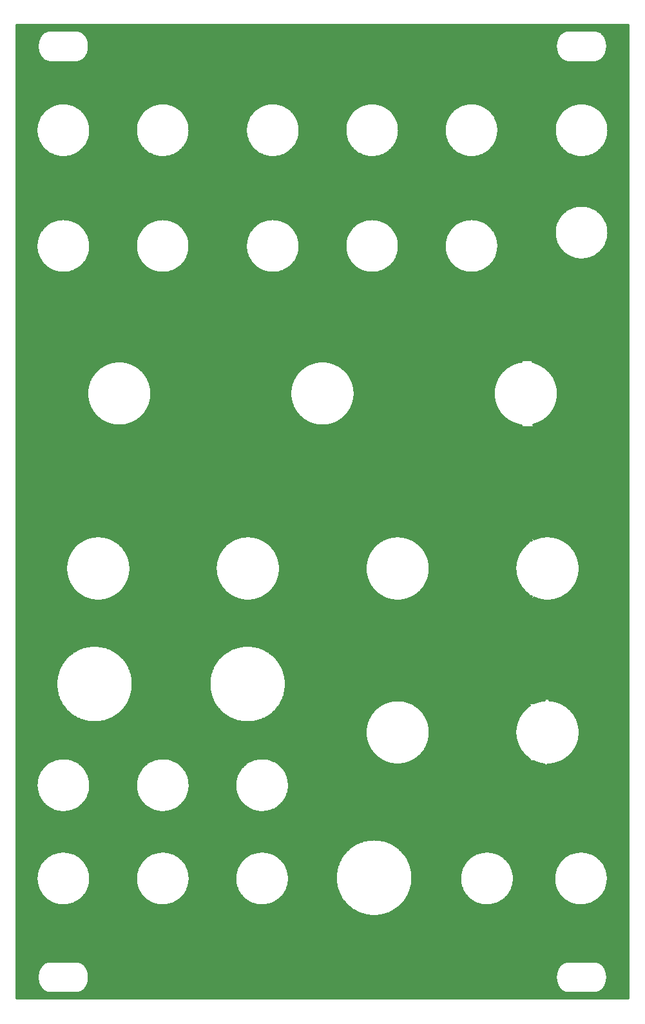
<source format=gbr>
G04 DipTrace 4.0.0.5*
G04 1 - Top.gbr*
%MOIN*%
G04 #@! TF.FileFunction,Copper,L1,Top*
G04 #@! TF.Part,Single*
G04 #@! TA.AperFunction,CopperBalancing*
%ADD15C,0.011811*%
%FSLAX26Y26*%
G04*
G70*
G90*
G75*
G01*
G04 Top*
%LPD*%
X408661Y5427297D2*
D15*
X3571648D1*
X408661Y5415617D2*
X3571648D1*
X408661Y5403937D2*
X551336D1*
X748442D2*
X3231885D1*
X3428990D2*
X3571648D1*
X408661Y5392257D2*
X537334D1*
X762433D2*
X3217894D1*
X3442981D2*
X3571648D1*
X408661Y5380577D2*
X528579D1*
X771199D2*
X3209128D1*
X3451747D2*
X3571648D1*
X408661Y5368898D2*
X522581D1*
X777185D2*
X3203142D1*
X3457757D2*
X3571648D1*
X408661Y5357218D2*
X518556D1*
X781222D2*
X3199105D1*
X3461782D2*
X3571648D1*
X408661Y5345538D2*
X516064D1*
X783713D2*
X3196613D1*
X3464262D2*
X3571648D1*
X408661Y5333858D2*
X514934D1*
X784844D2*
X3195494D1*
X3465392D2*
X3571648D1*
X408661Y5322178D2*
X515084D1*
X784694D2*
X3195633D1*
X3465242D2*
X3571648D1*
X408661Y5310499D2*
X516514D1*
X783263D2*
X3197063D1*
X3463812D2*
X3571648D1*
X408661Y5298819D2*
X519352D1*
X780426D2*
X3199900D1*
X3460975D2*
X3571648D1*
X408661Y5287139D2*
X523827D1*
X775939D2*
X3204387D1*
X3456500D2*
X3571648D1*
X408661Y5275459D2*
X530344D1*
X769422D2*
X3210904D1*
X3449983D2*
X3571648D1*
X408661Y5263780D2*
X539975D1*
X759791D2*
X3220535D1*
X3440340D2*
X3571648D1*
X408661Y5252100D2*
X556342D1*
X743436D2*
X3236891D1*
X3423985D2*
X3571648D1*
X408661Y5240420D2*
X3571648D1*
X408661Y5228740D2*
X3571648D1*
X408661Y5217060D2*
X3571648D1*
X408661Y5205381D2*
X3571648D1*
X408661Y5193701D2*
X3571648D1*
X408661Y5182021D2*
X3571648D1*
X408661Y5170341D2*
X3571648D1*
X408661Y5158661D2*
X3571648D1*
X408661Y5146982D2*
X3571648D1*
X408661Y5135302D2*
X3571648D1*
X408661Y5123622D2*
X3571648D1*
X408661Y5111942D2*
X3571648D1*
X408661Y5100262D2*
X3571648D1*
X408661Y5088583D2*
X3571648D1*
X408661Y5076903D2*
X3571648D1*
X408661Y5065223D2*
X3571648D1*
X408661Y5053543D2*
X3571648D1*
X408661Y5041864D2*
X3571648D1*
X408661Y5030184D2*
X609803D1*
X689963D2*
X1123698D1*
X1203858D2*
X1693130D1*
X1773302D2*
X2207025D1*
X2287197D2*
X2720920D1*
X2801080D2*
X3290363D1*
X3370524D2*
X3571648D1*
X408661Y5018504D2*
X581510D1*
X718257D2*
X1095404D1*
X1232152D2*
X1664848D1*
X1801595D2*
X2178731D1*
X2315479D2*
X2692626D1*
X2829373D2*
X3262070D1*
X3398817D2*
X3571648D1*
X408661Y5006824D2*
X563574D1*
X736204D2*
X1077457D1*
X1250087D2*
X1646912D1*
X1819531D2*
X2160796D1*
X2333414D2*
X2674690D1*
X2847309D2*
X3244123D1*
X3416753D2*
X3571648D1*
X408661Y4995144D2*
X550206D1*
X749572D2*
X1064089D1*
X1263455D2*
X1633533D1*
X1832899D2*
X2147427D1*
X2346782D2*
X2661322D1*
X2860677D2*
X3230766D1*
X3430121D2*
X3571648D1*
X408661Y4983465D2*
X539629D1*
X760149D2*
X1053512D1*
X1274032D2*
X1622967D1*
X1843476D2*
X2136851D1*
X2357359D2*
X2650734D1*
X2871254D2*
X3220178D1*
X3440698D2*
X3571648D1*
X408661Y4971785D2*
X531186D1*
X768580D2*
X1045081D1*
X1282475D2*
X1614513D1*
X1851907D2*
X2128419D1*
X2365814D2*
X2642302D1*
X2879697D2*
X3211746D1*
X3449141D2*
X3571648D1*
X408661Y4960105D2*
X524392D1*
X775374D2*
X1038287D1*
X1289269D2*
X1607719D1*
X1858713D2*
X2121625D1*
X2372596D2*
X2635509D1*
X2886491D2*
X3204952D1*
X3455934D2*
X3571648D1*
X408661Y4948425D2*
X518994D1*
X780772D2*
X1032877D1*
X1294667D2*
X1602333D1*
X1864111D2*
X2116216D1*
X2377994D2*
X2630111D1*
X2891877D2*
X3199554D1*
X3461332D2*
X3571648D1*
X408661Y4936745D2*
X514830D1*
X784947D2*
X1028714D1*
X1298831D2*
X1598157D1*
X1868286D2*
X2112052D1*
X2382169D2*
X2625947D1*
X2896053D2*
X3195379D1*
X3465496D2*
X3571648D1*
X408661Y4925066D2*
X511785D1*
X787993D2*
X1025669D1*
X1301876D2*
X1595101D1*
X1871331D2*
X2109007D1*
X2385214D2*
X2622890D1*
X2899109D2*
X3192334D1*
X3468541D2*
X3571648D1*
X408661Y4913386D2*
X509824D1*
X789953D2*
X1023708D1*
X1303837D2*
X1593151D1*
X1873280D2*
X2107046D1*
X2387175D2*
X2620941D1*
X2901058D2*
X3190373D1*
X3470502D2*
X3571648D1*
X408661Y4901706D2*
X508844D1*
X790922D2*
X1022727D1*
X1304817D2*
X1592182D1*
X1874261D2*
X2106066D1*
X2388144D2*
X2619961D1*
X2902027D2*
X3189393D1*
X3471482D2*
X3571648D1*
X408661Y4890026D2*
X508821D1*
X790957D2*
X1022704D1*
X1304840D2*
X1592148D1*
X1874295D2*
X2106031D1*
X2388179D2*
X2619915D1*
X2902073D2*
X3189370D1*
X3471506D2*
X3571648D1*
X408661Y4878346D2*
X509767D1*
X789988D2*
X1023650D1*
X1303883D2*
X1593094D1*
X1873326D2*
X2106977D1*
X2387210D2*
X2620872D1*
X2901093D2*
X3190315D1*
X3470548D2*
X3571648D1*
X408661Y4866667D2*
X511728D1*
X788050D2*
X1025611D1*
X1301945D2*
X1595055D1*
X1871377D2*
X2108949D1*
X2385272D2*
X2622844D1*
X2899167D2*
X3192288D1*
X3468610D2*
X3571648D1*
X408661Y4854987D2*
X514715D1*
X785074D2*
X1028610D1*
X1298958D2*
X1598053D1*
X1868401D2*
X2111948D1*
X2382296D2*
X2625832D1*
X2896191D2*
X3195287D1*
X3465623D2*
X3571648D1*
X408661Y4843307D2*
X518833D1*
X780968D2*
X1032728D1*
X1294863D2*
X1602171D1*
X1864295D2*
X2116054D1*
X2378190D2*
X2629938D1*
X2892073D2*
X3199393D1*
X3461528D2*
X3571648D1*
X408661Y4831627D2*
X524185D1*
X775605D2*
X1038079D1*
X1289500D2*
X1607523D1*
X1858943D2*
X2121406D1*
X2372838D2*
X2635301D1*
X2886721D2*
X3204745D1*
X3456165D2*
X3571648D1*
X408661Y4819948D2*
X530944D1*
X768857D2*
X1044827D1*
X1282752D2*
X1614270D1*
X1852196D2*
X2128165D1*
X2366091D2*
X2642049D1*
X2879974D2*
X3211492D1*
X3449418D2*
X3571648D1*
X408661Y4808268D2*
X539340D1*
X760437D2*
X1053224D1*
X1274332D2*
X1622679D1*
X1843776D2*
X2136562D1*
X2357671D2*
X2650457D1*
X2871554D2*
X3219889D1*
X3440998D2*
X3571648D1*
X408661Y4796588D2*
X549767D1*
X749964D2*
X1063651D1*
X1263859D2*
X1633106D1*
X1833303D2*
X2146989D1*
X2347198D2*
X2660884D1*
X2861081D2*
X3230316D1*
X3430524D2*
X3571648D1*
X408661Y4784908D2*
X563066D1*
X736688D2*
X1076950D1*
X1250583D2*
X1646405D1*
X1820027D2*
X2160288D1*
X2333910D2*
X2674171D1*
X2847805D2*
X3243615D1*
X3417249D2*
X3571648D1*
X408661Y4773228D2*
X580725D1*
X718983D2*
X1094609D1*
X1232878D2*
X1664064D1*
X1802322D2*
X2177947D1*
X2316217D2*
X2691842D1*
X2830100D2*
X3261285D1*
X3399544D2*
X3571648D1*
X408661Y4761549D2*
X608476D1*
X691324D2*
X1122360D1*
X1205208D2*
X1691815D1*
X1774651D2*
X2205698D1*
X2288535D2*
X2719593D1*
X2802441D2*
X3289025D1*
X3371873D2*
X3571648D1*
X408661Y4749869D2*
X3571648D1*
X408661Y4738189D2*
X3571648D1*
X408661Y4726509D2*
X3571648D1*
X408661Y4714829D2*
X3571648D1*
X408661Y4703150D2*
X3571648D1*
X408661Y4691470D2*
X3571648D1*
X408661Y4679790D2*
X3571648D1*
X408661Y4668110D2*
X3571648D1*
X408661Y4656430D2*
X3571648D1*
X408661Y4644751D2*
X3571648D1*
X408661Y4633071D2*
X3571648D1*
X408661Y4621391D2*
X3571648D1*
X408661Y4609711D2*
X3571648D1*
X408661Y4598032D2*
X3571648D1*
X408661Y4586352D2*
X3571648D1*
X408661Y4574672D2*
X3571648D1*
X408661Y4562992D2*
X3571648D1*
X408661Y4551312D2*
X3571648D1*
X408661Y4539633D2*
X3571648D1*
X408661Y4527953D2*
X3571648D1*
X408661Y4516273D2*
X3571648D1*
X408661Y4504593D2*
X3305992D1*
X3354883D2*
X3571648D1*
X408661Y4492913D2*
X3268979D1*
X3391896D2*
X3571648D1*
X408661Y4481234D2*
X3248955D1*
X3411931D2*
X3571648D1*
X408661Y4469554D2*
X3234457D1*
X3426418D2*
X3571648D1*
X408661Y4457874D2*
X3223153D1*
X3437722D2*
X3571648D1*
X408661Y4446194D2*
X3214134D1*
X3446753D2*
X3571648D1*
X408661Y4434514D2*
X621003D1*
X678764D2*
X1134897D1*
X1192647D2*
X1704341D1*
X1762091D2*
X2218236D1*
X2275974D2*
X2732119D1*
X2789880D2*
X3206856D1*
X3454031D2*
X3571648D1*
X408661Y4422835D2*
X586815D1*
X712963D2*
X1100699D1*
X1226846D2*
X1670142D1*
X1796289D2*
X2184037D1*
X2310173D2*
X2697920D1*
X2824079D2*
X3201054D1*
X3459821D2*
X3571648D1*
X408661Y4411155D2*
X567288D1*
X732490D2*
X1081171D1*
X1246373D2*
X1650615D1*
X1815828D2*
X2164498D1*
X2329712D2*
X2678381D1*
X2843607D2*
X3196532D1*
X3464343D2*
X3571648D1*
X408661Y4399475D2*
X553032D1*
X746746D2*
X1066915D1*
X1260630D2*
X1636358D1*
X1830085D2*
X2150242D1*
X2343968D2*
X2664137D1*
X2857851D2*
X3193176D1*
X3467699D2*
X3571648D1*
X408661Y4387795D2*
X541947D1*
X757831D2*
X1055831D1*
X1271714D2*
X1625274D1*
X1841169D2*
X2139157D1*
X2355052D2*
X2653052D1*
X2868936D2*
X3190869D1*
X3470006D2*
X3571648D1*
X408661Y4376115D2*
X533020D1*
X766747D2*
X1046915D1*
X1280641D2*
X1616358D1*
X1850073D2*
X2130253D1*
X2363968D2*
X2644136D1*
X2877863D2*
X3189566D1*
X3471321D2*
X3571648D1*
X408661Y4364436D2*
X525845D1*
X773921D2*
X1039740D1*
X1287816D2*
X1609184D1*
X1857248D2*
X2123079D1*
X2371154D2*
X2636962D1*
X2885037D2*
X3189289D1*
X3471598D2*
X3571648D1*
X408661Y4352756D2*
X520148D1*
X779630D2*
X1034031D1*
X1293514D2*
X1603474D1*
X1862969D2*
X2117358D1*
X2376852D2*
X2631264D1*
X2890735D2*
X3189935D1*
X3470975D2*
X3571648D1*
X408661Y4341076D2*
X515718D1*
X784059D2*
X1029602D1*
X1297943D2*
X1599045D1*
X1867398D2*
X2112929D1*
X2381281D2*
X2626824D1*
X2895164D2*
X3191561D1*
X3469314D2*
X3571648D1*
X408661Y4329396D2*
X512431D1*
X787335D2*
X1026326D1*
X1301218D2*
X1595758D1*
X1870674D2*
X2109653D1*
X2384557D2*
X2623536D1*
X2898452D2*
X3194237D1*
X3466627D2*
X3571648D1*
X408661Y4317717D2*
X510205D1*
X789573D2*
X1024088D1*
X1303456D2*
X1593532D1*
X1872900D2*
X2107427D1*
X2386783D2*
X2621310D1*
X2900678D2*
X3198020D1*
X3462866D2*
X3571648D1*
X408661Y4306037D2*
X508959D1*
X790807D2*
X1022843D1*
X1304702D2*
X1592286D1*
X1874145D2*
X2106170D1*
X2388040D2*
X2620076D1*
X2901924D2*
X3202980D1*
X3457895D2*
X3571648D1*
X408661Y4294357D2*
X508740D1*
X791026D2*
X1022624D1*
X1304909D2*
X1592079D1*
X1874353D2*
X2105962D1*
X2388248D2*
X2619845D1*
X2902143D2*
X3209278D1*
X3451597D2*
X3571648D1*
X408661Y4282677D2*
X509467D1*
X790322D2*
X1023350D1*
X1304217D2*
X1592805D1*
X1873661D2*
X2106689D1*
X2387556D2*
X2620584D1*
X2901439D2*
X3217133D1*
X3443731D2*
X3571648D1*
X408661Y4270997D2*
X511162D1*
X788615D2*
X1025057D1*
X1302510D2*
X1594489D1*
X1871942D2*
X2108396D1*
X2385837D2*
X2622279D1*
X2899732D2*
X3226914D1*
X3433985D2*
X3571648D1*
X408661Y4259318D2*
X513873D1*
X785859D2*
X1027779D1*
X1299742D2*
X1597211D1*
X1869186D2*
X2111106D1*
X2383069D2*
X2624990D1*
X2896975D2*
X3239197D1*
X3421643D2*
X3571648D1*
X408661Y4247638D2*
X517748D1*
X782006D2*
X1031632D1*
X1295901D2*
X1601075D1*
X1865345D2*
X2114959D1*
X2379228D2*
X2628854D1*
X2893123D2*
X3255265D1*
X3405553D2*
X3571648D1*
X408661Y4235958D2*
X522800D1*
X776954D2*
X1036684D1*
X1290849D2*
X1606139D1*
X1860293D2*
X2120022D1*
X2374188D2*
X2633917D1*
X2888071D2*
X3278610D1*
X3382185D2*
X3571648D1*
X408661Y4224278D2*
X529190D1*
X770553D2*
X1043074D1*
X1284448D2*
X1612529D1*
X1853891D2*
X2126412D1*
X2367775D2*
X2640295D1*
X2881669D2*
X3571648D1*
X408661Y4212598D2*
X537161D1*
X762583D2*
X1051044D1*
X1276478D2*
X1620499D1*
X1845921D2*
X2134382D1*
X2359816D2*
X2648266D1*
X2873699D2*
X3571648D1*
X408661Y4200919D2*
X547115D1*
X752686D2*
X1060998D1*
X1266570D2*
X1630453D1*
X1836025D2*
X2144336D1*
X2349908D2*
X2658231D1*
X2863803D2*
X3571648D1*
X408661Y4189239D2*
X559583D1*
X740160D2*
X1073466D1*
X1254043D2*
X1642921D1*
X1823487D2*
X2156805D1*
X2337370D2*
X2670700D1*
X2851265D2*
X3571648D1*
X408661Y4177559D2*
X576031D1*
X723747D2*
X1089914D1*
X1237642D2*
X1659358D1*
X1807074D2*
X2173241D1*
X2320969D2*
X2687136D1*
X2834864D2*
X3571648D1*
X408661Y4165879D2*
X600218D1*
X699629D2*
X1114101D1*
X1213512D2*
X1683545D1*
X1782956D2*
X2197428D1*
X2296851D2*
X2711323D1*
X2810734D2*
X3571648D1*
X408661Y4154199D2*
X3571648D1*
X408661Y4142520D2*
X3571648D1*
X408661Y4130840D2*
X3571648D1*
X408661Y4119160D2*
X3571648D1*
X408661Y4107480D2*
X3571648D1*
X408661Y4095801D2*
X3571648D1*
X408661Y4084121D2*
X3571648D1*
X408661Y4072441D2*
X3571648D1*
X408661Y4060761D2*
X3571648D1*
X408661Y4049081D2*
X3571648D1*
X408661Y4037402D2*
X3571648D1*
X408661Y4025722D2*
X3571648D1*
X408661Y4014042D2*
X3571648D1*
X408661Y4002362D2*
X3571648D1*
X408661Y3990682D2*
X3571648D1*
X408661Y3979003D2*
X3571648D1*
X408661Y3967323D2*
X3571648D1*
X408661Y3955643D2*
X3571648D1*
X408661Y3943963D2*
X3571648D1*
X408661Y3932283D2*
X3571648D1*
X408661Y3920604D2*
X3571648D1*
X408661Y3908924D2*
X3571648D1*
X408661Y3897244D2*
X3571648D1*
X408661Y3885564D2*
X3571648D1*
X408661Y3873885D2*
X3571648D1*
X408661Y3862205D2*
X3571648D1*
X408661Y3850525D2*
X3571648D1*
X408661Y3838845D2*
X3571648D1*
X408661Y3827165D2*
X3571648D1*
X408661Y3815486D2*
X3571648D1*
X408661Y3803806D2*
X3571648D1*
X408661Y3792126D2*
X3571648D1*
X408661Y3780446D2*
X3571648D1*
X408661Y3768766D2*
X3571648D1*
X408661Y3757087D2*
X3571648D1*
X408661Y3745407D2*
X3571648D1*
X408661Y3733727D2*
X3571648D1*
X408661Y3722047D2*
X3571648D1*
X408661Y3710367D2*
X3571648D1*
X408661Y3698688D2*
X903948D1*
X974201D2*
X1955037D1*
X2025290D2*
X3006956D1*
X3077209D2*
X3571648D1*
X408661Y3687008D2*
X868261D1*
X1009887D2*
X1919350D1*
X2060976D2*
X2971269D1*
X3112896D2*
X3571648D1*
X408661Y3675328D2*
X846946D1*
X1031203D2*
X1898035D1*
X2082292D2*
X2949966D1*
X3134211D2*
X3571648D1*
X408661Y3663648D2*
X831040D1*
X1047108D2*
X1882129D1*
X2098197D2*
X2934037D1*
X3150116D2*
X3571648D1*
X408661Y3651969D2*
X818364D1*
X1059796D2*
X1869453D1*
X2110873D2*
X2921372D1*
X3162804D2*
X3571648D1*
X408661Y3640289D2*
X807903D1*
X1070246D2*
X1859003D1*
X2121335D2*
X2910911D1*
X3173243D2*
X3571648D1*
X408661Y3628609D2*
X799218D1*
X1078931D2*
X1850306D1*
X2130020D2*
X2902226D1*
X3181939D2*
X3571648D1*
X408661Y3616929D2*
X791963D1*
X1086186D2*
X1843051D1*
X2137275D2*
X2894971D1*
X3189194D2*
X3571648D1*
X408661Y3605249D2*
X785965D1*
X1092184D2*
X1837054D1*
X2143273D2*
X2888973D1*
X3195192D2*
X3571648D1*
X408661Y3593570D2*
X781063D1*
X1097098D2*
X1832140D1*
X2148186D2*
X2884071D1*
X3200106D2*
X3571648D1*
X408661Y3581890D2*
X777141D1*
X1101008D2*
X1828230D1*
X2152097D2*
X2880161D1*
X3204016D2*
X3571648D1*
X408661Y3570210D2*
X774188D1*
X1103972D2*
X1825277D1*
X2155061D2*
X2877185D1*
X3206969D2*
X3571648D1*
X408661Y3558530D2*
X772089D1*
X1106071D2*
X1823178D1*
X2157149D2*
X2875097D1*
X3209068D2*
X3571648D1*
X408661Y3546850D2*
X770820D1*
X1107328D2*
X1821909D1*
X2158417D2*
X2873840D1*
X3210337D2*
X3571648D1*
X408661Y3535171D2*
X770382D1*
X1107778D2*
X1821459D1*
X2158867D2*
X2873390D1*
X3210786D2*
X3571648D1*
X408661Y3523491D2*
X770728D1*
X1107421D2*
X1821828D1*
X2158510D2*
X2873748D1*
X3210417D2*
X3571648D1*
X408661Y3511811D2*
X771928D1*
X1106221D2*
X1823016D1*
X2157310D2*
X2874936D1*
X3209229D2*
X3571648D1*
X408661Y3500131D2*
X773946D1*
X1104203D2*
X1825035D1*
X2155291D2*
X2876954D1*
X3207211D2*
X3571648D1*
X408661Y3488451D2*
X776830D1*
X1101319D2*
X1827919D1*
X2152408D2*
X2879849D1*
X3204316D2*
X3571648D1*
X408661Y3476772D2*
X780636D1*
X1097524D2*
X1831713D1*
X2148613D2*
X2883644D1*
X3200532D2*
X3571648D1*
X408661Y3465092D2*
X785469D1*
X1092680D2*
X1836558D1*
X2143769D2*
X2888477D1*
X3195688D2*
X3571648D1*
X408661Y3453412D2*
X791351D1*
X1086798D2*
X1842440D1*
X2137886D2*
X2894359D1*
X3189806D2*
X3571648D1*
X408661Y3441732D2*
X798479D1*
X1079669D2*
X1849568D1*
X2130758D2*
X2901488D1*
X3182666D2*
X3571648D1*
X408661Y3430053D2*
X807026D1*
X1071123D2*
X1858115D1*
X2122211D2*
X2910034D1*
X3174131D2*
X3571648D1*
X408661Y3418373D2*
X817292D1*
X1060857D2*
X1868381D1*
X2111946D2*
X2920300D1*
X3163865D2*
X3571648D1*
X408661Y3406693D2*
X829760D1*
X1048389D2*
X1880849D1*
X2099477D2*
X2932757D1*
X3151397D2*
X3571648D1*
X408661Y3395013D2*
X845308D1*
X1032841D2*
X1896397D1*
X2083929D2*
X2948328D1*
X3135849D2*
X3571648D1*
X408661Y3383333D2*
X865885D1*
X1012264D2*
X1916974D1*
X2063352D2*
X2968893D1*
X3115260D2*
X3571648D1*
X408661Y3371654D2*
X899035D1*
X979126D2*
X1950112D1*
X2030215D2*
X3002043D1*
X3082122D2*
X3571648D1*
X408661Y3359974D2*
X3571648D1*
X408661Y3348294D2*
X3571648D1*
X408661Y3336614D2*
X3571648D1*
X408661Y3324934D2*
X3571648D1*
X408661Y3313255D2*
X3571648D1*
X408661Y3301575D2*
X3571648D1*
X408661Y3289895D2*
X3571648D1*
X408661Y3278215D2*
X3571648D1*
X408661Y3266535D2*
X3571648D1*
X408661Y3254856D2*
X3571648D1*
X408661Y3243176D2*
X3571648D1*
X408661Y3231496D2*
X3571648D1*
X408661Y3219816D2*
X3571648D1*
X408661Y3208136D2*
X3571648D1*
X408661Y3196457D2*
X3571648D1*
X408661Y3184777D2*
X3571648D1*
X408661Y3173097D2*
X3571648D1*
X408661Y3161417D2*
X3571648D1*
X408661Y3149738D2*
X3571648D1*
X408661Y3138058D2*
X3571648D1*
X408661Y3126378D2*
X3571648D1*
X408661Y3114698D2*
X3571648D1*
X408661Y3103018D2*
X3571648D1*
X408661Y3091339D2*
X3571648D1*
X408661Y3079659D2*
X3571648D1*
X408661Y3067979D2*
X3571648D1*
X408661Y3056299D2*
X3571648D1*
X408661Y3044619D2*
X3571648D1*
X408661Y3032940D2*
X3571648D1*
X408661Y3021260D2*
X3571648D1*
X408661Y3009580D2*
X3571648D1*
X408661Y2997900D2*
X3571648D1*
X408661Y2986220D2*
X3571648D1*
X408661Y2974541D2*
X3571648D1*
X408661Y2962861D2*
X3571648D1*
X408661Y2951181D2*
X3571648D1*
X408661Y2939501D2*
X3571648D1*
X408661Y2927822D2*
X3571648D1*
X408661Y2916142D2*
X3571648D1*
X408661Y2904462D2*
X3571648D1*
X408661Y2892782D2*
X3571648D1*
X408661Y2881102D2*
X3571648D1*
X408661Y2869423D2*
X3571648D1*
X408661Y2857743D2*
X3571648D1*
X408661Y2846063D2*
X3571648D1*
X408661Y2834383D2*
X3571648D1*
X408661Y2822703D2*
X3571648D1*
X408661Y2811024D2*
X3571648D1*
X408661Y2799344D2*
X3571648D1*
X408661Y2787664D2*
X772066D1*
X888640D2*
X1545976D1*
X1662539D2*
X2320983D1*
X2437545D2*
X3095977D1*
X3212540D2*
X3571648D1*
X408661Y2775984D2*
X746737D1*
X913969D2*
X1520636D1*
X1687879D2*
X2295630D1*
X2462886D2*
X3070637D1*
X3237880D2*
X3571648D1*
X408661Y2764304D2*
X728870D1*
X931836D2*
X1502769D1*
X1705746D2*
X2277764D1*
X2480752D2*
X3052770D1*
X3255747D2*
X3571648D1*
X408661Y2752625D2*
X714903D1*
X945815D2*
X1488801D1*
X1719714D2*
X2263796D1*
X2494708D2*
X3038802D1*
X3269703D2*
X3571648D1*
X408661Y2740945D2*
X703541D1*
X957165D2*
X1477440D1*
X1731075D2*
X2252435D1*
X2506081D2*
X3027441D1*
X3281076D2*
X3571648D1*
X408661Y2729265D2*
X694118D1*
X966588D2*
X1468017D1*
X1740499D2*
X2243011D1*
X2515505D2*
X3018018D1*
X3290499D2*
X3571648D1*
X408661Y2717585D2*
X686286D1*
X974431D2*
X1460185D1*
X1748330D2*
X2235180D1*
X2523336D2*
X3010186D1*
X3298331D2*
X3571648D1*
X408661Y2705906D2*
X679746D1*
X980971D2*
X1453657D1*
X1754870D2*
X2228651D1*
X2529865D2*
X3003657D1*
X3304859D2*
X3571648D1*
X408661Y2694226D2*
X674371D1*
X986335D2*
X1448270D1*
X1760245D2*
X2223276D1*
X2535240D2*
X2998271D1*
X3310246D2*
X3571648D1*
X408661Y2682546D2*
X670023D1*
X990695D2*
X1443933D1*
X1764593D2*
X2218928D1*
X2539588D2*
X2993934D1*
X3314583D2*
X3571648D1*
X408661Y2670866D2*
X666655D1*
X994051D2*
X1440565D1*
X1767950D2*
X2215560D1*
X2542956D2*
X2990566D1*
X3317951D2*
X3571648D1*
X408661Y2659186D2*
X664187D1*
X996531D2*
X1438086D1*
X1770430D2*
X2213092D1*
X2545424D2*
X2988086D1*
X3320431D2*
X3571648D1*
X408661Y2647507D2*
X662549D1*
X998157D2*
X1436459D1*
X1772056D2*
X2211454D1*
X2547062D2*
X2986460D1*
X3322057D2*
X3571648D1*
X408661Y2635827D2*
X661753D1*
X998965D2*
X1435652D1*
X1772875D2*
X2210646D1*
X2547870D2*
X2985641D1*
X3322876D2*
X3571648D1*
X408661Y2624147D2*
X661764D1*
X998942D2*
X1435663D1*
X1772852D2*
X2210658D1*
X2547858D2*
X2985664D1*
X3322853D2*
X3571648D1*
X408661Y2612467D2*
X662583D1*
X998123D2*
X1436494D1*
X1772021D2*
X2211488D1*
X2547028D2*
X2986495D1*
X3322022D2*
X3571648D1*
X408661Y2600787D2*
X664233D1*
X996473D2*
X1438143D1*
X1770372D2*
X2213138D1*
X2545378D2*
X2988144D1*
X3320373D2*
X3571648D1*
X408661Y2589108D2*
X666736D1*
X993970D2*
X1440635D1*
X1767881D2*
X2215641D1*
X2542875D2*
X2990635D1*
X3317881D2*
X3571648D1*
X408661Y2577428D2*
X670115D1*
X990591D2*
X1444026D1*
X1764490D2*
X2219032D1*
X2539484D2*
X2994026D1*
X3314490D2*
X3571648D1*
X408661Y2565748D2*
X674498D1*
X986208D2*
X1448397D1*
X1760118D2*
X2223403D1*
X2535113D2*
X2998398D1*
X3310119D2*
X3571648D1*
X408661Y2554068D2*
X679896D1*
X980821D2*
X1453807D1*
X1754709D2*
X2228801D1*
X2529715D2*
X3003807D1*
X3304709D2*
X3571648D1*
X408661Y2542388D2*
X686471D1*
X974247D2*
X1460370D1*
X1748146D2*
X2235364D1*
X2523152D2*
X3010370D1*
X3298146D2*
X3571648D1*
X408661Y2530709D2*
X694349D1*
X966357D2*
X1468247D1*
X1740279D2*
X2243242D1*
X2515274D2*
X3018248D1*
X3290269D2*
X3571648D1*
X408661Y2519029D2*
X703807D1*
X956899D2*
X1477706D1*
X1730810D2*
X2252700D1*
X2505816D2*
X3027706D1*
X3280811D2*
X3571648D1*
X408661Y2507349D2*
X715226D1*
X945481D2*
X1489124D1*
X1719379D2*
X2264131D1*
X2494374D2*
X3039125D1*
X3269380D2*
X3571648D1*
X408661Y2495669D2*
X729286D1*
X931432D2*
X1503185D1*
X1705342D2*
X2278179D1*
X2480337D2*
X3053174D1*
X3255343D2*
X3571648D1*
X408661Y2483990D2*
X747256D1*
X913450D2*
X1521155D1*
X1687360D2*
X2296149D1*
X2462367D2*
X3071156D1*
X3237361D2*
X3571648D1*
X408661Y2472310D2*
X772954D1*
X887752D2*
X1546865D1*
X1661651D2*
X2321871D1*
X2436645D2*
X3096865D1*
X3211651D2*
X3571648D1*
X408661Y2460630D2*
X3571648D1*
X408661Y2448950D2*
X3571648D1*
X408661Y2437270D2*
X3571648D1*
X408661Y2425591D2*
X3571648D1*
X408661Y2413911D2*
X3571648D1*
X408661Y2402231D2*
X3571648D1*
X408661Y2390551D2*
X3571648D1*
X408661Y2378871D2*
X3571648D1*
X408661Y2367192D2*
X3571648D1*
X408661Y2355512D2*
X3571648D1*
X408661Y2343832D2*
X3571648D1*
X408661Y2332152D2*
X3571648D1*
X408661Y2320472D2*
X3571648D1*
X408661Y2308793D2*
X3571648D1*
X408661Y2297113D2*
X3571648D1*
X408661Y2285433D2*
X3571648D1*
X408661Y2273753D2*
X3571648D1*
X408661Y2262073D2*
X3571648D1*
X408661Y2250394D2*
X3571648D1*
X408661Y2238714D2*
X3571648D1*
X408661Y2227034D2*
X765918D1*
X856736D2*
X1557591D1*
X1648409D2*
X3571648D1*
X408661Y2215354D2*
X730439D1*
X892227D2*
X1522101D1*
X1683889D2*
X3571648D1*
X408661Y2203675D2*
X707797D1*
X914869D2*
X1499471D1*
X1706530D2*
X3571648D1*
X408661Y2191995D2*
X690508D1*
X932159D2*
X1482181D1*
X1723820D2*
X3571648D1*
X408661Y2180315D2*
X676401D1*
X946265D2*
X1468063D1*
X1737938D2*
X3571648D1*
X408661Y2168635D2*
X664556D1*
X958110D2*
X1456217D1*
X1749772D2*
X3571648D1*
X408661Y2156955D2*
X654486D1*
X968180D2*
X1446148D1*
X1759841D2*
X3571648D1*
X408661Y2145276D2*
X645824D1*
X976842D2*
X1437486D1*
X1768515D2*
X3571648D1*
X408661Y2133596D2*
X638419D1*
X984247D2*
X1430092D1*
X1775909D2*
X3571648D1*
X408661Y2121916D2*
X632075D1*
X990579D2*
X1423749D1*
X1782252D2*
X3571648D1*
X408661Y2110236D2*
X626701D1*
X995966D2*
X1418374D1*
X1787627D2*
X3571648D1*
X408661Y2098556D2*
X622202D1*
X1000464D2*
X1413864D1*
X1792137D2*
X3571648D1*
X408661Y2086877D2*
X618523D1*
X1004143D2*
X1410196D1*
X1795805D2*
X3571648D1*
X408661Y2075197D2*
X615616D1*
X1007050D2*
X1407289D1*
X1798712D2*
X3571648D1*
X408661Y2063517D2*
X613448D1*
X1009219D2*
X1405121D1*
X1800880D2*
X3571648D1*
X408661Y2051837D2*
X611983D1*
X1010683D2*
X1403656D1*
X1802345D2*
X3571648D1*
X408661Y2040157D2*
X611233D1*
X1011433D2*
X1402906D1*
X1803095D2*
X3571648D1*
X408661Y2028478D2*
X611164D1*
X1011491D2*
X1402837D1*
X1803164D2*
X3571648D1*
X408661Y2016798D2*
X611764D1*
X1010903D2*
X1403425D1*
X1802564D2*
X3571648D1*
X408661Y2005118D2*
X613044D1*
X1009622D2*
X1404706D1*
X1801295D2*
X3571648D1*
X408661Y1993438D2*
X615016D1*
X1007638D2*
X1406689D1*
X1799311D2*
X3571648D1*
X408661Y1981759D2*
X617738D1*
X1004928D2*
X1409412D1*
X1796589D2*
X3571648D1*
X408661Y1970079D2*
X621222D1*
X1001444D2*
X1412883D1*
X1793106D2*
X3571648D1*
X408661Y1958399D2*
X625524D1*
X997142D2*
X1417186D1*
X1788804D2*
X3571648D1*
X408661Y1946719D2*
X630680D1*
X991986D2*
X1422341D1*
X1783648D2*
X2342932D1*
X2415584D2*
X3117927D1*
X3190590D2*
X3571648D1*
X408661Y1935039D2*
X636793D1*
X985873D2*
X1428466D1*
X1777535D2*
X2307880D1*
X2450648D2*
X3082874D1*
X3225642D2*
X3571648D1*
X408661Y1923360D2*
X643956D1*
X978699D2*
X1435629D1*
X1770372D2*
X2286738D1*
X2471778D2*
X3061732D1*
X3246785D2*
X3571648D1*
X408661Y1911680D2*
X652283D1*
X970371D2*
X1443956D1*
X1762044D2*
X2270924D1*
X2487603D2*
X3045919D1*
X3262598D2*
X3571648D1*
X408661Y1900000D2*
X661995D1*
X960671D2*
X1453657D1*
X1752333D2*
X2258294D1*
X2500222D2*
X3033289D1*
X3275228D2*
X3571648D1*
X408661Y1888320D2*
X673345D1*
X949321D2*
X1465018D1*
X1740983D2*
X2247879D1*
X2510637D2*
X3022885D1*
X3285632D2*
X3571648D1*
X408661Y1876640D2*
X686863D1*
X935803D2*
X1478524D1*
X1727476D2*
X2239228D1*
X2519288D2*
X3014223D1*
X3294294D2*
X3571648D1*
X408661Y1864961D2*
X703288D1*
X919379D2*
X1494961D1*
X1711040D2*
X2231996D1*
X2526520D2*
X3007002D1*
X3301514D2*
X3571648D1*
X408661Y1853281D2*
X724314D1*
X898352D2*
X1515976D1*
X1690025D2*
X2226033D1*
X2532483D2*
X3001028D1*
X3307489D2*
X3571648D1*
X408661Y1841601D2*
X755088D1*
X867579D2*
X1546749D1*
X1659240D2*
X2221131D1*
X2537385D2*
X2996137D1*
X3312380D2*
X3571648D1*
X408661Y1829921D2*
X2217256D1*
X2541272D2*
X2992250D1*
X3316267D2*
X3571648D1*
X408661Y1818241D2*
X2214314D1*
X2544202D2*
X2989309D1*
X3319208D2*
X3571648D1*
X408661Y1806562D2*
X2212238D1*
X2546289D2*
X2987233D1*
X3321284D2*
X3571648D1*
X408661Y1794882D2*
X2210981D1*
X2547535D2*
X2985987D1*
X3322530D2*
X3571648D1*
X408661Y1783202D2*
X2210554D1*
X2547962D2*
X2985549D1*
X3322968D2*
X3571648D1*
X408661Y1771522D2*
X2210935D1*
X2547581D2*
X2985941D1*
X3322576D2*
X3571648D1*
X408661Y1759843D2*
X2212146D1*
X2546370D2*
X2987152D1*
X3321365D2*
X3571648D1*
X408661Y1748163D2*
X2214187D1*
X2544329D2*
X2989194D1*
X3319323D2*
X3571648D1*
X408661Y1736483D2*
X2217094D1*
X2541422D2*
X2992089D1*
X3316428D2*
X3571648D1*
X408661Y1724803D2*
X2220912D1*
X2537604D2*
X2995907D1*
X3312610D2*
X3571648D1*
X408661Y1713123D2*
X2225768D1*
X2532748D2*
X3000774D1*
X3307743D2*
X3571648D1*
X408661Y1701444D2*
X2231673D1*
X2526843D2*
X3006679D1*
X3301837D2*
X3571648D1*
X408661Y1689764D2*
X2238848D1*
X2519668D2*
X3013842D1*
X3294675D2*
X3571648D1*
X408661Y1678084D2*
X2247429D1*
X2511087D2*
X3022424D1*
X3286093D2*
X3571648D1*
X408661Y1666404D2*
X2257729D1*
X2500787D2*
X3032735D1*
X3275782D2*
X3571648D1*
X408661Y1654724D2*
X2270244D1*
X2488272D2*
X3045250D1*
X3263267D2*
X3571648D1*
X408661Y1643045D2*
X605870D1*
X694496D2*
X1119753D1*
X1208391D2*
X1633648D1*
X1722274D2*
X2285884D1*
X2472632D2*
X3060890D1*
X3247627D2*
X3571648D1*
X408661Y1631365D2*
X579422D1*
X720956D2*
X1093305D1*
X1234851D2*
X1607188D1*
X1748734D2*
X2306646D1*
X2451882D2*
X3081640D1*
X3226877D2*
X3571648D1*
X408661Y1619685D2*
X562178D1*
X738188D2*
X1076062D1*
X1252083D2*
X1589956D1*
X1765966D2*
X2340279D1*
X2418237D2*
X3115286D1*
X3193231D2*
X3571648D1*
X408661Y1608005D2*
X549168D1*
X751198D2*
X1063051D1*
X1265082D2*
X1576946D1*
X1778965D2*
X3571648D1*
X408661Y1596325D2*
X538902D1*
X761452D2*
X1052797D1*
X1275347D2*
X1566680D1*
X1789231D2*
X3571648D1*
X408661Y1584646D2*
X530655D1*
X769711D2*
X1044539D1*
X1283594D2*
X1558433D1*
X1797489D2*
X3571648D1*
X408661Y1572966D2*
X524023D1*
X776343D2*
X1037906D1*
X1290226D2*
X1551813D1*
X1804121D2*
X3571648D1*
X408661Y1561286D2*
X518775D1*
X781591D2*
X1032670D1*
X1295474D2*
X1546553D1*
X1809369D2*
X3571648D1*
X408661Y1549606D2*
X514750D1*
X785616D2*
X1028633D1*
X1299511D2*
X1542528D1*
X1813395D2*
X3571648D1*
X408661Y1537927D2*
X511820D1*
X788546D2*
X1025703D1*
X1302429D2*
X1539598D1*
X1816313D2*
X3571648D1*
X408661Y1526247D2*
X509928D1*
X790426D2*
X1023835D1*
X1304321D2*
X1537718D1*
X1818204D2*
X3571648D1*
X408661Y1514567D2*
X509098D1*
X791268D2*
X1022981D1*
X1305163D2*
X1536864D1*
X1819058D2*
X3571648D1*
X408661Y1502887D2*
X509179D1*
X791222D2*
X1023073D1*
X1305105D2*
X1536957D1*
X1818989D2*
X3571648D1*
X408661Y1491207D2*
X510205D1*
X790126D2*
X1024111D1*
X1304021D2*
X1537995D1*
X1817905D2*
X3571648D1*
X408661Y1479528D2*
X512293D1*
X788062D2*
X1026188D1*
X1301945D2*
X1540071D1*
X1815840D2*
X3571648D1*
X408661Y1467848D2*
X515419D1*
X784947D2*
X1029313D1*
X1298831D2*
X1543208D1*
X1812714D2*
X3571648D1*
X408661Y1456168D2*
X519675D1*
X780703D2*
X1033570D1*
X1294598D2*
X1547453D1*
X1808493D2*
X3571648D1*
X408661Y1444488D2*
X525176D1*
X775213D2*
X1039071D1*
X1289096D2*
X1552955D1*
X1802991D2*
X3571648D1*
X408661Y1432808D2*
X532097D1*
X768281D2*
X1045980D1*
X1282164D2*
X1559875D1*
X1796059D2*
X3571648D1*
X408661Y1421129D2*
X540678D1*
X759665D2*
X1054562D1*
X1273548D2*
X1568457D1*
X1787443D2*
X3571648D1*
X408661Y1409449D2*
X551440D1*
X748972D2*
X1065323D1*
X1262856D2*
X1579207D1*
X1776750D2*
X3571648D1*
X408661Y1397769D2*
X565062D1*
X735281D2*
X1078957D1*
X1249165D2*
X1592840D1*
X1763059D2*
X3571648D1*
X408661Y1386089D2*
X583505D1*
X716896D2*
X1097388D1*
X1230779D2*
X1611272D1*
X1744685D2*
X3571648D1*
X408661Y1374409D2*
X613448D1*
X687045D2*
X1127331D1*
X1200928D2*
X1641214D1*
X1714812D2*
X3571648D1*
X408661Y1362730D2*
X3571648D1*
X408661Y1351050D2*
X3571648D1*
X408661Y1339370D2*
X3571648D1*
X408661Y1327690D2*
X3571648D1*
X408661Y1316011D2*
X3571648D1*
X408661Y1304331D2*
X3571648D1*
X408661Y1292651D2*
X3571648D1*
X408661Y1280971D2*
X3571648D1*
X408661Y1269291D2*
X3571648D1*
X408661Y1257612D2*
X3571648D1*
X408661Y1245932D2*
X3571648D1*
X408661Y1234252D2*
X3571648D1*
X408661Y1222572D2*
X2200427D1*
X2314613D2*
X3571648D1*
X408661Y1210892D2*
X2170011D1*
X2345029D2*
X3571648D1*
X408661Y1199213D2*
X2149100D1*
X2365941D2*
X3571648D1*
X408661Y1187533D2*
X2132756D1*
X2382273D2*
X3571648D1*
X408661Y1175853D2*
X2119296D1*
X2395745D2*
X3571648D1*
X408661Y1164173D2*
X618361D1*
X682005D2*
X1132245D1*
X1195888D2*
X1646139D1*
X1709783D2*
X2107969D1*
X2407083D2*
X2809629D1*
X2873284D2*
X3295738D1*
X3359393D2*
X3571648D1*
X408661Y1152493D2*
X585766D1*
X714600D2*
X1099661D1*
X1228495D2*
X1613544D1*
X1742379D2*
X2098292D1*
X2416749D2*
X2777033D1*
X2905880D2*
X3263154D1*
X3391977D2*
X3571648D1*
X408661Y1140814D2*
X566688D1*
X733678D2*
X1080583D1*
X1247561D2*
X1594466D1*
X1761445D2*
X2089987D1*
X2425053D2*
X2757967D1*
X2924934D2*
X3244076D1*
X3411055D2*
X3571648D1*
X408661Y1129134D2*
X552628D1*
X747727D2*
X1066523D1*
X1261621D2*
X1580406D1*
X1775505D2*
X2082847D1*
X2432193D2*
X2743896D1*
X2939006D2*
X3230016D1*
X3425115D2*
X3571648D1*
X408661Y1117454D2*
X541682D1*
X758673D2*
X1055577D1*
X1272567D2*
X1569460D1*
X1786451D2*
X2076757D1*
X2438283D2*
X2732961D1*
X2949952D2*
X3219070D1*
X3436061D2*
X3571648D1*
X408661Y1105774D2*
X532870D1*
X767496D2*
X1046753D1*
X1281391D2*
X1560648D1*
X1795286D2*
X2071613D1*
X2443427D2*
X2724138D1*
X2958776D2*
X3210258D1*
X3444873D2*
X3571648D1*
X408661Y1094094D2*
X525776D1*
X774590D2*
X1039660D1*
X1288473D2*
X1553554D1*
X1802379D2*
X2067334D1*
X2447707D2*
X2717044D1*
X2965869D2*
X3203165D1*
X3451967D2*
X3571648D1*
X408661Y1082415D2*
X520136D1*
X780218D2*
X1034031D1*
X1294113D2*
X1547914D1*
X1807997D2*
X2063862D1*
X2451178D2*
X2711415D1*
X2971486D2*
X3197524D1*
X3457607D2*
X3571648D1*
X408661Y1070735D2*
X515788D1*
X784578D2*
X1029671D1*
X1298473D2*
X1543566D1*
X1812357D2*
X2061163D1*
X2453877D2*
X2707055D1*
X2975846D2*
X3193164D1*
X3461967D2*
X3571648D1*
X408661Y1059055D2*
X512570D1*
X787796D2*
X1026453D1*
X1301680D2*
X1540348D1*
X1815563D2*
X2059202D1*
X2455838D2*
X2703849D1*
X2979064D2*
X3189958D1*
X3465173D2*
X3571648D1*
X408661Y1047375D2*
X510401D1*
X789953D2*
X1024296D1*
X1303848D2*
X1538191D1*
X1817732D2*
X2057934D1*
X2457107D2*
X2701681D1*
X2981233D2*
X3187790D1*
X3467342D2*
X3571648D1*
X408661Y1035696D2*
X509236D1*
X791130D2*
X1023120D1*
X1305025D2*
X1537003D1*
X1818920D2*
X2057345D1*
X2457695D2*
X2700504D1*
X2982409D2*
X3186613D1*
X3468518D2*
X3571648D1*
X408661Y1024016D2*
X509040D1*
X791314D2*
X1022935D1*
X1305198D2*
X1536818D1*
X1819081D2*
X2057426D1*
X2457614D2*
X2700308D1*
X2982571D2*
X3186428D1*
X3468691D2*
X3571648D1*
X408661Y1012336D2*
X509836D1*
X790542D2*
X1023731D1*
X1304425D2*
X1537614D1*
X1818320D2*
X2058199D1*
X2456842D2*
X2701104D1*
X2981821D2*
X3187213D1*
X3467930D2*
X3571648D1*
X408661Y1000656D2*
X511601D1*
X788800D2*
X1025484D1*
X1302683D2*
X1539379D1*
X1816578D2*
X2059675D1*
X2455354D2*
X2702869D1*
X2980068D2*
X3188978D1*
X3466188D2*
X3571648D1*
X408661Y988976D2*
X514369D1*
X785974D2*
X1028264D1*
X1299869D2*
X1542159D1*
X1813752D2*
X2061867D1*
X2453185D2*
X2705648D1*
X2977242D2*
X3191757D1*
X3463351D2*
X3571648D1*
X408661Y977297D2*
X518267D1*
X782064D2*
X1032174D1*
X1295947D2*
X1546057D1*
X1809842D2*
X2064785D1*
X2450256D2*
X2709547D1*
X2973332D2*
X3195656D1*
X3459441D2*
X3571648D1*
X408661Y965617D2*
X523400D1*
X776931D2*
X1037295D1*
X1290826D2*
X1551178D1*
X1804721D2*
X2068476D1*
X2446576D2*
X2714668D1*
X2968211D2*
X3200789D1*
X3454320D2*
X3571648D1*
X408661Y953937D2*
X529871D1*
X770461D2*
X1043766D1*
X1284344D2*
X1557649D1*
X1798239D2*
X2072986D1*
X2442055D2*
X2721139D1*
X2961728D2*
X3207259D1*
X3447837D2*
X3571648D1*
X408661Y942257D2*
X537968D1*
X762398D2*
X1051851D1*
X1276281D2*
X1565758D1*
X1790176D2*
X2078395D1*
X2436645D2*
X2729247D1*
X2953666D2*
X3215356D1*
X3439775D2*
X3571648D1*
X408661Y930577D2*
X548049D1*
X752340D2*
X1061932D1*
X1266224D2*
X1575815D1*
X1780118D2*
X2084739D1*
X2430301D2*
X2739317D1*
X2943620D2*
X3225426D1*
X3429717D2*
X3571648D1*
X408661Y918898D2*
X560713D1*
X739664D2*
X1074597D1*
X1253571D2*
X1588492D1*
X1767454D2*
X2092167D1*
X2422873D2*
X2751981D1*
X2930944D2*
X3238090D1*
X3417053D2*
X3571648D1*
X408661Y907218D2*
X577438D1*
X722974D2*
X1091333D1*
X1236858D2*
X1605216D1*
X1750752D2*
X2100864D1*
X2414188D2*
X2768706D1*
X2914242D2*
X3254815D1*
X3400363D2*
X3571648D1*
X408661Y895538D2*
X602340D1*
X698037D2*
X1116235D1*
X1211932D2*
X1630118D1*
X1725815D2*
X2110956D1*
X2404084D2*
X2793608D1*
X2889305D2*
X3279729D1*
X3375426D2*
X3571648D1*
X408661Y883858D2*
X2122848D1*
X2392192D2*
X3571648D1*
X408661Y872178D2*
X2137012D1*
X2378028D2*
X3571648D1*
X408661Y860499D2*
X2154394D1*
X2360646D2*
X3571648D1*
X408661Y848819D2*
X2177186D1*
X2337855D2*
X3571648D1*
X408661Y837139D2*
X2213230D1*
X2301822D2*
X3571648D1*
X408661Y825459D2*
X3571648D1*
X408661Y813780D2*
X3571648D1*
X408661Y802100D2*
X3571648D1*
X408661Y790420D2*
X3571648D1*
X408661Y778740D2*
X3571648D1*
X408661Y767060D2*
X3571648D1*
X408661Y755381D2*
X3571648D1*
X408661Y743701D2*
X3571648D1*
X408661Y732021D2*
X3571648D1*
X408661Y720341D2*
X3571648D1*
X408661Y708661D2*
X3571648D1*
X408661Y696982D2*
X3571648D1*
X408661Y685302D2*
X3571648D1*
X408661Y673622D2*
X3571648D1*
X408661Y661942D2*
X3571648D1*
X408661Y650262D2*
X3571648D1*
X408661Y638583D2*
X3571648D1*
X408661Y626903D2*
X3571648D1*
X408661Y615223D2*
X3571648D1*
X408661Y603543D2*
X3571648D1*
X408661Y591864D2*
X551797D1*
X747980D2*
X3232346D1*
X3428529D2*
X3571648D1*
X408661Y580184D2*
X537610D1*
X762167D2*
X3218159D1*
X3442716D2*
X3571648D1*
X408661Y568504D2*
X528752D1*
X771026D2*
X3209301D1*
X3451574D2*
X3571648D1*
X408661Y556824D2*
X522697D1*
X777070D2*
X3203257D1*
X3457630D2*
X3571648D1*
X408661Y545144D2*
X518625D1*
X781153D2*
X3199174D1*
X3461701D2*
X3571648D1*
X408661Y533465D2*
X516111D1*
X783667D2*
X3196659D1*
X3464216D2*
X3571648D1*
X408661Y521785D2*
X514946D1*
X784832D2*
X3195494D1*
X3465381D2*
X3571648D1*
X408661Y510105D2*
X515061D1*
X784717D2*
X3195610D1*
X3465277D2*
X3571648D1*
X408661Y498425D2*
X516457D1*
X783321D2*
X3197005D1*
X3463870D2*
X3571648D1*
X408661Y486745D2*
X519259D1*
X780518D2*
X3199820D1*
X3461067D2*
X3571648D1*
X408661Y475066D2*
X523689D1*
X776078D2*
X3204249D1*
X3456638D2*
X3571648D1*
X408661Y463386D2*
X530171D1*
X769607D2*
X3210719D1*
X3450167D2*
X3571648D1*
X408661Y451706D2*
X539686D1*
X760080D2*
X3220247D1*
X3440628D2*
X3571648D1*
X408661Y440026D2*
X555731D1*
X744047D2*
X3236279D1*
X3424596D2*
X3571648D1*
X408661Y428346D2*
X3571648D1*
X408661Y416667D2*
X3571648D1*
X748455Y443267D2*
X747315Y442528D1*
X748455Y443267D1*
X744989Y441180D2*
X743797Y440515D1*
X744989Y441180D1*
X746976Y442314D2*
X746177Y441843D1*
X744989Y441180D1*
X746976Y442314D1*
X742427Y439818D2*
X739712Y438559D1*
X738034Y437883D1*
X736418Y437274D1*
X734456Y436607D1*
X732713Y436106D1*
X730990Y435653D1*
X729117Y435228D1*
X727333Y434900D1*
X726341Y434730D1*
X724543Y434495D1*
X723392Y434361D1*
X721575Y434233D1*
X720692Y434182D1*
X719514Y434147D1*
X580022Y434148D1*
X578202Y434233D1*
X577038Y434303D1*
X575234Y434495D1*
X574235Y434614D1*
X572444Y434900D1*
X571455Y435070D1*
X569678Y435449D1*
X568766Y435655D1*
X567019Y436116D1*
X565931Y436419D1*
X564205Y436985D1*
X562619Y437543D1*
X560527Y438356D1*
X559683Y438727D1*
X556790Y440087D1*
X555975Y440517D1*
X553262Y442035D1*
X552477Y442519D1*
X549872Y444209D1*
X549119Y444742D1*
X546590Y446625D1*
X545873Y447204D1*
X543717Y449033D1*
X542779Y449879D1*
X540542Y452021D1*
X539900Y452682D1*
X537835Y454912D1*
X537229Y455606D1*
X535186Y458060D1*
X534620Y458787D1*
X532785Y461266D1*
X532257Y462021D1*
X530560Y464566D1*
X530007Y465442D1*
X528414Y468118D1*
X527943Y468954D1*
X526455Y471747D1*
X525975Y472707D1*
X523989Y476973D1*
X523636Y477825D1*
X521958Y482147D1*
X521653Y483017D1*
X520267Y487294D1*
X519930Y488446D1*
X518725Y493094D1*
X518523Y493993D1*
X517564Y498797D1*
X517414Y499707D1*
X516716Y504651D1*
X516618Y505568D1*
X516198Y510585D1*
X516150Y511506D1*
X516000Y516693D1*
X516006Y517615D1*
X516155Y522725D1*
X516211Y523645D1*
X516637Y528716D1*
X516745Y529632D1*
X517443Y534550D1*
X517602Y535458D1*
X518564Y540276D1*
X518775Y541173D1*
X519998Y545876D1*
X520262Y546760D1*
X521655Y551056D1*
X522071Y552217D1*
X523771Y556569D1*
X524140Y557414D1*
X526032Y561483D1*
X526447Y562306D1*
X527953Y565133D1*
X528406Y565936D1*
X530057Y568710D1*
X530550Y569489D1*
X532291Y572100D1*
X532823Y572853D1*
X534611Y575268D1*
X535326Y576179D1*
X537308Y578556D1*
X537919Y579247D1*
X540097Y581595D1*
X540748Y582248D1*
X543031Y584428D1*
X543721Y585040D1*
X546148Y587093D1*
X546875Y587660D1*
X549107Y589317D1*
X550167Y590054D1*
X552805Y591758D1*
X553600Y592226D1*
X556494Y593831D1*
X557322Y594237D1*
X559976Y595463D1*
X561659Y596148D1*
X563359Y596794D1*
X565284Y597449D1*
X567019Y597952D1*
X568806Y598423D1*
X570660Y598841D1*
X572444Y599168D1*
X573435Y599338D1*
X575234Y599573D1*
X576384Y599708D1*
X578202Y599835D1*
X579107Y599887D1*
X586065Y599921D1*
X719755Y599920D1*
X721575Y599835D1*
X722739Y599765D1*
X724543Y599573D1*
X725542Y599454D1*
X727333Y599168D1*
X728354Y598993D1*
X730124Y598612D1*
X731854Y598199D1*
X733846Y597649D1*
X735571Y597083D1*
X736470Y596776D1*
X738162Y596128D1*
X739118Y595748D1*
X739964Y595383D1*
X742987Y593982D1*
X743802Y593551D1*
X746515Y592033D1*
X747300Y591550D1*
X749951Y589827D1*
X750702Y589293D1*
X753127Y587480D1*
X753845Y586902D1*
X756308Y584823D1*
X756987Y584199D1*
X759175Y582094D1*
X759819Y581434D1*
X761942Y579156D1*
X762548Y578462D1*
X764591Y576009D1*
X765156Y575281D1*
X766991Y572803D1*
X767520Y572048D1*
X769217Y569502D1*
X769770Y568626D1*
X771363Y565950D1*
X771834Y565114D1*
X773322Y562321D1*
X773836Y561288D1*
X775648Y557359D1*
X776129Y556228D1*
X777819Y551921D1*
X778124Y551051D1*
X779510Y546774D1*
X779847Y545622D1*
X781055Y540964D1*
X781256Y540064D1*
X782212Y535265D1*
X782362Y534356D1*
X783061Y529417D1*
X783159Y528501D1*
X783565Y523639D1*
X783628Y522526D1*
X783777Y517375D1*
X783771Y516453D1*
X783621Y511343D1*
X783566Y510423D1*
X783140Y505360D1*
X783033Y504444D1*
X782332Y499494D1*
X782172Y498587D1*
X781212Y493792D1*
X781001Y492895D1*
X779779Y488192D1*
X779515Y487308D1*
X778038Y482760D1*
X777722Y481894D1*
X776004Y477513D1*
X775636Y476668D1*
X773745Y472586D1*
X773330Y471762D1*
X771824Y468935D1*
X771371Y468132D1*
X769720Y465358D1*
X769226Y464580D1*
X767486Y461969D1*
X766954Y461215D1*
X765166Y458800D1*
X764451Y457890D1*
X762427Y455462D1*
X761814Y454773D1*
X759710Y452518D1*
X759061Y451864D1*
X756702Y449600D1*
X756011Y448990D1*
X753659Y447011D1*
X752933Y446442D1*
X750714Y444784D1*
X749610Y444015D1*
X748455Y443267D1*
X742427Y439818D1*
X748455Y5255616D2*
X747315Y5254877D1*
X748455Y5255616D1*
X749612Y5256366D2*
X748455Y5255616D1*
X749612Y5256366D1*
X746904Y5254619D2*
X746104Y5254151D1*
X744916Y5253495D1*
X746904Y5254619D1*
X750714Y5257133D2*
X752933Y5258791D1*
X753911Y5259570D1*
X756064Y5261398D1*
X756951Y5262197D1*
X758955Y5264113D1*
X759819Y5264983D1*
X761814Y5267122D1*
X762558Y5267968D1*
X764452Y5270240D1*
X765166Y5271149D1*
X766954Y5273564D1*
X767530Y5274383D1*
X769227Y5276929D1*
X769779Y5277805D1*
X771371Y5280481D1*
X771842Y5281318D1*
X773330Y5284111D1*
X773842Y5285143D1*
X775647Y5289053D1*
X776106Y5290129D1*
X777714Y5294223D1*
X778129Y5295381D1*
X779515Y5299658D1*
X779854Y5300824D1*
X781005Y5305271D1*
X781257Y5306371D1*
X782172Y5310949D1*
X782366Y5312085D1*
X783033Y5316806D1*
X783160Y5317942D1*
X783565Y5322768D1*
X783627Y5323872D1*
X783771Y5328802D1*
Y5329980D1*
X783628Y5334887D1*
X783565Y5336012D1*
X783158Y5340854D1*
X783030Y5341989D1*
X782363Y5346711D1*
X782169Y5347846D1*
X781254Y5352424D1*
X781001Y5353524D1*
X779850Y5357973D1*
X779505Y5359154D1*
X778118Y5363417D1*
X777717Y5364537D1*
X776108Y5368644D1*
X775641Y5369740D1*
X773834Y5373653D1*
X773322Y5374683D1*
X771832Y5377480D1*
X771362Y5378313D1*
X769767Y5380992D1*
X769217Y5381865D1*
X767520Y5384410D1*
X766945Y5385228D1*
X765203Y5387580D1*
X764451Y5388541D1*
X762548Y5390824D1*
X761803Y5391669D1*
X759819Y5393796D1*
X759002Y5394623D1*
X756940Y5396594D1*
X756053Y5397392D1*
X753899Y5399219D1*
X752921Y5399997D1*
X750702Y5401655D1*
X749595Y5402425D1*
X747300Y5403912D1*
X746088Y5404637D1*
X743728Y5405941D1*
X742482Y5406573D1*
X740044Y5407708D1*
X738973Y5408168D1*
X737335Y5408819D1*
X736271Y5409206D1*
X734594Y5409765D1*
X732849Y5410280D1*
X731091Y5410753D1*
X729258Y5411171D1*
X728054Y5411406D1*
X726311Y5411692D1*
X724543Y5411922D1*
X722734Y5412114D1*
X720820Y5412241D1*
X719497Y5412284D1*
X580260Y5412283D1*
X578940Y5412240D1*
X577159Y5412123D1*
X576103Y5412025D1*
X574347Y5411817D1*
X572586Y5411548D1*
X570796Y5411231D1*
X568801Y5410783D1*
X567720Y5410508D1*
X566105Y5410048D1*
X565183Y5409765D1*
X563490Y5409201D1*
X562477Y5408832D1*
X560826Y5408182D1*
X559667Y5407683D1*
X557242Y5406549D1*
X556034Y5405933D1*
X553673Y5404629D1*
X552462Y5403902D1*
X550165Y5402414D1*
X549107Y5401680D1*
X546875Y5400022D1*
X545808Y5399170D1*
X543667Y5397343D1*
X542871Y5396626D1*
X540796Y5394655D1*
X539890Y5393737D1*
X537919Y5391609D1*
X537219Y5390812D1*
X535325Y5388539D1*
X534611Y5387630D1*
X532823Y5385215D1*
X532247Y5384396D1*
X530550Y5381851D1*
X529998Y5380974D1*
X528406Y5378298D1*
X527935Y5377461D1*
X526447Y5374668D1*
X525958Y5373686D1*
X524140Y5369776D1*
X523630Y5368579D1*
X522035Y5364472D1*
X521654Y5363403D1*
X520268Y5359139D1*
X519923Y5357955D1*
X518772Y5353509D1*
X518520Y5352408D1*
X517605Y5347831D1*
X517411Y5346694D1*
X516744Y5341973D1*
X516617Y5340838D1*
X516218Y5336090D1*
X516150Y5334923D1*
X516006Y5329963D1*
Y5328785D1*
X516150Y5323855D1*
X516213Y5322751D1*
X516618Y5317925D1*
X516747Y5316790D1*
X517414Y5312069D1*
X517608Y5310933D1*
X518523Y5306356D1*
X518776Y5305256D1*
X519927Y5300807D1*
X520267Y5299643D1*
X521653Y5295366D1*
X522048Y5294260D1*
X523643Y5290167D1*
X524146Y5288990D1*
X525966Y5285077D1*
X526455Y5284096D1*
X527945Y5281300D1*
X528414Y5280467D1*
X530009Y5277788D1*
X530560Y5276915D1*
X532256Y5274370D1*
X532832Y5273551D1*
X534620Y5271136D1*
X535336Y5270227D1*
X537229Y5267955D1*
X537929Y5267159D1*
X539900Y5265031D1*
X540807Y5264114D1*
X542883Y5262143D1*
X543678Y5261427D1*
X545819Y5259599D1*
X546888Y5258749D1*
X549120Y5257091D1*
X550182Y5256354D1*
X552477Y5254868D1*
X553688Y5254143D1*
X556049Y5252839D1*
X557258Y5252223D1*
X559613Y5251122D1*
X560826Y5250597D1*
X562492Y5249941D1*
X563506Y5249573D1*
X565184Y5249014D1*
X566883Y5248510D1*
X568633Y5248035D1*
X570551Y5247601D1*
X571723Y5247373D1*
X573466Y5247087D1*
X575234Y5246857D1*
X577043Y5246666D1*
X578957Y5246539D1*
X580280Y5246496D1*
X719516D1*
X720837Y5246540D1*
X722618Y5246657D1*
X723673Y5246754D1*
X725430Y5246963D1*
X727191Y5247232D1*
X728981Y5247548D1*
X730995Y5248004D1*
X732006Y5248261D1*
X733709Y5248742D1*
X735440Y5249297D1*
X737159Y5249893D1*
X738988Y5250617D1*
X740059Y5251079D1*
X742498Y5252213D1*
X743743Y5252847D1*
X744916Y5253495D1*
X750714Y5257133D1*
X3225348Y585952D2*
X3226412Y586854D1*
X3225348Y585952D1*
X3228549Y588493D2*
X3229675Y589329D1*
X3228549Y588493D1*
X3226696Y587089D2*
X3227427Y587660D1*
X3228549Y588493D1*
X3226696Y587089D1*
X3230785Y590097D2*
X3233357Y591758D1*
X3234151Y592226D1*
X3237046Y593831D1*
X3237873Y594237D1*
X3240527Y595462D1*
X3242210Y596148D1*
X3243910Y596794D1*
X3245835Y597449D1*
X3247571Y597952D1*
X3249357Y598423D1*
X3251211Y598840D1*
X3252995Y599168D1*
X3253987Y599338D1*
X3255785Y599573D1*
X3256936Y599707D1*
X3258753Y599835D1*
X3259636Y599886D1*
X3260814Y599921D1*
X3400306Y599920D1*
X3402126Y599835D1*
X3403290Y599765D1*
X3405094Y599573D1*
X3406093Y599454D1*
X3407884Y599168D1*
X3408873Y598998D1*
X3410650Y598619D1*
X3411562Y598414D1*
X3413309Y597952D1*
X3414397Y597649D1*
X3416123Y597083D1*
X3417836Y596476D1*
X3419720Y595733D1*
X3420565Y595366D1*
X3423538Y593982D1*
X3424353Y593551D1*
X3427066Y592033D1*
X3427851Y591550D1*
X3430165Y590050D1*
X3431271Y589280D1*
X3433739Y587443D1*
X3434455Y586864D1*
X3436859Y584822D1*
X3437538Y584199D1*
X3439726Y582093D1*
X3440370Y581434D1*
X3442493Y579156D1*
X3443099Y578462D1*
X3445142Y576009D1*
X3445708Y575281D1*
X3447543Y572803D1*
X3448072Y572048D1*
X3449768Y569502D1*
X3450321Y568626D1*
X3451914Y565950D1*
X3452385Y565114D1*
X3453873Y562321D1*
X3454364Y561338D1*
X3456330Y557101D1*
X3456685Y556250D1*
X3458370Y551921D1*
X3458675Y551051D1*
X3460061Y546774D1*
X3460398Y545622D1*
X3461606Y540964D1*
X3461807Y540064D1*
X3462763Y535266D1*
X3462913Y534356D1*
X3463612Y529417D1*
X3463710Y528501D1*
X3464117Y523639D1*
X3464179Y522526D1*
X3464328Y517375D1*
X3464322Y516453D1*
X3464173Y511344D1*
X3464117Y510423D1*
X3463692Y505360D1*
X3463584Y504444D1*
X3462883Y499494D1*
X3462723Y498587D1*
X3461764Y493792D1*
X3461553Y492895D1*
X3460330Y488192D1*
X3460066Y487308D1*
X3458607Y482812D1*
X3458293Y481945D1*
X3456548Y477463D1*
X3456177Y476618D1*
X3454296Y472586D1*
X3453881Y471762D1*
X3452382Y468950D1*
X3451882Y468065D1*
X3450271Y465358D1*
X3449778Y464580D1*
X3448037Y461968D1*
X3447505Y461215D1*
X3445717Y458800D1*
X3445002Y457890D1*
X3442978Y455462D1*
X3442365Y454773D1*
X3440261Y452518D1*
X3439612Y451864D1*
X3437297Y449641D1*
X3436608Y449029D1*
X3434180Y446975D1*
X3433453Y446409D1*
X3431221Y444751D1*
X3430161Y444015D1*
X3427523Y442310D1*
X3426728Y441843D1*
X3423912Y440278D1*
X3423086Y439868D1*
X3420228Y438537D1*
X3418542Y437864D1*
X3416969Y437274D1*
X3415044Y436619D1*
X3413309Y436116D1*
X3411523Y435646D1*
X3409669Y435228D1*
X3407884Y434900D1*
X3406893Y434730D1*
X3405094Y434495D1*
X3403944Y434361D1*
X3402126Y434233D1*
X3401244Y434182D1*
X3400066Y434147D1*
X3260574Y434148D1*
X3258753Y434233D1*
X3257589Y434303D1*
X3255785Y434495D1*
X3254894Y434602D1*
X3252995Y434900D1*
X3252006Y435070D1*
X3250229Y435449D1*
X3249317Y435655D1*
X3247571Y436116D1*
X3246482Y436419D1*
X3244757Y436985D1*
X3243170Y437543D1*
X3241078Y438356D1*
X3240234Y438727D1*
X3237341Y440087D1*
X3236526Y440517D1*
X3233813Y442036D1*
X3233028Y442519D1*
X3230423Y444210D1*
X3229671Y444742D1*
X3227141Y446625D1*
X3226424Y447204D1*
X3224020Y449246D1*
X3223341Y449869D1*
X3221153Y451975D1*
X3220509Y452634D1*
X3218386Y454912D1*
X3217780Y455606D1*
X3215737Y458059D1*
X3215172Y458787D1*
X3213337Y461265D1*
X3212808Y462020D1*
X3211111Y464566D1*
X3210558Y465442D1*
X3208966Y468118D1*
X3208494Y468954D1*
X3207006Y471747D1*
X3206503Y472757D1*
X3204576Y476923D1*
X3204220Y477773D1*
X3202509Y482147D1*
X3202204Y483017D1*
X3200818Y487294D1*
X3200481Y488446D1*
X3199326Y492900D1*
X3199059Y494072D1*
X3198115Y498797D1*
X3197965Y499707D1*
X3197267Y504651D1*
X3197169Y505568D1*
X3196750Y510585D1*
X3196701Y511506D1*
X3196551Y516693D1*
X3196557Y517615D1*
X3196707Y522725D1*
X3196762Y523645D1*
X3197188Y528716D1*
X3197297Y529632D1*
X3197994Y534550D1*
X3198154Y535458D1*
X3199116Y540276D1*
X3199327Y541173D1*
X3200549Y545877D1*
X3200813Y546760D1*
X3202297Y551329D1*
X3202614Y552194D1*
X3204314Y556518D1*
X3204681Y557364D1*
X3206583Y561482D1*
X3206998Y562306D1*
X3208504Y565133D1*
X3208957Y565936D1*
X3210608Y568710D1*
X3211102Y569489D1*
X3212842Y572100D1*
X3213374Y572853D1*
X3215162Y575268D1*
X3215877Y576179D1*
X3217901Y578606D1*
X3218514Y579295D1*
X3220618Y581550D1*
X3221267Y582204D1*
X3223582Y584427D1*
X3224272Y585040D1*
X3225348Y585952D1*
X3230785Y590097D1*
X3260812Y5412283D2*
X3400450Y5412280D1*
X3402270Y5412182D1*
X3403290Y5412114D1*
X3405094Y5411922D1*
X3406863Y5411692D1*
X3408873Y5411361D1*
X3410650Y5410982D1*
X3411700Y5410744D1*
X3413445Y5410269D1*
X3415220Y5409740D1*
X3416971Y5409156D1*
X3418669Y5408510D1*
X3419801Y5408062D1*
X3420645Y5407691D1*
X3423462Y5406368D1*
X3424279Y5405941D1*
X3427066Y5404395D1*
X3427851Y5403912D1*
X3430456Y5402221D1*
X3431209Y5401689D1*
X3433794Y5399762D1*
X3434509Y5399180D1*
X3436810Y5397215D1*
X3437491Y5396594D1*
X3439726Y5394456D1*
X3440370Y5393796D1*
X3442493Y5391519D1*
X3443099Y5390824D1*
X3445142Y5388371D1*
X3445708Y5387643D1*
X3447543Y5385165D1*
X3448072Y5384410D1*
X3449768Y5381865D1*
X3450321Y5380989D1*
X3451914Y5378313D1*
X3452385Y5377476D1*
X3453873Y5374683D1*
X3454364Y5373700D1*
X3456339Y5369444D1*
X3456692Y5368593D1*
X3458364Y5364287D1*
X3458669Y5363417D1*
X3460056Y5359154D1*
X3460401Y5357971D1*
X3461603Y5353324D1*
X3461805Y5352424D1*
X3462764Y5347620D1*
X3462915Y5346711D1*
X3463611Y5341771D1*
X3463710Y5340854D1*
X3464116Y5336006D1*
X3464179Y5334887D1*
X3464328Y5329724D1*
X3464322Y5328802D1*
X3464172Y5323688D1*
X3464117Y5322768D1*
X3463692Y5317722D1*
X3463584Y5316806D1*
X3462883Y5311857D1*
X3462724Y5310949D1*
X3461803Y5306350D1*
X3461536Y5305195D1*
X3460330Y5300541D1*
X3460066Y5299658D1*
X3458600Y5295141D1*
X3458286Y5294274D1*
X3456557Y5289848D1*
X3456188Y5289004D1*
X3454296Y5284935D1*
X3453881Y5284111D1*
X3452375Y5281284D1*
X3451922Y5280481D1*
X3450271Y5277707D1*
X3449778Y5276929D1*
X3448037Y5274318D1*
X3447506Y5273564D1*
X3445717Y5271150D1*
X3445002Y5270239D1*
X3442978Y5267811D1*
X3442365Y5267122D1*
X3440216Y5264820D1*
X3439564Y5264168D1*
X3437348Y5262051D1*
X3436661Y5261436D1*
X3434180Y5259324D1*
X3433453Y5258758D1*
X3431221Y5257100D1*
X3430161Y5256364D1*
X3427451Y5254615D1*
X3426655Y5254151D1*
X3423912Y5252640D1*
X3423086Y5252231D1*
X3420352Y5250955D1*
X3418669Y5250269D1*
X3417705Y5249890D1*
X3415991Y5249296D1*
X3414299Y5248753D1*
X3412608Y5248272D1*
X3411523Y5247995D1*
X3409527Y5247546D1*
X3407742Y5247232D1*
X3405901Y5246953D1*
X3404087Y5246739D1*
X3402270Y5246598D1*
X3401388Y5246540D1*
X3400066Y5246496D1*
X3260429Y5246500D1*
X3258609Y5246598D1*
X3257589Y5246665D1*
X3255785Y5246858D1*
X3254017Y5247087D1*
X3252006Y5247419D1*
X3250229Y5247798D1*
X3249179Y5248036D1*
X3247434Y5248510D1*
X3245734Y5249014D1*
X3243909Y5249623D1*
X3242210Y5250269D1*
X3241078Y5250718D1*
X3240234Y5251089D1*
X3237417Y5252412D1*
X3236600Y5252839D1*
X3233813Y5254385D1*
X3233028Y5254868D1*
X3230423Y5256559D1*
X3229671Y5257091D1*
X3227085Y5259017D1*
X3226370Y5259599D1*
X3224069Y5261565D1*
X3223388Y5262186D1*
X3221153Y5264324D1*
X3220509Y5264983D1*
X3218386Y5267261D1*
X3217780Y5267955D1*
X3215737Y5270408D1*
X3215172Y5271136D1*
X3213337Y5273614D1*
X3212808Y5274370D1*
X3211111Y5276915D1*
X3210558Y5277791D1*
X3208955Y5280486D1*
X3208457Y5281373D1*
X3207006Y5284096D1*
X3206492Y5285130D1*
X3204585Y5289266D1*
X3204228Y5290115D1*
X3202509Y5294496D1*
X3202204Y5295366D1*
X3200818Y5299643D1*
X3200478Y5300809D1*
X3199276Y5305456D1*
X3199074Y5306356D1*
X3198115Y5311159D1*
X3197965Y5312069D1*
X3197268Y5317009D1*
X3197170Y5317925D1*
X3196750Y5322934D1*
X3196701Y5323855D1*
X3196551Y5329041D1*
X3196557Y5329963D1*
X3196707Y5335091D1*
X3196763Y5336012D1*
X3197188Y5341058D1*
X3197296Y5341973D1*
X3197996Y5346923D1*
X3198156Y5347831D1*
X3199113Y5352611D1*
X3199323Y5353509D1*
X3200554Y5358256D1*
X3200819Y5359139D1*
X3202290Y5363657D1*
X3202606Y5364523D1*
X3204314Y5368880D1*
X3204681Y5369726D1*
X3206583Y5373845D1*
X3206998Y5374668D1*
X3208504Y5377495D1*
X3208957Y5378298D1*
X3210608Y5381072D1*
X3211102Y5381851D1*
X3212842Y5384462D1*
X3213374Y5385215D1*
X3215175Y5387647D1*
X3215928Y5388602D1*
X3217902Y5390969D1*
X3218514Y5391657D1*
X3220663Y5393960D1*
X3221315Y5394612D1*
X3223531Y5396729D1*
X3224218Y5397343D1*
X3226700Y5399455D1*
X3227427Y5400022D1*
X3229659Y5401680D1*
X3230718Y5402416D1*
X3233428Y5404164D1*
X3234225Y5404629D1*
X3236968Y5406139D1*
X3237793Y5406549D1*
X3240527Y5407825D1*
X3242210Y5408510D1*
X3243174Y5408889D1*
X3244888Y5409483D1*
X3246581Y5410027D1*
X3248271Y5410508D1*
X3249357Y5410785D1*
X3251352Y5411233D1*
X3253137Y5411548D1*
X3254899Y5411817D1*
X3256792Y5412041D1*
X3258609Y5412182D1*
X3260812Y5412283D1*
X2874647Y3529483D2*
X2874570Y3534281D1*
X2874647Y3529483D1*
X2874609Y3537382D2*
X2874648Y3539806D1*
X2874609Y3537382D1*
X2874570Y3534940D2*
X2874609Y3537382D1*
X2874570Y3534940D1*
X2874788Y3542889D2*
X2874905Y3545287D1*
X2874788Y3542889D1*
X2874669Y3540474D2*
X2874788Y3542889D1*
X2874669Y3540474D1*
X2875135Y3548304D2*
X2875324Y3550682D1*
X2875135Y3548304D1*
X2874944Y3545908D2*
X2875135Y3548304D1*
X2874944Y3545908D1*
X2875658Y3553738D2*
X2875925Y3556097D1*
X2875658Y3553738D1*
X2875389Y3551362D2*
X2875658Y3553738D1*
X2875389Y3551362D1*
X2876363Y3559138D2*
X2876708Y3561471D1*
X2876363Y3559138D1*
X2876015Y3556788D2*
X2876363Y3559138D1*
X2876015Y3556788D1*
X2877218Y3564383D2*
X2877628Y3566690D1*
X2877218Y3564383D1*
X2876804Y3562059D2*
X2877218Y3564383D1*
X2876804Y3562059D1*
X2878257Y3569686D2*
X2878746Y3571967D1*
X2878257Y3569686D1*
X2877765Y3567388D2*
X2878257Y3569686D1*
X2877765Y3567388D1*
X2879456Y3574878D2*
X2880017Y3577139D1*
X2879456Y3574878D1*
X2878892Y3572600D2*
X2879456Y3574878D1*
X2878892Y3572600D1*
X2880807Y3579990D2*
X2881432Y3582219D1*
X2880807Y3579990D1*
X2880177Y3577745D2*
X2880807Y3579990D1*
X2880177Y3577745D1*
X2882309Y3585039D2*
X2883000Y3587235D1*
X2882309Y3585039D1*
X2881613Y3582827D2*
X2882309Y3585039D1*
X2881613Y3582827D1*
X2883981Y3590062D2*
X2884743Y3592232D1*
X2883981Y3590062D1*
X2883213Y3587876D2*
X2883981Y3590062D1*
X2883213Y3587876D1*
X2885774Y3594939D2*
X2886595Y3597077D1*
X2885774Y3594939D1*
X2884947Y3592786D2*
X2885774Y3594939D1*
X2884947Y3592786D1*
X2887756Y3599846D2*
X2888649Y3601951D1*
X2887756Y3599846D1*
X2886857Y3597725D2*
X2887756Y3599846D1*
X2886857Y3597725D1*
X2889848Y3604585D2*
X2890800Y3606657D1*
X2889848Y3604585D1*
X2888890Y3602498D2*
X2889848Y3604585D1*
X2888890Y3602498D1*
X2892116Y3609316D2*
X2893133Y3611349D1*
X2892116Y3609316D1*
X2891092Y3607268D2*
X2892116Y3609316D1*
X2891092Y3607268D1*
X2894493Y3613900D2*
X2895568Y3615900D1*
X2894493Y3613900D1*
X2893410Y3611884D2*
X2894493Y3613900D1*
X2893410Y3611884D1*
X2897018Y3618428D2*
X2898152Y3620390D1*
X2897018Y3618428D1*
X2895876Y3616452D2*
X2897018Y3618428D1*
X2895876Y3616452D1*
X2899695Y3622889D2*
X2900888Y3624805D1*
X2899695Y3622889D1*
X2898494Y3620960D2*
X2899695Y3622889D1*
X2898494Y3620960D1*
X2902475Y3627212D2*
X2903726Y3629095D1*
X2902475Y3627212D1*
X2901215Y3625314D2*
X2902475Y3627212D1*
X2901215Y3625314D1*
X2905405Y3631477D2*
X2906728Y3633337D1*
X2909777Y3637397D1*
X2904086Y3629619D2*
X2905405Y3631477D1*
X2904086Y3629619D1*
X2911614Y3639693D2*
X2913028Y3641446D1*
X2911614Y3639693D1*
X2910190Y3637927D2*
X2911614Y3639693D1*
X2910190Y3637927D1*
X2914942Y3643681D2*
X2916414Y3645389D1*
X2914942Y3643681D1*
X2913458Y3641961D2*
X2914942Y3643681D1*
X2913458Y3641961D1*
X2918296Y3647468D2*
X2919808Y3649130D1*
X2918296Y3647468D1*
X2916773Y3645794D2*
X2918296Y3647468D1*
X2916773Y3645794D1*
X2921849Y3651246D2*
X2923419Y3652862D1*
X2921849Y3651246D1*
X2920267Y3649618D2*
X2921849Y3651246D1*
X2920267Y3649618D1*
X2925460Y3654858D2*
X2927077Y3656428D1*
X2925460Y3654858D1*
X2923832Y3653276D2*
X2925460Y3654858D1*
X2923832Y3653276D1*
X2929207Y3658388D2*
X2930868Y3659906D1*
X2929207Y3658388D1*
X2927533Y3656858D2*
X2929207Y3658388D1*
X2927533Y3656858D1*
X2933058Y3661800D2*
X2934765Y3663266D1*
X2933058Y3661800D1*
X2931338Y3660323D2*
X2933058Y3661800D1*
X2931338Y3660323D1*
X2937013Y3665092D2*
X2938766Y3666506D1*
X2937013Y3665092D1*
X2935247Y3663667D2*
X2937013Y3665092D1*
X2935247Y3663667D1*
X2941107Y3668285D2*
X2942906Y3669640D1*
X2941107Y3668285D1*
X2939296Y3666919D2*
X2941107Y3668285D1*
X2939296Y3666919D1*
X2945230Y3671301D2*
X2947074Y3672611D1*
X2945230Y3671301D1*
X2943372Y3669981D2*
X2945230Y3671301D1*
X2943372Y3669981D1*
X2949495Y3674231D2*
X2951378Y3675482D1*
X2949495Y3674231D1*
X2947597Y3672971D2*
X2949495Y3674231D1*
X2947597Y3672971D1*
X2953817Y3677011D2*
X2955733Y3678204D1*
X2953817Y3677011D1*
X2951887Y3675810D2*
X2953817Y3677011D1*
X2951887Y3675810D1*
X2958278Y3679688D2*
X2960240Y3680822D1*
X2958278Y3679688D1*
X2956302Y3678546D2*
X2958278Y3679688D1*
X2956302Y3678546D1*
X2962806Y3682213D2*
X2964807Y3683288D1*
X2962806Y3682213D1*
X2960791Y3681130D2*
X2962806Y3682213D1*
X2960791Y3681130D1*
X2967390Y3684590D2*
X2969423Y3685607D1*
X2967390Y3684590D1*
X2965342Y3683566D2*
X2967390Y3684590D1*
X2965342Y3683566D1*
X2972121Y3686858D2*
X2974193Y3687809D1*
X2972121Y3686858D1*
X2970034Y3685899D2*
X2972121Y3686858D1*
X2970034Y3685899D1*
X2976860Y3688950D2*
X2978965Y3689843D1*
X2976860Y3688950D1*
X2974740Y3688051D2*
X2976860Y3688950D1*
X2974740Y3688051D1*
X2981767Y3690932D2*
X2983905Y3691754D1*
X2981767Y3690932D1*
X2979614Y3690105D2*
X2981767Y3690932D1*
X2979614Y3690105D1*
X2986644Y3692726D2*
X2988814Y3693488D1*
X2986644Y3692726D1*
X2984458Y3691957D2*
X2986644Y3692726D1*
X2984458Y3691957D1*
X2991667Y3694397D2*
X2993884Y3695094D1*
X2998945Y3696525D1*
X2989455Y3693701D2*
X2991667Y3694397D1*
X2989455Y3693701D1*
X3001828Y3697250D2*
X3004090Y3697810D1*
X3001828Y3697250D1*
X2999551Y3696685D2*
X3001828Y3697250D1*
X2999551Y3696685D1*
X3007020Y3698449D2*
X3009301Y3698938D1*
X3007020Y3698449D1*
X3004723Y3697957D2*
X3007020Y3698449D1*
X3004723Y3697957D1*
X3012323Y3699488D2*
X3014630Y3699899D1*
X3012323Y3699488D1*
X3009999Y3699075D2*
X3012323Y3699488D1*
X3009999Y3699075D1*
X3017583Y3700344D2*
X3019922Y3700690D1*
X3017583Y3700344D1*
X3015226Y3699996D2*
X3017583Y3700344D1*
X3015226Y3699996D1*
X3092484Y3694402D2*
X3094686Y3693711D1*
X3092484Y3694402D1*
X3090265Y3695098D2*
X3092484Y3694402D1*
X3090265Y3695098D1*
X3097529Y3692726D2*
X3099699Y3691963D1*
X3097529Y3692726D1*
X3095343Y3693493D2*
X3097529Y3692726D1*
X3095343Y3693493D1*
X3102406Y3690932D2*
X3104563Y3690103D1*
X3109425Y3688049D1*
X3100253Y3691760D2*
X3102406Y3690932D1*
X3100253Y3691760D1*
X3112039Y3686858D2*
X3114111Y3685906D1*
X3112039Y3686858D1*
X3109952Y3687816D2*
X3112039Y3686858D1*
X3109952Y3687816D1*
X3116770Y3684590D2*
X3118803Y3683573D1*
X3116770Y3684590D1*
X3114722Y3685614D2*
X3116770Y3684590D1*
X3114722Y3685614D1*
X3121354Y3682213D2*
X3123354Y3681138D1*
X3121354Y3682213D1*
X3119338Y3683296D2*
X3121354Y3682213D1*
X3119338Y3683296D1*
X3125882Y3679688D2*
X3127844Y3678554D1*
X3125882Y3679688D1*
X3123906Y3680830D2*
X3125882Y3679688D1*
X3123906Y3680830D1*
X3130324Y3677027D2*
X3132247Y3675834D1*
X3130324Y3677027D1*
X3128388Y3678228D2*
X3130324Y3677027D1*
X3128388Y3678228D1*
X3134679Y3674231D2*
X3136562Y3672980D1*
X3134679Y3674231D1*
X3132782Y3675491D2*
X3134679Y3674231D1*
X3132782Y3675491D1*
X3138964Y3671281D2*
X3140802Y3669971D1*
X3138964Y3671281D1*
X3137113Y3672601D2*
X3138964Y3671281D1*
X3137113Y3672601D1*
X3143053Y3668285D2*
X3144851Y3666929D1*
X3143053Y3668285D1*
X3141241Y3669650D2*
X3143053Y3668285D1*
X3141241Y3669650D1*
X3147147Y3665092D2*
X3148900Y3663678D1*
X3147147Y3665092D1*
X3145381Y3666516D2*
X3147147Y3665092D1*
X3145381Y3666516D1*
X3151080Y3661824D2*
X3152794Y3660358D1*
X3151080Y3661824D1*
X3149354Y3663301D2*
X3151080Y3661824D1*
X3149354Y3663301D1*
X3154967Y3658388D2*
X3156628Y3656869D1*
X3154967Y3658388D1*
X3153293Y3659917D2*
X3154967Y3658388D1*
X3153293Y3659917D1*
X3158713Y3654858D2*
X3160329Y3653287D1*
X3158713Y3654858D1*
X3157085Y3656440D2*
X3158713Y3654858D1*
X3157085Y3656440D1*
X3162347Y3651216D2*
X3163911Y3649600D1*
X3162347Y3651216D1*
X3160772Y3652844D2*
X3162347Y3651216D1*
X3160772Y3652844D1*
X3165842Y3647500D2*
X3167360Y3645838D1*
X3165842Y3647500D1*
X3164312Y3649173D2*
X3165842Y3647500D1*
X3164312Y3649173D1*
X3169254Y3643648D2*
X3170720Y3641941D1*
X3169254Y3643648D1*
X3167777Y3645368D2*
X3169254Y3643648D1*
X3167777Y3645368D1*
X3172546Y3639693D2*
X3173960Y3637940D1*
X3172546Y3639693D1*
X3171121Y3641459D2*
X3172546Y3639693D1*
X3171121Y3641459D1*
X3175718Y3635635D2*
X3177080Y3633837D1*
X3175718Y3635635D1*
X3174346Y3637447D2*
X3175718Y3635635D1*
X3174346Y3637447D1*
X3178788Y3631438D2*
X3180092Y3629594D1*
X3178788Y3631438D1*
X3177476Y3633296D2*
X3178788Y3631438D1*
X3177476Y3633296D1*
X3181667Y3627245D2*
X3182919Y3625368D1*
X3181667Y3627245D1*
X3180407Y3629135D2*
X3181667Y3627245D1*
X3180407Y3629135D1*
X3184481Y3622870D2*
X3185684Y3620930D1*
X3188276Y3616466D1*
X3183280Y3624807D2*
X3184481Y3622870D1*
X3183280Y3624807D1*
X3189667Y3613900D2*
X3190742Y3611899D1*
X3189667Y3613900D1*
X3188584Y3615915D2*
X3189667Y3613900D1*
X3188584Y3615915D1*
X3192044Y3609316D2*
X3193060Y3607283D1*
X3192044Y3609316D1*
X3191020Y3611364D2*
X3192044Y3609316D1*
X3191020Y3611364D1*
X3194312Y3604585D2*
X3195263Y3602513D1*
X3194312Y3604585D1*
X3193353Y3606672D2*
X3194312Y3604585D1*
X3193353Y3606672D1*
X3196404Y3599846D2*
X3197297Y3597741D1*
X3196404Y3599846D1*
X3195505Y3601966D2*
X3196404Y3599846D1*
X3195505Y3601966D1*
X3198374Y3594988D2*
X3199202Y3592851D1*
X3198374Y3594988D1*
X3197540Y3597141D2*
X3198374Y3594988D1*
X3197540Y3597141D1*
X3200204Y3590011D2*
X3200960Y3587841D1*
X3200204Y3590011D1*
X3199442Y3592197D2*
X3200204Y3590011D1*
X3199442Y3592197D1*
X3201842Y3585090D2*
X3202539Y3582894D1*
X3201842Y3585090D1*
X3201139Y3587302D2*
X3201842Y3585090D1*
X3201139Y3587302D1*
X3203366Y3579990D2*
X3203992Y3577761D1*
X3203366Y3579990D1*
X3202736Y3582235D2*
X3203366Y3579990D1*
X3202736Y3582235D1*
X3204723Y3574825D2*
X3205277Y3572564D1*
X3204723Y3574825D1*
X3204165Y3577103D2*
X3204723Y3574825D1*
X3204165Y3577103D1*
X3205903Y3569686D2*
X3206392Y3567405D1*
X3205903Y3569686D1*
X3205411Y3571983D2*
X3205903Y3569686D1*
X3205411Y3571983D1*
X3206940Y3564437D2*
X3207357Y3562130D1*
X3206940Y3564437D1*
X3206519Y3566760D2*
X3206940Y3564437D1*
X3206519Y3566760D1*
X3207812Y3559084D2*
X3208150Y3556751D1*
X3207812Y3559084D1*
X3207470Y3561434D2*
X3207812Y3559084D1*
X3207470Y3561434D1*
X3208502Y3553738D2*
X3208769Y3551379D1*
X3208502Y3553738D1*
X3208233Y3556114D2*
X3208502Y3553738D1*
X3208233Y3556114D1*
X3209028Y3548358D2*
X3209223Y3545979D1*
X3209028Y3548358D1*
X3208831Y3550754D2*
X3209028Y3548358D1*
X3208831Y3550754D1*
X3209386Y3542889D2*
X3209503Y3540491D1*
X3209386Y3542889D1*
X3209268Y3545305D2*
X3209386Y3542889D1*
X3209268Y3545305D1*
X3209564Y3537382D2*
X3209604Y3534957D1*
X3209564Y3537382D1*
X3209525Y3539823D2*
X3209564Y3537382D1*
X3209525Y3539823D1*
X3209564Y3531863D2*
X3209525Y3529445D1*
X3209564Y3531863D1*
X3209604Y3534298D2*
X3209564Y3531863D1*
X3209604Y3534298D1*
X3209386Y3526363D2*
X3209268Y3523965D1*
X3209386Y3526363D1*
X3209504Y3528778D2*
X3209386Y3526363D1*
X3209504Y3528778D1*
X3209028Y3520894D2*
X3208832Y3518516D1*
X3209028Y3520894D1*
X3209225Y3523290D2*
X3209028Y3520894D1*
X3209225Y3523290D1*
X3208502Y3515514D2*
X3208232Y3513133D1*
X3207473Y3507835D1*
X3208771Y3517890D2*
X3208502Y3515514D1*
X3208771Y3517890D1*
X3206939Y3504815D2*
X3206522Y3502508D1*
X3206939Y3504815D1*
X3207360Y3507139D2*
X3206939Y3504815D1*
X3207360Y3507139D1*
X3205905Y3499571D2*
X3205417Y3497283D1*
X3205905Y3499571D1*
X3206398Y3501875D2*
X3205905Y3499571D1*
X3206398Y3501875D1*
X3204720Y3494407D2*
X3204166Y3492153D1*
X3204720Y3494407D1*
X3205278Y3496679D2*
X3204720Y3494407D1*
X3205278Y3496679D1*
X3203366Y3489262D2*
X3202741Y3487033D1*
X3203366Y3489262D1*
X3203996Y3491507D2*
X3203366Y3489262D1*
X3203996Y3491507D1*
X3201847Y3484171D2*
X3201149Y3481969D1*
X3201847Y3484171D1*
X3202549Y3486390D2*
X3201847Y3484171D1*
X3202549Y3486390D1*
X3200204Y3479228D2*
X3199448Y3477057D1*
X3200204Y3479228D1*
X3200965Y3481413D2*
X3200204Y3479228D1*
X3200965Y3481413D1*
X3198367Y3474238D2*
X3197539Y3472107D1*
X3198367Y3474238D1*
X3199200Y3476384D2*
X3198367Y3474238D1*
X3199200Y3476384D1*
X3196404Y3469406D2*
X3195511Y3467301D1*
X3196404Y3469406D1*
X3197303Y3471526D2*
X3196404Y3469406D1*
X3197303Y3471526D1*
X3194312Y3464667D2*
X3193360Y3462595D1*
X3194312Y3464667D1*
X3195270Y3466754D2*
X3194312Y3464667D1*
X3195270Y3466754D1*
X3192044Y3459936D2*
X3191027Y3457903D1*
X3192044Y3459936D1*
X3193068Y3461984D2*
X3192044Y3459936D1*
X3193068Y3461984D1*
X3189667Y3455352D2*
X3188592Y3453352D1*
X3189667Y3455352D1*
X3190750Y3457368D2*
X3189667Y3455352D1*
X3190750Y3457368D1*
X3187142Y3450824D2*
X3186008Y3448862D1*
X3187142Y3450824D1*
X3188284Y3452800D2*
X3187142Y3450824D1*
X3188284Y3452800D1*
X3184481Y3446382D2*
X3183289Y3444459D1*
X3184481Y3446382D1*
X3185682Y3448318D2*
X3184481Y3446382D1*
X3185682Y3448318D1*
X3181685Y3442027D2*
X3180434Y3440144D1*
X3181685Y3442027D1*
X3182945Y3443924D2*
X3181685Y3442027D1*
X3182945Y3443924D1*
X3178769Y3437780D2*
X3177466Y3435942D1*
X3178769Y3437780D1*
X3180082Y3439631D2*
X3178769Y3437780D1*
X3180082Y3439631D1*
X3175718Y3433617D2*
X3174356Y3431818D1*
X3175718Y3433617D1*
X3177090Y3435428D2*
X3175718Y3433617D1*
X3177090Y3435428D1*
X3172546Y3429559D2*
X3171132Y3427806D1*
X3172546Y3429559D1*
X3173970Y3431325D2*
X3172546Y3429559D1*
X3173970Y3431325D1*
X3169254Y3425604D2*
X3167787Y3423896D1*
X3169254Y3425604D1*
X3170731Y3427324D2*
X3169254Y3425604D1*
X3170731Y3427324D1*
X3165868Y3421775D2*
X3164350Y3420106D1*
X3165868Y3421775D1*
X3167397Y3423455D2*
X3165868Y3421775D1*
X3167397Y3423455D1*
X3162347Y3418023D2*
X3160768Y3416392D1*
X3157067Y3412795D1*
X3163922Y3419651D2*
X3162347Y3418023D1*
X3163922Y3419651D1*
X3154967Y3410864D2*
X3153305Y3409346D1*
X3154967Y3410864D1*
X3156641Y3412394D2*
X3154967Y3410864D1*
X3156641Y3412394D1*
X3151080Y3407428D2*
X3149366Y3405962D1*
X3151080Y3407428D1*
X3152807Y3408905D2*
X3151080Y3407428D1*
X3152807Y3408905D1*
X3147147Y3404160D2*
X3145394Y3402746D1*
X3147147Y3404160D1*
X3148913Y3405585D2*
X3147147Y3404160D1*
X3148913Y3405585D1*
X3143089Y3400988D2*
X3141291Y3399626D1*
X3143089Y3400988D1*
X3144901Y3402360D2*
X3143089Y3400988D1*
X3144901Y3402360D1*
X3138926Y3397937D2*
X3137088Y3396634D1*
X3138926Y3397937D1*
X3140777Y3399250D2*
X3138926Y3397937D1*
X3140777Y3399250D1*
X3134679Y3395021D2*
X3132795Y3393770D1*
X3134679Y3395021D1*
X3136576Y3396281D2*
X3134679Y3395021D1*
X3136576Y3396281D1*
X3130324Y3392225D2*
X3128402Y3391032D1*
X3130324Y3392225D1*
X3132261Y3393426D2*
X3130324Y3392225D1*
X3132261Y3393426D1*
X3125882Y3389564D2*
X3123921Y3388430D1*
X3125882Y3389564D1*
X3127858Y3390706D2*
X3125882Y3389564D1*
X3127858Y3390706D1*
X3121354Y3387039D2*
X3119353Y3385964D1*
X3121354Y3387039D1*
X3123369Y3388122D2*
X3121354Y3387039D1*
X3123369Y3388122D1*
X3116770Y3384662D2*
X3114737Y3383646D1*
X3116770Y3384662D1*
X3118818Y3385686D2*
X3116770Y3384662D1*
X3118818Y3385686D1*
X3112039Y3382394D2*
X3109967Y3381443D1*
X3112039Y3382394D1*
X3114127Y3383353D2*
X3112039Y3382394D1*
X3114127Y3383353D1*
X3107327Y3380311D2*
X3105228Y3379418D1*
X3107327Y3380311D1*
X3109441Y3381210D2*
X3107327Y3380311D1*
X3109441Y3381210D1*
X3102456Y3378332D2*
X3100318Y3377504D1*
X3102456Y3378332D1*
X3104609Y3379166D2*
X3102456Y3378332D1*
X3104609Y3379166D1*
X3097479Y3376502D2*
X3095308Y3375746D1*
X3097479Y3376502D1*
X3099664Y3377264D2*
X3097479Y3376502D1*
X3099664Y3377264D1*
X3092535Y3374859D2*
X3090332Y3374162D1*
X3092535Y3374859D1*
X3094753Y3375562D2*
X3092535Y3374859D1*
X3094753Y3375562D1*
X3017636Y3368893D2*
X3015297Y3369232D1*
X3017636Y3368893D1*
X3019993Y3368552D2*
X3017636Y3368893D1*
X3019993Y3368552D1*
X3012270Y3369767D2*
X3009963Y3370184D1*
X3012270Y3369767D1*
X3014593Y3369346D2*
X3012270Y3369767D1*
X3014593Y3369346D1*
X3007020Y3370803D2*
X3004739Y3371292D1*
X3007020Y3370803D1*
X3009318Y3370311D2*
X3007020Y3370803D1*
X3009318Y3370311D1*
X3001881Y3371983D2*
X2999620Y3372537D1*
X3001881Y3371983D1*
X3004159Y3371425D2*
X3001881Y3371983D1*
X3004159Y3371425D1*
X2996716Y3373340D2*
X2994487Y3373965D1*
X2996716Y3373340D1*
X2998961Y3372709D2*
X2996716Y3373340D1*
X2998961Y3372709D1*
X2991616Y3374864D2*
X2989420Y3375562D1*
X2991616Y3374864D1*
X2993828Y3374162D2*
X2991616Y3374864D1*
X2993828Y3374162D1*
X2986695Y3376502D2*
X2984525Y3377258D1*
X2986695Y3376502D1*
X2988881Y3375741D2*
X2986695Y3376502D1*
X2988881Y3375741D1*
X2981718Y3378332D2*
X2979580Y3379160D1*
X2981718Y3378332D1*
X2983871Y3377498D2*
X2981718Y3378332D1*
X2983871Y3377498D1*
X2976860Y3380302D2*
X2974755Y3381195D1*
X2976860Y3380302D1*
X2978981Y3379403D2*
X2976860Y3380302D1*
X2978981Y3379403D1*
X2972121Y3382394D2*
X2970049Y3383346D1*
X2972121Y3382394D1*
X2974208Y3381436D2*
X2972121Y3382394D1*
X2974208Y3381436D1*
X2967390Y3384662D2*
X2965357Y3385679D1*
X2967390Y3384662D1*
X2969438Y3383638D2*
X2967390Y3384662D1*
X2969438Y3383638D1*
X2962806Y3387039D2*
X2960806Y3388114D1*
X2962806Y3387039D1*
X2964822Y3385956D2*
X2962806Y3387039D1*
X2964822Y3385956D1*
X2958278Y3389564D2*
X2956299Y3390709D1*
X2951901Y3393434D1*
X2960254Y3388422D2*
X2958278Y3389564D1*
X2960254Y3388422D1*
X2949495Y3395021D2*
X2947611Y3396272D1*
X2949495Y3395021D1*
X2951392Y3393761D2*
X2949495Y3395021D1*
X2951392Y3393761D1*
X2945268Y3397918D2*
X2943424Y3399221D1*
X2945268Y3397918D1*
X2947126Y3396605D2*
X2945268Y3397918D1*
X2947126Y3396605D1*
X2941071Y3400988D2*
X2939272Y3402350D1*
X2941071Y3400988D1*
X2942883Y3399617D2*
X2941071Y3400988D1*
X2942883Y3399617D1*
X2937013Y3404160D2*
X2935260Y3405574D1*
X2937013Y3404160D1*
X2938779Y3402736D2*
X2937013Y3404160D1*
X2938779Y3402736D1*
X2933058Y3407452D2*
X2931350Y3408919D1*
X2933058Y3407452D1*
X2934778Y3405976D2*
X2933058Y3407452D1*
X2934778Y3405976D1*
X2929207Y3410864D2*
X2927545Y3412383D1*
X2929207Y3410864D1*
X2930880Y3409335D2*
X2929207Y3410864D1*
X2930880Y3409335D1*
X2925490Y3414359D2*
X2923874Y3415923D1*
X2925490Y3414359D1*
X2927118Y3412784D2*
X2925490Y3414359D1*
X2927118Y3412784D1*
X2921848Y3417993D2*
X2920278Y3419609D1*
X2921848Y3417993D1*
X2923430Y3416365D2*
X2921848Y3417993D1*
X2923430Y3416365D1*
X2918270Y3421806D2*
X2916758Y3423474D1*
X2918270Y3421806D1*
X2919793Y3420126D2*
X2918270Y3421806D1*
X2919793Y3420126D1*
X2914942Y3425571D2*
X2913469Y3427278D1*
X2914942Y3425571D1*
X2916425Y3423851D2*
X2914942Y3425571D1*
X2916425Y3423851D1*
X2911614Y3429559D2*
X2910200Y3431312D1*
X2911614Y3429559D1*
X2913039Y3427793D2*
X2911614Y3429559D1*
X2913039Y3427793D1*
X2908421Y3433653D2*
X2907066Y3435452D1*
X2908421Y3433653D1*
X2909787Y3431842D2*
X2908421Y3433653D1*
X2909787Y3431842D1*
X2905425Y3437742D2*
X2904115Y3439579D1*
X2905425Y3437742D1*
X2906744Y3435891D2*
X2905425Y3437742D1*
X2906744Y3435891D1*
X2902475Y3442027D2*
X2901224Y3443911D1*
X2902475Y3442027D1*
X2903735Y3440130D2*
X2902475Y3442027D1*
X2903735Y3440130D1*
X2899679Y3446382D2*
X2898486Y3448304D1*
X2899679Y3446382D1*
X2900880Y3444445D2*
X2899679Y3446382D1*
X2900880Y3444445D1*
X2897018Y3450824D2*
X2895884Y3452785D1*
X2897018Y3450824D1*
X2898160Y3448848D2*
X2897018Y3450824D1*
X2898160Y3448848D1*
X2894493Y3455352D2*
X2893418Y3457353D1*
X2894493Y3455352D1*
X2895576Y3453337D2*
X2894493Y3455352D1*
X2895576Y3453337D1*
X2892116Y3459936D2*
X2891100Y3461969D1*
X2892116Y3459936D1*
X2893140Y3457888D2*
X2892116Y3459936D1*
X2893140Y3457888D1*
X2889848Y3464667D2*
X2888897Y3466739D1*
X2889848Y3464667D1*
X2890807Y3462579D2*
X2889848Y3464667D1*
X2890807Y3462579D1*
X2887756Y3469406D2*
X2886856Y3471531D1*
X2884960Y3476418D1*
X2888655Y3467286D2*
X2887756Y3469406D1*
X2888655Y3467286D1*
X2883981Y3479177D2*
X2883218Y3481347D1*
X2883981Y3479177D1*
X2884749Y3476991D2*
X2883981Y3479177D1*
X2884749Y3476991D1*
X2882304Y3484222D2*
X2881613Y3486425D1*
X2882304Y3484222D1*
X2883000Y3482004D2*
X2882304Y3484222D1*
X2883000Y3482004D1*
X2880807Y3489262D2*
X2880181Y3491491D1*
X2880807Y3489262D1*
X2881437Y3487017D2*
X2880807Y3489262D1*
X2881437Y3487017D1*
X2879460Y3494355D2*
X2878899Y3496610D1*
X2879460Y3494355D1*
X2880024Y3492084D2*
X2879460Y3494355D1*
X2880024Y3492084D1*
X2878255Y3499571D2*
X2877766Y3501858D1*
X2878255Y3499571D1*
X2878747Y3497267D2*
X2878255Y3499571D1*
X2878747Y3497267D1*
X2877218Y3504869D2*
X2876807Y3507176D1*
X2877218Y3504869D1*
X2877631Y3502545D2*
X2877218Y3504869D1*
X2877631Y3502545D1*
X2876363Y3510114D2*
X2876018Y3512447D1*
X2876363Y3510114D1*
X2876711Y3507764D2*
X2876363Y3510114D1*
X2876711Y3507764D1*
X2875658Y3515514D2*
X2875391Y3517873D1*
X2875658Y3515514D1*
X2875927Y3513138D2*
X2875658Y3515514D1*
X2875927Y3513138D1*
X2875135Y3520948D2*
X2874946Y3523327D1*
X2875135Y3520948D1*
X2875325Y3518553D2*
X2875135Y3520948D1*
X2875325Y3518553D1*
X2874787Y3526363D2*
X2874670Y3528783D1*
X2874787Y3526363D1*
X2874906Y3523947D2*
X2874787Y3526363D1*
X2874906Y3523947D1*
X2622090Y4877946D2*
X2621486Y4883737D1*
X2621411Y4884662D1*
X2621064Y4890653D1*
X2621037Y4891574D1*
X2620998Y4897525D1*
X2621013Y4898447D1*
X2621252Y4904420D1*
X2621313Y4905340D1*
X2621839Y4911184D1*
X2621943Y4912100D1*
X2622738Y4917906D1*
X2622887Y4918816D1*
X2623960Y4924539D1*
X2624153Y4925440D1*
X2625481Y4930997D1*
X2627314Y4937397D1*
X2627591Y4938276D1*
X2629426Y4943648D1*
X2629746Y4944513D1*
X2631815Y4949739D1*
X2632174Y4950588D1*
X2634465Y4955680D1*
X2634876Y4956541D1*
X2637403Y4961515D1*
X2637857Y4962360D1*
X2640606Y4967191D1*
X2641081Y4967983D1*
X2644040Y4972670D1*
X2644552Y4973443D1*
X2647720Y4977986D1*
X2648280Y4978750D1*
X2651644Y4983122D1*
X2652226Y4983844D1*
X2655800Y4988072D1*
X2656404Y4988755D1*
X2660148Y4992800D1*
X2660809Y4993482D1*
X2664747Y4997355D1*
X2665419Y4997987D1*
X2669516Y5001665D1*
X2670207Y5002258D1*
X2674492Y5005771D1*
X2675219Y5006339D1*
X2679662Y5009651D1*
X2680414Y5010185D1*
X2685012Y5013290D1*
X2685788Y5013788D1*
X2690542Y5016690D1*
X2691340Y5017152D1*
X2696210Y5019823D1*
X2697060Y5020264D1*
X2702074Y5022712D1*
X2702918Y5023100D1*
X2708063Y5025326D1*
X2708964Y5025691D1*
X2714232Y5027673D1*
X2720494Y5029724D1*
X2721410Y5029997D1*
X2726896Y5031489D1*
X2727803Y5031714D1*
X2733380Y5032958D1*
X2734381Y5033155D1*
X2740063Y5034124D1*
X2740999Y5034261D1*
X2746759Y5034968D1*
X2747777Y5035067D1*
X2753660Y5035488D1*
X2754581Y5035532D1*
X2760560Y5035678D1*
X2761482Y5035677D1*
X2767431Y5035532D1*
X2768352Y5035487D1*
X2774305Y5035061D1*
X2775222Y5034970D1*
X2781006Y5034260D1*
X2781918Y5034126D1*
X2787697Y5033141D1*
X2788601Y5032961D1*
X2794191Y5031714D1*
X2795086Y5031493D1*
X2800618Y5029988D1*
X2801501Y5029724D1*
X2806870Y5027982D1*
X2807740Y5027678D1*
X2813065Y5025678D1*
X2813920Y5025331D1*
X2819065Y5023106D1*
X2819908Y5022718D1*
X2824922Y5020270D1*
X2825773Y5019830D1*
X2830643Y5017159D1*
X2831457Y5016688D1*
X2836196Y5013795D1*
X2836975Y5013295D1*
X2841570Y5010192D1*
X2842341Y5009646D1*
X2846780Y5006335D1*
X2851777Y5002267D1*
X2852468Y5001674D1*
X2856566Y4997996D1*
X2857236Y4997367D1*
X2861176Y4993492D1*
X2861838Y4992810D1*
X2865599Y4988746D1*
X2866209Y4988055D1*
X2869770Y4983827D1*
X2870306Y4983162D1*
X2873722Y4978740D1*
X2874267Y4977997D1*
X2877438Y4973449D1*
X2877948Y4972682D1*
X2880908Y4967993D1*
X2881382Y4967202D1*
X2884150Y4962340D1*
X2884586Y4961528D1*
X2887113Y4956553D1*
X2887525Y4955693D1*
X2889816Y4950600D1*
X2890176Y4949749D1*
X2892244Y4944526D1*
X2892579Y4943617D1*
X2894399Y4938289D1*
X2894683Y4937389D1*
X2896267Y4931930D1*
X2896516Y4930991D1*
X2897838Y4925454D1*
X2898045Y4924485D1*
X2899105Y4918829D1*
X2899265Y4917848D1*
X2900050Y4912114D1*
X2900156Y4911180D1*
X2900687Y4905273D1*
X2900745Y4904353D1*
X2900996Y4897869D1*
X2901018Y4895185D1*
X2900872Y4889192D1*
X2900825Y4888271D1*
X2900389Y4882362D1*
X2900298Y4881445D1*
X2899588Y4875661D1*
X2899454Y4874749D1*
X2898476Y4869014D1*
X2898299Y4868109D1*
X2897056Y4862476D1*
X2896834Y4861581D1*
X2895333Y4856062D1*
X2895069Y4855179D1*
X2893310Y4849743D1*
X2893004Y4848873D1*
X2890999Y4843571D1*
X2890652Y4842717D1*
X2888418Y4837568D1*
X2885598Y4831744D1*
X2885168Y4830913D1*
X2882498Y4826030D1*
X2882003Y4825176D1*
X2879110Y4820450D1*
X2878623Y4819692D1*
X2875520Y4815097D1*
X2874990Y4814349D1*
X2871691Y4809911D1*
X2871107Y4809162D1*
X2867612Y4804894D1*
X2867013Y4804196D1*
X2863321Y4800085D1*
X2862672Y4799394D1*
X2858797Y4795467D1*
X2858164Y4794852D1*
X2854074Y4791054D1*
X2853383Y4790444D1*
X2849155Y4786884D1*
X2848461Y4786324D1*
X2844069Y4782945D1*
X2843325Y4782400D1*
X2838778Y4779229D1*
X2838010Y4778719D1*
X2833321Y4775759D1*
X2832531Y4775285D1*
X2827686Y4772528D1*
X2826875Y4772090D1*
X2821913Y4769564D1*
X2821055Y4769152D1*
X2815950Y4766848D1*
X2815037Y4766462D1*
X2809814Y4764407D1*
X2808986Y4764102D1*
X2803658Y4762269D1*
X2802687Y4761961D1*
X2797241Y4760390D1*
X2796322Y4760148D1*
X2790772Y4758826D1*
X2789813Y4758622D1*
X2784138Y4757559D1*
X2777486Y4756610D1*
X2776468Y4756494D1*
X2770656Y4755983D1*
X2769736Y4755923D1*
X2763725Y4755670D1*
X2762803Y4755657D1*
X2756848Y4755710D1*
X2755927Y4755739D1*
X2749954Y4756072D1*
X2749035Y4756148D1*
X2743185Y4756771D1*
X2742271Y4756891D1*
X2736567Y4757781D1*
X2735660Y4757943D1*
X2729937Y4759104D1*
X2729039Y4759312D1*
X2723509Y4760731D1*
X2722622Y4760981D1*
X2717176Y4762651D1*
X2716302Y4762943D1*
X2710967Y4764857D1*
X2710107Y4765190D1*
X2704923Y4767337D1*
X2704075Y4767711D1*
X2699022Y4770081D1*
X2698148Y4770516D1*
X2693226Y4773121D1*
X2692443Y4773558D1*
X2687651Y4776373D1*
X2686810Y4776894D1*
X2682176Y4779932D1*
X2681443Y4780435D1*
X2676952Y4783669D1*
X2676196Y4784241D1*
X2671875Y4787670D1*
X2671167Y4788259D1*
X2667004Y4791886D1*
X2666302Y4792526D1*
X2662309Y4796349D1*
X2661685Y4796973D1*
X2657863Y4800966D1*
X2653609Y4805816D1*
X2653025Y4806518D1*
X2649560Y4810878D1*
X2649005Y4811613D1*
X2645771Y4816104D1*
X2645267Y4816836D1*
X2642193Y4821528D1*
X2641708Y4822311D1*
X2638885Y4827117D1*
X2638436Y4827923D1*
X2635844Y4832845D1*
X2635446Y4833643D1*
X2633063Y4838696D1*
X2632678Y4839566D1*
X2630531Y4844737D1*
X2630168Y4845674D1*
X2628270Y4850976D1*
X2627980Y4851848D1*
X2626317Y4857255D1*
X2626044Y4858227D1*
X2624643Y4863752D1*
X2624435Y4864658D1*
X2623283Y4870275D1*
X2622666Y4874082D2*
X2622222Y4876929D1*
X2622666Y4874082D1*
X2623113Y4871216D2*
X2622666Y4874082D1*
X2623113Y4871216D1*
X3346935Y4756610D2*
X3352674Y4757410D1*
X3353615Y4757563D1*
X3359261Y4758625D1*
X3360207Y4758826D1*
X3365762Y4760150D1*
X3366676Y4760391D1*
X3372126Y4761963D1*
X3373080Y4762264D1*
X3378425Y4764099D1*
X3379262Y4764407D1*
X3384490Y4766464D1*
X3385416Y4766856D1*
X3390512Y4769162D1*
X3391330Y4769554D1*
X3396305Y4772081D1*
X3397149Y4772535D1*
X3402760Y4775753D1*
X3407459Y4778719D1*
X3408253Y4779247D1*
X3412783Y4782416D1*
X3413501Y4782942D1*
X3417887Y4786307D1*
X3418627Y4786903D1*
X3422842Y4790464D1*
X3423531Y4791073D1*
X3427592Y4794834D1*
X3428269Y4795491D1*
X3432134Y4799421D1*
X3432757Y4800085D1*
X3436451Y4804199D1*
X3437025Y4804866D1*
X3440535Y4809137D1*
X3441140Y4809911D1*
X3444441Y4814352D1*
X3444969Y4815097D1*
X3448074Y4819696D1*
X3448559Y4820450D1*
X3451454Y4825180D1*
X3451947Y4826030D1*
X3454619Y4830918D1*
X3455047Y4831744D1*
X3457496Y4836763D1*
X3457875Y4837585D1*
X3460101Y4842717D1*
X3460478Y4843651D1*
X3462455Y4848914D1*
X3462764Y4849798D1*
X3464505Y4855179D1*
X3464777Y4856096D1*
X3466270Y4861581D1*
X3466494Y4862489D1*
X3467738Y4868066D1*
X3467934Y4869067D1*
X3468903Y4874749D1*
X3469040Y4875685D1*
X3469747Y4881445D1*
X3469845Y4882463D1*
X3470309Y4889253D1*
X3470459Y4895818D1*
X3470428Y4898513D1*
X3470194Y4904353D1*
X3470129Y4905354D1*
X3469604Y4911185D1*
X3469493Y4912158D1*
X3468693Y4917897D1*
X3468541Y4918829D1*
X3467479Y4924489D1*
X3467274Y4925454D1*
X3465950Y4930995D1*
X3465715Y4931887D1*
X3463852Y4938276D1*
X3462026Y4943621D1*
X3461693Y4944526D1*
X3459622Y4949753D1*
X3459264Y4950600D1*
X3456971Y4955696D1*
X3456561Y4956553D1*
X3454035Y4961528D1*
X3453580Y4962372D1*
X3450831Y4967203D1*
X3450355Y4967995D1*
X3447397Y4972682D1*
X3446884Y4973454D1*
X3443715Y4977997D1*
X3443133Y4978790D1*
X3439754Y4983163D1*
X3439219Y4983827D1*
X3435658Y4988055D1*
X3435007Y4988790D1*
X3431247Y4992838D1*
X3430636Y4993468D1*
X3426705Y4997346D1*
X3425991Y4998017D1*
X3421877Y5001698D1*
X3421236Y5002248D1*
X3416965Y5005759D1*
X3416191Y5006363D1*
X3411750Y5009665D1*
X3411027Y5010177D1*
X3406442Y5013282D1*
X3405644Y5013795D1*
X3400902Y5016690D1*
X3400072Y5017170D1*
X3395184Y5019842D1*
X3394377Y5020261D1*
X3389371Y5022710D1*
X3388513Y5023106D1*
X3383368Y5025331D1*
X3382451Y5025701D1*
X3377189Y5027678D1*
X3376318Y5027982D1*
X3370033Y5029997D1*
X3364534Y5031493D1*
X3363617Y5031719D1*
X3358027Y5032963D1*
X3357043Y5033156D1*
X3351374Y5034125D1*
X3350426Y5034264D1*
X3344652Y5034971D1*
X3343642Y5035068D1*
X3337804Y5035487D1*
X3336848Y5035533D1*
X3330931Y5035677D1*
X3329948Y5035676D1*
X3324018Y5035532D1*
X3323061Y5035486D1*
X3317217Y5035066D1*
X3316208Y5034968D1*
X3310442Y5034260D1*
X3309512Y5034124D1*
X3303826Y5033154D1*
X3302838Y5032960D1*
X3297244Y5031715D1*
X3296320Y5031486D1*
X3290844Y5029992D1*
X3289943Y5029724D1*
X3284558Y5027981D1*
X3283678Y5027673D1*
X3278411Y5025694D1*
X3277481Y5025318D1*
X3272346Y5023091D1*
X3271523Y5022712D1*
X3266505Y5020261D1*
X3265678Y5019834D1*
X3260795Y5017163D1*
X3259941Y5016668D1*
X3255215Y5013775D1*
X3254458Y5013287D1*
X3249863Y5010185D1*
X3249115Y5009654D1*
X3244677Y5006355D1*
X3243900Y5005748D1*
X3238999Y5001695D1*
X3234878Y4998008D1*
X3234161Y4997334D1*
X3230231Y4993456D1*
X3229620Y4992826D1*
X3225860Y4988777D1*
X3225213Y4988045D1*
X3221649Y4983813D1*
X3221093Y4983122D1*
X3217726Y4978746D1*
X3217169Y4977986D1*
X3213999Y4973439D1*
X3213488Y4972670D1*
X3210528Y4967980D1*
X3210055Y4967191D1*
X3207304Y4962355D1*
X3206851Y4961515D1*
X3204323Y4956536D1*
X3203931Y4955719D1*
X3201627Y4950627D1*
X3201234Y4949696D1*
X3199178Y4944472D1*
X3198874Y4943645D1*
X3197041Y4938317D1*
X3196731Y4937333D1*
X3195160Y4931874D1*
X3194925Y4930978D1*
X3193602Y4925440D1*
X3193396Y4924471D1*
X3192336Y4918816D1*
X3192183Y4917878D1*
X3191385Y4912144D1*
X3191273Y4911166D1*
X3190749Y4905340D1*
X3190685Y4904338D1*
X3190449Y4898447D1*
X3190434Y4897461D1*
X3190486Y4891530D1*
X3190517Y4890584D1*
X3190845Y4884701D1*
X3190927Y4883693D1*
X3191668Y4876943D1*
X3192562Y4871216D1*
X3192723Y4870318D1*
X3193863Y4864698D1*
X3194090Y4863709D1*
X3195505Y4858180D1*
X3195766Y4857255D1*
X3197430Y4851844D1*
X3197719Y4850975D1*
X3199619Y4845670D1*
X3199979Y4844737D1*
X3202128Y4839562D1*
X3202494Y4838735D1*
X3204866Y4833678D1*
X3205299Y4832808D1*
X3207905Y4827885D1*
X3208342Y4827103D1*
X3211156Y4822311D1*
X3211679Y4821471D1*
X3214717Y4816835D1*
X3215220Y4816104D1*
X3218453Y4811613D1*
X3219008Y4810880D1*
X3222438Y4806547D1*
X3223045Y4805816D1*
X3226671Y4801653D1*
X3227311Y4800952D1*
X3231124Y4796970D1*
X3231745Y4796349D1*
X3235741Y4792524D1*
X3236440Y4791886D1*
X3240606Y4788257D1*
X3241334Y4787652D1*
X3245671Y4784220D1*
X3246401Y4783669D1*
X3250895Y4780433D1*
X3251624Y4779932D1*
X3256263Y4776893D1*
X3257079Y4776385D1*
X3261863Y4773568D1*
X3262662Y4773121D1*
X3268463Y4770078D1*
X3273547Y4767701D1*
X3274355Y4767344D1*
X3279526Y4765197D1*
X3280463Y4764836D1*
X3285765Y4762937D1*
X3286638Y4762647D1*
X3292045Y4760985D1*
X3292975Y4760723D1*
X3298499Y4759310D1*
X3299493Y4759082D1*
X3305109Y4757943D1*
X3306012Y4757782D1*
X3311720Y4756891D1*
X3312698Y4756764D1*
X3318484Y4756148D1*
X3319497Y4756067D1*
X3325375Y4755739D1*
X3326322Y4755709D1*
X3332252Y4755657D1*
X3333283Y4755674D1*
X3339175Y4755923D1*
X3340087Y4755983D1*
X3345918Y4756494D1*
X3346935Y4756610D1*
X3349795Y4227874D2*
X3346935Y4227476D1*
X3349795Y4227874D1*
X3352674Y4228276D2*
X3349795Y4227874D1*
X3352674Y4228276D1*
X3345918Y4227361D2*
X3340087Y4226849D1*
X3339174Y4226789D1*
X3333174Y4226536D1*
X3332252Y4226523D1*
X3326297Y4226576D1*
X3325375Y4226605D1*
X3319478Y4226935D1*
X3312698Y4227630D1*
X3311720Y4227758D1*
X3306016Y4228647D1*
X3305109Y4228809D1*
X3299397Y4229968D1*
X3298499Y4230176D1*
X3292932Y4231601D1*
X3292045Y4231851D1*
X3286640Y4233513D1*
X3285765Y4233804D1*
X3280386Y4235730D1*
X3279526Y4236063D1*
X3274355Y4238210D1*
X3273542Y4238569D1*
X3268476Y4240938D1*
X3267584Y4241382D1*
X3262662Y4243987D1*
X3261858Y4244436D1*
X3257079Y4247251D1*
X3256259Y4247761D1*
X3251624Y4250798D1*
X3250891Y4251301D1*
X3246401Y4254535D1*
X3245667Y4255088D1*
X3241334Y4258518D1*
X3240603Y4259125D1*
X3236440Y4262752D1*
X3235738Y4263392D1*
X3231745Y4267215D1*
X3231121Y4267839D1*
X3227293Y4271838D1*
X3226671Y4272519D1*
X3223026Y4276703D1*
X3222438Y4277413D1*
X3219009Y4281744D1*
X3218453Y4282479D1*
X3215220Y4286970D1*
X3214716Y4287702D1*
X3211642Y4292393D1*
X3211156Y4293177D1*
X3208333Y4297986D1*
X3205299Y4303674D1*
X3204863Y4304548D1*
X3202494Y4309601D1*
X3202126Y4310432D1*
X3199979Y4315603D1*
X3199617Y4316540D1*
X3197719Y4321842D1*
X3197428Y4322714D1*
X3195766Y4328121D1*
X3195504Y4329050D1*
X3194090Y4334575D1*
X3193862Y4335568D1*
X3192723Y4341184D1*
X3192561Y4342088D1*
X3191671Y4347795D1*
X3191542Y4348773D1*
X3190927Y4354559D1*
X3190844Y4355572D1*
X3190516Y4361475D1*
X3190486Y4362396D1*
X3190433Y4368392D1*
X3190449Y4369313D1*
X3190688Y4375286D1*
X3190749Y4376206D1*
X3191279Y4382095D1*
X3191385Y4383010D1*
X3192187Y4388772D1*
X3192336Y4389682D1*
X3193409Y4395405D1*
X3193602Y4396306D1*
X3194926Y4401849D1*
X3195160Y4402740D1*
X3196749Y4408263D1*
X3197027Y4409142D1*
X3198862Y4414514D1*
X3199181Y4415379D1*
X3201266Y4420644D1*
X3201627Y4421493D1*
X3203931Y4426585D1*
X3204325Y4427407D1*
X3206861Y4432398D1*
X3210055Y4438057D1*
X3210530Y4438849D1*
X3213489Y4443536D1*
X3214001Y4444309D1*
X3217169Y4448852D1*
X3217729Y4449616D1*
X3221093Y4453988D1*
X3221652Y4454682D1*
X3225213Y4458911D1*
X3225863Y4459647D1*
X3229620Y4463692D1*
X3230234Y4464325D1*
X3234205Y4468243D1*
X3234878Y4468874D1*
X3238989Y4472552D1*
X3239633Y4473105D1*
X3243950Y4476655D1*
X3244677Y4477221D1*
X3249111Y4480517D1*
X3249863Y4481051D1*
X3254458Y4484153D1*
X3255215Y4484641D1*
X3259997Y4487568D1*
X3260795Y4488029D1*
X3265678Y4490700D1*
X3266509Y4491130D1*
X3271523Y4493578D1*
X3272349Y4493959D1*
X3277481Y4496185D1*
X3278415Y4496563D1*
X3283678Y4498539D1*
X3284562Y4498849D1*
X3289943Y4500590D1*
X3290848Y4500860D1*
X3296320Y4502352D1*
X3297248Y4502582D1*
X3302838Y4503826D1*
X3303823Y4504020D1*
X3309491Y4504989D1*
X3310440Y4505128D1*
X3316232Y4505837D1*
X3323092Y4506354D1*
X3324018Y4506398D1*
X3330009Y4506544D1*
X3330931Y4506543D1*
X3336883Y4506398D1*
X3337804Y4506353D1*
X3343735Y4505927D1*
X3344652Y4505837D1*
X3350462Y4505125D1*
X3351374Y4504991D1*
X3357123Y4504008D1*
X3358027Y4503829D1*
X3363640Y4502580D1*
X3364534Y4502359D1*
X3370067Y4500854D1*
X3370950Y4500590D1*
X3376319Y4498848D1*
X3377189Y4498544D1*
X3382531Y4496537D1*
X3383385Y4496190D1*
X3388517Y4493965D1*
X3389344Y4493584D1*
X3394358Y4491136D1*
X3395189Y4490706D1*
X3400072Y4488036D1*
X3400905Y4487554D1*
X3405644Y4484661D1*
X3406445Y4484146D1*
X3411027Y4481044D1*
X3411754Y4480529D1*
X3416192Y4477230D1*
X3416969Y4476622D1*
X3421236Y4473114D1*
X3421881Y4472562D1*
X3425991Y4468883D1*
X3426708Y4468210D1*
X3430636Y4464335D1*
X3431250Y4463702D1*
X3435048Y4459613D1*
X3435658Y4458921D1*
X3439231Y4454678D1*
X3443171Y4449606D1*
X3443715Y4448863D1*
X3446887Y4444315D1*
X3447397Y4443548D1*
X3450357Y4438859D1*
X3450831Y4438069D1*
X3453619Y4433169D1*
X3454054Y4432357D1*
X3456567Y4427382D1*
X3456943Y4426598D1*
X3459247Y4421505D1*
X3459624Y4420615D1*
X3461693Y4415392D1*
X3462028Y4414483D1*
X3463848Y4409155D1*
X3464144Y4408213D1*
X3465715Y4402754D1*
X3465951Y4401858D1*
X3467274Y4396320D1*
X3467480Y4395351D1*
X3468541Y4389696D1*
X3468694Y4388758D1*
X3469493Y4383024D1*
X3469605Y4382046D1*
X3470136Y4376139D1*
X3470194Y4375219D1*
X3470446Y4368604D1*
X3470453Y4366051D1*
X3470309Y4360102D1*
X3470264Y4359181D1*
X3469838Y4353228D1*
X3469747Y4352311D1*
X3469037Y4346527D1*
X3468903Y4345615D1*
X3467917Y4339836D1*
X3467738Y4338932D1*
X3466491Y4333342D1*
X3466270Y4332447D1*
X3464768Y4326928D1*
X3464505Y4326045D1*
X3462759Y4320650D1*
X3462455Y4319780D1*
X3460448Y4314437D1*
X3460101Y4313583D1*
X3457875Y4308451D1*
X3457495Y4307624D1*
X3455047Y4302610D1*
X3454606Y4301760D1*
X3451936Y4296890D1*
X3451465Y4296076D1*
X3448572Y4291337D1*
X3448072Y4290558D1*
X3444969Y4285963D1*
X3444439Y4285215D1*
X3441128Y4280762D1*
X3437025Y4275732D1*
X3436449Y4275062D1*
X3432757Y4270951D1*
X3432131Y4270284D1*
X3428269Y4266357D1*
X3427589Y4265697D1*
X3423532Y4261941D1*
X3422842Y4261330D1*
X3418605Y4257751D1*
X3417887Y4257173D1*
X3413501Y4253809D1*
X3412783Y4253282D1*
X3408226Y4250095D1*
X3407458Y4249585D1*
X3402770Y4246625D1*
X3401979Y4246151D1*
X3397117Y4243383D1*
X3396305Y4242947D1*
X3391330Y4240420D1*
X3390508Y4240026D1*
X3385416Y4237722D1*
X3384486Y4237328D1*
X3379263Y4235273D1*
X3378421Y4234963D1*
X3373080Y4233130D1*
X3372122Y4232828D1*
X3366676Y4231257D1*
X3365758Y4231015D1*
X3360207Y4229692D1*
X3359257Y4229490D1*
X3353615Y4228429D1*
X2622222Y4278504D2*
X2623113Y4272791D1*
X2623283Y4271849D1*
X2624436Y4266229D1*
X2624643Y4265326D1*
X2626045Y4259798D1*
X2626317Y4258830D1*
X2627981Y4253419D1*
X2628270Y4252550D1*
X2630170Y4247245D1*
X2630531Y4246312D1*
X2632680Y4241137D1*
X2633063Y4240271D1*
X2635448Y4235214D1*
X2635844Y4234420D1*
X2638436Y4229497D1*
X2638893Y4228678D1*
X2641708Y4223886D1*
X2642230Y4223045D1*
X2645268Y4218410D1*
X2645771Y4217678D1*
X2649005Y4213188D1*
X2649582Y4212426D1*
X2653025Y4208092D1*
X2653609Y4207391D1*
X2657236Y4203228D1*
X2657876Y4202527D1*
X2661689Y4198545D1*
X2662309Y4197924D1*
X2666306Y4194098D1*
X2667004Y4193460D1*
X2671865Y4189254D1*
X2676199Y4185813D1*
X2676952Y4185243D1*
X2681446Y4182008D1*
X2682176Y4181506D1*
X2686814Y4178467D1*
X2687651Y4177947D1*
X2692447Y4175131D1*
X2693226Y4174696D1*
X2698153Y4172089D1*
X2699022Y4171655D1*
X2704080Y4169284D1*
X2704923Y4168912D1*
X2710107Y4166765D1*
X2711013Y4166416D1*
X2716302Y4164517D1*
X2717202Y4164218D1*
X2722622Y4162556D1*
X2723528Y4162301D1*
X2729039Y4160887D1*
X2730044Y4160657D1*
X2735660Y4159518D1*
X2736564Y4159356D1*
X2742271Y4158466D1*
X2743249Y4158338D1*
X2749035Y4157723D1*
X2750049Y4157642D1*
X2755927Y4157314D1*
X2756873Y4157284D1*
X2762803Y4157232D1*
X2763832Y4157249D1*
X2769736Y4157498D1*
X2770655Y4157558D1*
X2776473Y4158070D1*
X2777486Y4158184D1*
X2783225Y4158984D1*
X2784158Y4159136D1*
X2789817Y4160198D1*
X2790772Y4160401D1*
X2796326Y4161725D1*
X2797241Y4161965D1*
X2803645Y4163839D1*
X2808990Y4165678D1*
X2809814Y4165982D1*
X2815041Y4168039D1*
X2815950Y4168422D1*
X2821059Y4170729D1*
X2821913Y4171139D1*
X2826875Y4173665D1*
X2827700Y4174110D1*
X2832531Y4176859D1*
X2833323Y4177335D1*
X2838010Y4180294D1*
X2838782Y4180807D1*
X2843325Y4183975D1*
X2844088Y4184535D1*
X2848462Y4187900D1*
X2849155Y4188458D1*
X2853383Y4192019D1*
X2854118Y4192670D1*
X2858166Y4196430D1*
X2858797Y4197042D1*
X2862674Y4200972D1*
X2863321Y4201660D1*
X2867016Y4205774D1*
X2867612Y4206469D1*
X2871110Y4210740D1*
X2871691Y4211486D1*
X2874993Y4215927D1*
X2875520Y4216672D1*
X2878625Y4221271D1*
X2879110Y4222025D1*
X2882005Y4226755D1*
X2882498Y4227605D1*
X2885170Y4232493D1*
X2885598Y4233319D1*
X2888047Y4238338D1*
X2888426Y4239160D1*
X2890652Y4244292D1*
X2891014Y4245185D1*
X2893004Y4250448D1*
X2893328Y4251373D1*
X2895338Y4257657D1*
X2896834Y4263156D1*
X2897068Y4264107D1*
X2898299Y4269684D1*
X2898485Y4270642D1*
X2899454Y4276324D1*
X2899591Y4277259D1*
X2900298Y4283020D1*
X2900393Y4283994D1*
X2900825Y4289846D1*
X2900874Y4290842D1*
X2901018Y4296760D1*
X2901009Y4298499D1*
X2900979Y4300088D1*
X2900681Y4306915D1*
X2900155Y4312760D1*
X2900050Y4313689D1*
X2899263Y4319428D1*
X2899105Y4320404D1*
X2898044Y4326064D1*
X2897838Y4327029D1*
X2896514Y4332570D1*
X2896267Y4333505D1*
X2894682Y4338967D1*
X2894399Y4339864D1*
X2892578Y4345196D1*
X2892244Y4346101D1*
X2890174Y4351328D1*
X2889816Y4352175D1*
X2887522Y4357271D1*
X2887113Y4358128D1*
X2884586Y4363102D1*
X2884131Y4363947D1*
X2881382Y4368777D1*
X2880907Y4369570D1*
X2877948Y4374256D1*
X2877435Y4375029D1*
X2874267Y4379572D1*
X2873684Y4380365D1*
X2870306Y4384738D1*
X2869770Y4385401D1*
X2866209Y4389630D1*
X2865582Y4390340D1*
X2861835Y4394388D1*
X2861176Y4395066D1*
X2857232Y4398944D1*
X2856566Y4399570D1*
X2852465Y4403251D1*
X2851777Y4403842D1*
X2847493Y4407352D1*
X2846765Y4407921D1*
X2842337Y4411222D1*
X2841570Y4411767D1*
X2836971Y4414872D1*
X2836196Y4415370D1*
X2830655Y4418727D1*
X2825768Y4421406D1*
X2824922Y4421845D1*
X2819903Y4424294D1*
X2819065Y4424681D1*
X2813920Y4426906D1*
X2813003Y4427276D1*
X2807740Y4429253D1*
X2806869Y4429557D1*
X2801501Y4431298D1*
X2800571Y4431575D1*
X2795086Y4433068D1*
X2794178Y4433292D1*
X2788601Y4434536D1*
X2787600Y4434732D1*
X2781918Y4435701D1*
X2780982Y4435838D1*
X2775222Y4436545D1*
X2774203Y4436643D1*
X2768352Y4437062D1*
X2767399Y4437107D1*
X2761482Y4437251D1*
X2760498D1*
X2754581Y4437107D1*
X2753629Y4437061D1*
X2747772Y4436641D1*
X2746759Y4436543D1*
X2740993Y4435835D1*
X2740063Y4435699D1*
X2734377Y4434729D1*
X2733380Y4434533D1*
X2727799Y4433287D1*
X2726896Y4433064D1*
X2721407Y4431570D1*
X2720494Y4431298D1*
X2715110Y4429556D1*
X2714214Y4429242D1*
X2708960Y4427263D1*
X2708063Y4426901D1*
X2702914Y4424673D1*
X2702074Y4424287D1*
X2696222Y4421404D1*
X2691340Y4418727D1*
X2690527Y4418256D1*
X2685788Y4415363D1*
X2685009Y4414862D1*
X2680414Y4411760D1*
X2679643Y4411212D1*
X2675219Y4407913D1*
X2674488Y4407341D1*
X2670206Y4403832D1*
X2669516Y4403240D1*
X2665419Y4399561D1*
X2664749Y4398932D1*
X2660806Y4395054D1*
X2660148Y4394375D1*
X2656401Y4390326D1*
X2655800Y4389647D1*
X2652224Y4385415D1*
X2651644Y4384697D1*
X2648278Y4380321D1*
X2647720Y4379560D1*
X2644550Y4375014D1*
X2644040Y4374245D1*
X2641079Y4369554D1*
X2640606Y4368765D1*
X2637855Y4363930D1*
X2637403Y4363090D1*
X2634874Y4358111D1*
X2634465Y4357255D1*
X2632174Y4352163D1*
X2631814Y4351311D1*
X2629746Y4346088D1*
X2629411Y4345179D1*
X2627591Y4339851D1*
X2627308Y4338950D1*
X2625724Y4333491D1*
X2625476Y4332553D1*
X2624154Y4327015D1*
X2623948Y4326046D1*
X2622887Y4320390D1*
X2622734Y4319453D1*
X2621821Y4312710D1*
X2621310Y4306870D1*
X2621249Y4305913D1*
X2621013Y4300022D1*
X2620998Y4299079D1*
X2621037Y4293149D1*
X2621071Y4292115D1*
X2621412Y4286232D1*
X2621486Y4285312D1*
X2622090Y4279521D1*
X2622222Y4278504D1*
X2266462Y4757008D2*
X2263602Y4756610D1*
X2266462Y4757008D1*
X2269341Y4757410D2*
X2266462Y4757008D1*
X2269341Y4757410D1*
X2262584Y4756494D2*
X2256754Y4755983D1*
X2255840Y4755923D1*
X2249840Y4755670D1*
X2248919Y4755657D1*
X2242964Y4755709D1*
X2242042Y4755739D1*
X2236070Y4756072D1*
X2235151Y4756148D1*
X2229301Y4756770D1*
X2228387Y4756891D1*
X2222683Y4757781D1*
X2221776Y4757943D1*
X2216064Y4759102D1*
X2215166Y4759310D1*
X2209599Y4760734D1*
X2208712Y4760985D1*
X2203287Y4762654D1*
X2197052Y4764864D1*
X2196193Y4765197D1*
X2191022Y4767344D1*
X2190209Y4767703D1*
X2185142Y4770072D1*
X2184251Y4770516D1*
X2179328Y4773121D1*
X2178524Y4773570D1*
X2173746Y4776385D1*
X2172925Y4776895D1*
X2168291Y4779932D1*
X2167558Y4780435D1*
X2163068Y4783669D1*
X2162334Y4784222D1*
X2158001Y4787652D1*
X2157270Y4788259D1*
X2153106Y4791886D1*
X2152405Y4792526D1*
X2148412Y4796349D1*
X2147788Y4796973D1*
X2143959Y4800972D1*
X2143338Y4801653D1*
X2139693Y4805837D1*
X2139104Y4806547D1*
X2135676Y4810878D1*
X2135120Y4811613D1*
X2131887Y4816104D1*
X2131383Y4816836D1*
X2128308Y4821527D1*
X2127823Y4822311D1*
X2125008Y4827103D1*
X2124571Y4827886D1*
X2121966Y4832808D1*
X2121530Y4833681D1*
X2119161Y4838735D1*
X2118793Y4839566D1*
X2116646Y4844737D1*
X2116284Y4845673D1*
X2114386Y4850975D1*
X2114095Y4851848D1*
X2112427Y4857273D1*
X2110757Y4863709D1*
X2110529Y4864702D1*
X2109390Y4870318D1*
X2109227Y4871221D1*
X2108337Y4876929D1*
X2108209Y4877907D1*
X2107593Y4883693D1*
X2107511Y4884706D1*
X2107182Y4890609D1*
X2107153Y4891530D1*
X2107100Y4897525D1*
X2107116Y4898447D1*
X2107355Y4904420D1*
X2107416Y4905340D1*
X2107945Y4911229D1*
X2108051Y4912144D1*
X2108854Y4917906D1*
X2109003Y4918816D1*
X2110076Y4924539D1*
X2110269Y4925440D1*
X2111592Y4930982D1*
X2111827Y4931874D1*
X2113416Y4937397D1*
X2113694Y4938276D1*
X2115529Y4943648D1*
X2115848Y4944513D1*
X2117933Y4949778D1*
X2118293Y4950627D1*
X2120598Y4955719D1*
X2120992Y4956541D1*
X2123518Y4961516D1*
X2123972Y4962360D1*
X2126721Y4967191D1*
X2127196Y4967983D1*
X2130155Y4972670D1*
X2130668Y4973443D1*
X2133836Y4977986D1*
X2134395Y4978750D1*
X2137760Y4983122D1*
X2138318Y4983816D1*
X2141892Y4988059D1*
X2146287Y4992826D1*
X2146901Y4993459D1*
X2150872Y4997377D1*
X2151545Y4998008D1*
X2155655Y5001686D1*
X2156299Y5002239D1*
X2160617Y5005788D1*
X2161344Y5006355D1*
X2165778Y5009651D1*
X2166529Y5010185D1*
X2171124Y5013287D1*
X2171882Y5013775D1*
X2176664Y5016702D1*
X2177462Y5017163D1*
X2182345Y5019834D1*
X2183176Y5020264D1*
X2188190Y5022712D1*
X2189016Y5023093D1*
X2194148Y5025318D1*
X2195082Y5025696D1*
X2200344Y5027673D1*
X2201229Y5027983D1*
X2206609Y5029724D1*
X2207514Y5029994D1*
X2212986Y5031486D1*
X2213915Y5031716D1*
X2219505Y5032960D1*
X2220489Y5033154D1*
X2226158Y5034122D1*
X2227106Y5034262D1*
X2232880Y5034969D1*
X2233889Y5035067D1*
X2239763Y5035489D1*
X2240684Y5035532D1*
X2246676Y5035678D1*
X2247598Y5035677D1*
X2253549Y5035532D1*
X2254470Y5035487D1*
X2260401Y5035061D1*
X2261319Y5034971D1*
X2267112Y5034261D1*
X2273790Y5033142D1*
X2274694Y5032963D1*
X2280306Y5031714D1*
X2281201Y5031493D1*
X2286734Y5029988D1*
X2287617Y5029723D1*
X2292985Y5027982D1*
X2293855Y5027678D1*
X2299198Y5025671D1*
X2300052Y5025324D1*
X2305184Y5023098D1*
X2306011Y5022718D1*
X2311025Y5020270D1*
X2311856Y5019840D1*
X2316739Y5017170D1*
X2317572Y5016688D1*
X2322311Y5013795D1*
X2323112Y5013280D1*
X2327694Y5010177D1*
X2328420Y5009662D1*
X2332858Y5006363D1*
X2333635Y5005756D1*
X2337903Y5002248D1*
X2338547Y5001695D1*
X2342658Y4998017D1*
X2343375Y4997343D1*
X2347302Y4993468D1*
X2347917Y4992836D1*
X2351715Y4988746D1*
X2352325Y4988055D1*
X2355886Y4983827D1*
X2356422Y4983162D1*
X2359837Y4978741D1*
X2360382Y4977997D1*
X2363553Y4973450D1*
X2364063Y4972682D1*
X2367023Y4967993D1*
X2367498Y4967203D1*
X2370286Y4962304D1*
X2370720Y4961490D1*
X2373242Y4956498D1*
X2375913Y4950639D1*
X2376291Y4949749D1*
X2378359Y4944526D1*
X2378695Y4943617D1*
X2380514Y4938289D1*
X2380811Y4937346D1*
X2382382Y4931887D1*
X2382618Y4930991D1*
X2383940Y4925454D1*
X2384147Y4924485D1*
X2385207Y4918829D1*
X2385361Y4917892D1*
X2386159Y4912158D1*
X2386272Y4911180D1*
X2386803Y4905273D1*
X2386861Y4904353D1*
X2387113Y4897737D1*
X2387120Y4895185D1*
X2386975Y4889236D1*
X2386931Y4888315D1*
X2386504Y4882362D1*
X2386413Y4881445D1*
X2385704Y4875661D1*
X2385570Y4874749D1*
X2384584Y4868970D1*
X2384404Y4868066D1*
X2383158Y4862476D1*
X2382936Y4861581D1*
X2381435Y4856062D1*
X2381171Y4855179D1*
X2379426Y4849784D1*
X2379122Y4848914D1*
X2377115Y4843571D1*
X2376767Y4842717D1*
X2374542Y4837585D1*
X2374161Y4836758D1*
X2371713Y4831744D1*
X2371264Y4830877D1*
X2368580Y4825994D1*
X2368127Y4825210D1*
X2365247Y4820484D1*
X2364739Y4819692D1*
X2361636Y4815097D1*
X2361106Y4814349D1*
X2357807Y4809911D1*
X2357200Y4809134D1*
X2353691Y4804866D1*
X2353115Y4804196D1*
X2349424Y4800085D1*
X2348798Y4799418D1*
X2344936Y4795491D1*
X2344256Y4794830D1*
X2340199Y4791075D1*
X2339509Y4790464D1*
X2335279Y4786891D1*
X2330168Y4782943D1*
X2329449Y4782416D1*
X2324893Y4779229D1*
X2324125Y4778719D1*
X2319436Y4775759D1*
X2318646Y4775285D1*
X2313783Y4772517D1*
X2312971Y4772081D1*
X2307997Y4769554D1*
X2307175Y4769160D1*
X2302083Y4766856D1*
X2301153Y4766462D1*
X2295929Y4764407D1*
X2295088Y4764097D1*
X2289746Y4762264D1*
X2288789Y4761961D1*
X2283343Y4760391D1*
X2282425Y4760148D1*
X2276874Y4758826D1*
X2275924Y4758624D1*
X2270281Y4757563D1*
X2262584Y4158069D2*
X2256734Y4157557D1*
X2249840Y4157245D1*
X2248919Y4157232D1*
X2242963Y4157284D1*
X2242042Y4157314D1*
X2236069Y4157647D1*
X2235151Y4157723D1*
X2229301Y4158345D1*
X2228387Y4158466D1*
X2222683Y4159356D1*
X2221776Y4159518D1*
X2216064Y4160677D1*
X2215166Y4160884D1*
X2209599Y4162309D1*
X2208712Y4162560D1*
X2203307Y4164222D1*
X2202432Y4164512D1*
X2197052Y4166438D1*
X2196193Y4166772D1*
X2191022Y4168919D1*
X2190209Y4169278D1*
X2185142Y4171647D1*
X2184251Y4172091D1*
X2179328Y4174696D1*
X2178524Y4175145D1*
X2173746Y4177959D1*
X2172925Y4178469D1*
X2168291Y4181506D1*
X2167558Y4182010D1*
X2163068Y4185243D1*
X2162334Y4185797D1*
X2158001Y4189227D1*
X2157269Y4189834D1*
X2153106Y4193460D1*
X2152405Y4194101D1*
X2148412Y4197924D1*
X2147788Y4198547D1*
X2143959Y4202546D1*
X2143338Y4203227D1*
X2139693Y4207412D1*
X2139104Y4208121D1*
X2135663Y4212470D1*
X2131887Y4217678D1*
X2131383Y4218411D1*
X2128308Y4223102D1*
X2127823Y4223886D1*
X2125009Y4228678D1*
X2124571Y4229461D1*
X2121966Y4234383D1*
X2121530Y4235256D1*
X2119161Y4240309D1*
X2118793Y4241141D1*
X2116646Y4246312D1*
X2116284Y4247248D1*
X2114386Y4252550D1*
X2114095Y4253423D1*
X2112433Y4258830D1*
X2112170Y4259759D1*
X2110757Y4265284D1*
X2110529Y4266277D1*
X2109390Y4271893D1*
X2109227Y4272796D1*
X2108337Y4278504D1*
X2108209Y4279481D1*
X2107593Y4285268D1*
X2107511Y4286281D1*
X2107182Y4292184D1*
X2107153Y4293105D1*
X2107100Y4299100D1*
X2107116Y4300022D1*
X2107355Y4305995D1*
X2107416Y4306915D1*
X2107945Y4312803D1*
X2108051Y4313719D1*
X2108854Y4319481D1*
X2109002Y4320390D1*
X2110076Y4326114D1*
X2110269Y4327015D1*
X2111592Y4332557D1*
X2111827Y4333449D1*
X2113416Y4338971D1*
X2113694Y4339851D1*
X2115520Y4345197D1*
X2117933Y4351353D1*
X2118294Y4352201D1*
X2120598Y4357294D1*
X2120992Y4358116D1*
X2123518Y4363090D1*
X2123972Y4363935D1*
X2126721Y4368765D1*
X2127197Y4369558D1*
X2130155Y4374245D1*
X2130668Y4375018D1*
X2133836Y4379560D1*
X2134395Y4380324D1*
X2137760Y4384697D1*
X2138318Y4385391D1*
X2141879Y4389620D1*
X2142529Y4390355D1*
X2146287Y4394400D1*
X2146901Y4395034D1*
X2150872Y4398952D1*
X2151545Y4399583D1*
X2155655Y4403261D1*
X2156299Y4403814D1*
X2160617Y4407363D1*
X2161344Y4407930D1*
X2165777Y4411226D1*
X2166529Y4411760D1*
X2171124Y4414862D1*
X2171882Y4415350D1*
X2176664Y4418277D1*
X2177462Y4418738D1*
X2182345Y4421409D1*
X2183176Y4421839D1*
X2188190Y4424287D1*
X2189016Y4424668D1*
X2194148Y4426893D1*
X2195082Y4427271D1*
X2200344Y4429248D1*
X2201229Y4429557D1*
X2206609Y4431299D1*
X2207514Y4431569D1*
X2213005Y4433065D1*
X2219505Y4434535D1*
X2220489Y4434728D1*
X2226158Y4435697D1*
X2227106Y4435837D1*
X2232880Y4436544D1*
X2233889Y4436642D1*
X2239764Y4437063D1*
X2240684Y4437107D1*
X2246676Y4437252D1*
X2247598Y4437251D1*
X2253550Y4437107D1*
X2254470Y4437062D1*
X2260402Y4436636D1*
X2261319Y4436545D1*
X2267129Y4435834D1*
X2268041Y4435700D1*
X2273790Y4434717D1*
X2274694Y4434538D1*
X2280306Y4433289D1*
X2281201Y4433068D1*
X2286734Y4431562D1*
X2287617Y4431298D1*
X2292985Y4429557D1*
X2293855Y4429253D1*
X2299198Y4427246D1*
X2300052Y4426899D1*
X2305184Y4424673D1*
X2306011Y4424293D1*
X2311025Y4421845D1*
X2311856Y4421415D1*
X2316739Y4418745D1*
X2317572Y4418263D1*
X2322311Y4415370D1*
X2323112Y4414855D1*
X2327694Y4411752D1*
X2328420Y4411237D1*
X2332858Y4407938D1*
X2333635Y4407331D1*
X2337903Y4403823D1*
X2338547Y4403270D1*
X2342672Y4399578D1*
X2347302Y4395043D1*
X2347917Y4394410D1*
X2351715Y4390321D1*
X2352325Y4389630D1*
X2355885Y4385401D1*
X2356444Y4384708D1*
X2359809Y4380335D1*
X2360347Y4379603D1*
X2363553Y4375024D1*
X2364063Y4374256D1*
X2367023Y4369568D1*
X2367498Y4368777D1*
X2370286Y4363878D1*
X2370720Y4363065D1*
X2373234Y4358091D1*
X2373609Y4357306D1*
X2375913Y4352214D1*
X2376291Y4351324D1*
X2378359Y4346101D1*
X2378695Y4345192D1*
X2380514Y4339864D1*
X2380811Y4338921D1*
X2382382Y4333462D1*
X2382618Y4332566D1*
X2383940Y4327029D1*
X2384147Y4326060D1*
X2385207Y4320404D1*
X2385361Y4319467D1*
X2386159Y4313733D1*
X2386272Y4312755D1*
X2386803Y4306848D1*
X2386861Y4305927D1*
X2387113Y4299312D1*
X2387120Y4296759D1*
X2386975Y4290811D1*
X2386931Y4289890D1*
X2386505Y4283937D1*
X2386413Y4283020D1*
X2385704Y4277236D1*
X2385570Y4276324D1*
X2384584Y4270545D1*
X2384404Y4269640D1*
X2383158Y4264051D1*
X2382937Y4263156D1*
X2381435Y4257637D1*
X2381172Y4256754D1*
X2379426Y4251359D1*
X2379122Y4250488D1*
X2377115Y4245146D1*
X2376768Y4244292D1*
X2374542Y4239160D1*
X2374161Y4238333D1*
X2371713Y4233319D1*
X2371264Y4232452D1*
X2368571Y4227553D1*
X2365247Y4222059D1*
X2364738Y4221267D1*
X2361636Y4216672D1*
X2361106Y4215924D1*
X2357807Y4211486D1*
X2357200Y4210709D1*
X2353691Y4206441D1*
X2353115Y4205770D1*
X2349424Y4201660D1*
X2348798Y4200993D1*
X2344936Y4197066D1*
X2344256Y4196405D1*
X2340199Y4192650D1*
X2339509Y4192039D1*
X2335272Y4188460D1*
X2334554Y4187882D1*
X2330168Y4184517D1*
X2329449Y4183990D1*
X2324893Y4180804D1*
X2324125Y4180294D1*
X2319436Y4177334D1*
X2318646Y4176859D1*
X2313783Y4174092D1*
X2312971Y4173656D1*
X2307997Y4171129D1*
X2307175Y4170734D1*
X2302083Y4168430D1*
X2301153Y4168037D1*
X2295929Y4165982D1*
X2295088Y4165672D1*
X2289746Y4163839D1*
X2288789Y4163536D1*
X2283343Y4161965D1*
X2282425Y4161723D1*
X2276874Y4160401D1*
X2275924Y4160198D1*
X2270281Y4159138D1*
X2269336Y4158983D1*
X2263602Y4158184D1*
X2262584Y4158069D1*
X1866616Y4938330D2*
X1864781Y4943662D1*
X1864478Y4944486D1*
X1862420Y4949713D1*
X1862029Y4950639D1*
X1859723Y4955735D1*
X1859330Y4956553D1*
X1856804Y4961528D1*
X1856349Y4962372D1*
X1853600Y4967203D1*
X1853124Y4967995D1*
X1850166Y4972682D1*
X1849653Y4973454D1*
X1846484Y4977997D1*
X1845925Y4978760D1*
X1842559Y4983133D1*
X1842001Y4983827D1*
X1838440Y4988055D1*
X1837789Y4988790D1*
X1834029Y4992838D1*
X1833418Y4993468D1*
X1829487Y4997346D1*
X1828773Y4998017D1*
X1824659Y5001698D1*
X1824018Y5002248D1*
X1819747Y5005758D1*
X1818974Y5006363D1*
X1814532Y5009664D1*
X1813788Y5010192D1*
X1809189Y5013297D1*
X1808434Y5013782D1*
X1803705Y5016677D1*
X1802854Y5017170D1*
X1797966Y5019842D1*
X1797140Y5020270D1*
X1792121Y5022719D1*
X1791299Y5023098D1*
X1785247Y5025696D1*
X1779971Y5027678D1*
X1779086Y5027987D1*
X1773706Y5029728D1*
X1772800Y5029997D1*
X1767328Y5031490D1*
X1766399Y5031719D1*
X1760809Y5032963D1*
X1759817Y5033157D1*
X1754136Y5034126D1*
X1753200Y5034263D1*
X1747440Y5034970D1*
X1746421Y5035068D1*
X1740569Y5035487D1*
X1739617Y5035533D1*
X1733700Y5035677D1*
X1732716Y5035676D1*
X1726799Y5035532D1*
X1725844Y5035486D1*
X1720000Y5035066D1*
X1718995Y5034969D1*
X1713217Y5034260D1*
X1712281Y5034124D1*
X1706595Y5033154D1*
X1705598Y5032958D1*
X1700017Y5031713D1*
X1699114Y5031489D1*
X1693624Y5029995D1*
X1692698Y5029719D1*
X1687327Y5027976D1*
X1686460Y5027673D1*
X1681193Y5025694D1*
X1680280Y5025326D1*
X1675132Y5023098D1*
X1674274Y5022703D1*
X1669269Y5020252D1*
X1668461Y5019834D1*
X1663577Y5017163D1*
X1662745Y5016681D1*
X1658005Y5013788D1*
X1657205Y5013272D1*
X1651908Y5009662D1*
X1647459Y5006355D1*
X1646706Y5005767D1*
X1642424Y5002258D1*
X1641734Y5001665D1*
X1637636Y4997987D1*
X1636967Y4997357D1*
X1633024Y4993479D1*
X1632365Y4992800D1*
X1628619Y4988752D1*
X1627995Y4988045D1*
X1624431Y4983813D1*
X1623898Y4983152D1*
X1620518Y4978776D1*
X1619938Y4977986D1*
X1616768Y4973439D1*
X1616257Y4972670D1*
X1613297Y4967980D1*
X1612824Y4967191D1*
X1610073Y4962355D1*
X1609621Y4961515D1*
X1607092Y4956536D1*
X1606682Y4955680D1*
X1604391Y4950588D1*
X1604032Y4949736D1*
X1601964Y4944513D1*
X1601629Y4943604D1*
X1599809Y4938276D1*
X1599525Y4937375D1*
X1597941Y4931916D1*
X1597694Y4930978D1*
X1596371Y4925440D1*
X1596165Y4924471D1*
X1595105Y4918816D1*
X1594946Y4917834D1*
X1594161Y4912100D1*
X1594055Y4911166D1*
X1593531Y4905340D1*
X1593467Y4904338D1*
X1593231Y4898447D1*
X1593216Y4897461D1*
X1593298Y4890599D1*
X1593627Y4884701D1*
X1593709Y4883693D1*
X1594325Y4877902D1*
X1594446Y4876973D1*
X1595324Y4871260D1*
X1595501Y4870275D1*
X1596654Y4864654D1*
X1596861Y4863752D1*
X1598263Y4858223D1*
X1598535Y4857255D1*
X1600199Y4851844D1*
X1600503Y4850934D1*
X1602416Y4845629D1*
X1602745Y4844777D1*
X1604881Y4839602D1*
X1605281Y4838696D1*
X1607666Y4833640D1*
X1608062Y4832845D1*
X1610654Y4827923D1*
X1611131Y4827068D1*
X1613960Y4822276D1*
X1614439Y4821504D1*
X1617463Y4816869D1*
X1618011Y4816073D1*
X1621259Y4811582D1*
X1621790Y4810880D1*
X1625220Y4806547D1*
X1625827Y4805816D1*
X1629454Y4801653D1*
X1630094Y4800952D1*
X1633906Y4796970D1*
X1634527Y4796349D1*
X1638523Y4792524D1*
X1639222Y4791886D1*
X1643388Y4788257D1*
X1644116Y4787652D1*
X1648453Y4784220D1*
X1649161Y4783685D1*
X1653642Y4780449D1*
X1654415Y4779918D1*
X1659850Y4776392D1*
X1664645Y4773568D1*
X1665444Y4773121D1*
X1670371Y4770514D1*
X1671240Y4770081D1*
X1676298Y4767710D1*
X1677141Y4767337D1*
X1682325Y4765190D1*
X1683246Y4764836D1*
X1688548Y4762937D1*
X1689420Y4762647D1*
X1694827Y4760985D1*
X1695746Y4760726D1*
X1701257Y4759312D1*
X1702262Y4759082D1*
X1707878Y4757943D1*
X1708781Y4757782D1*
X1714489Y4756891D1*
X1715471Y4756763D1*
X1721271Y4756148D1*
X1722277Y4756067D1*
X1728142Y4755740D1*
X1729091Y4755709D1*
X1735034Y4755657D1*
X1736065Y4755674D1*
X1741957Y4755923D1*
X1742869Y4755983D1*
X1748700Y4756495D1*
X1749717Y4756610D1*
X1755456Y4757410D1*
X1756397Y4757563D1*
X1762043Y4758625D1*
X1762989Y4758826D1*
X1768544Y4760150D1*
X1769459Y4760391D1*
X1774908Y4761963D1*
X1775862Y4762264D1*
X1781207Y4764099D1*
X1782060Y4764413D1*
X1787275Y4766470D1*
X1788167Y4766848D1*
X1794119Y4769558D1*
X1799093Y4772090D1*
X1799918Y4772535D1*
X1804748Y4775284D1*
X1805541Y4775760D1*
X1810228Y4778719D1*
X1811000Y4779232D1*
X1815543Y4782400D1*
X1816283Y4782942D1*
X1820669Y4786307D1*
X1821409Y4786903D1*
X1825624Y4790464D1*
X1826336Y4791095D1*
X1830384Y4794855D1*
X1831014Y4795467D1*
X1834892Y4799397D1*
X1835539Y4800085D1*
X1839233Y4804199D1*
X1839830Y4804894D1*
X1843328Y4809166D1*
X1843887Y4809881D1*
X1847201Y4814322D1*
X1847773Y4815129D1*
X1850865Y4819728D1*
X1851328Y4820450D1*
X1854223Y4825180D1*
X1854716Y4826030D1*
X1857388Y4830918D1*
X1857797Y4831707D1*
X1860260Y4836726D1*
X1860674Y4837624D1*
X1862887Y4842756D1*
X1863232Y4843610D1*
X1865222Y4848873D1*
X1865546Y4849798D1*
X1867287Y4855179D1*
X1867559Y4856096D1*
X1869052Y4861581D1*
X1869286Y4862532D1*
X1870516Y4868109D1*
X1870696Y4869023D1*
X1871826Y4875715D1*
X1872521Y4881489D1*
X1872611Y4882419D1*
X1873043Y4888271D1*
X1873092Y4889267D1*
X1873241Y4895818D1*
X1873208Y4898558D1*
X1872961Y4904398D1*
X1872902Y4905310D1*
X1872390Y4911141D1*
X1872275Y4912158D1*
X1871475Y4917897D1*
X1871323Y4918829D1*
X1870059Y4925440D1*
X1868732Y4930995D1*
X1868498Y4931887D1*
X1866925Y4937350D1*
X1866616Y4938330D1*
Y4339905D2*
X1864781Y4345237D1*
X1864478Y4346060D1*
X1862420Y4351288D1*
X1862029Y4352214D1*
X1859723Y4357310D1*
X1859330Y4358128D1*
X1856804Y4363102D1*
X1856349Y4363947D1*
X1853600Y4368777D1*
X1853124Y4369570D1*
X1849660Y4375018D1*
X1846485Y4379572D1*
X1845925Y4380335D1*
X1842560Y4384708D1*
X1842001Y4385401D1*
X1838440Y4389630D1*
X1837789Y4390365D1*
X1834029Y4394413D1*
X1833418Y4395043D1*
X1829487Y4398921D1*
X1828773Y4399592D1*
X1824659Y4403273D1*
X1824018Y4403823D1*
X1819747Y4407333D1*
X1818974Y4407938D1*
X1814532Y4411239D1*
X1813788Y4411767D1*
X1809189Y4414872D1*
X1808434Y4415357D1*
X1803705Y4418252D1*
X1802854Y4418744D1*
X1797966Y4421417D1*
X1797140Y4421845D1*
X1792121Y4424294D1*
X1791299Y4424673D1*
X1786168Y4426899D1*
X1785234Y4427276D1*
X1779971Y4429253D1*
X1779086Y4429562D1*
X1773706Y4431303D1*
X1772800Y4431572D1*
X1767328Y4433064D1*
X1766399Y4433294D1*
X1760809Y4434538D1*
X1759817Y4434732D1*
X1754136Y4435701D1*
X1753200Y4435838D1*
X1747440Y4436545D1*
X1746421Y4436643D1*
X1740569Y4437062D1*
X1739617Y4437107D1*
X1732731Y4437251D1*
X1726799Y4437107D1*
X1725844Y4437061D1*
X1720000Y4436641D1*
X1718995Y4436544D1*
X1713217Y4435835D1*
X1712281Y4435699D1*
X1706595Y4434729D1*
X1705598Y4434533D1*
X1700017Y4433288D1*
X1699114Y4433064D1*
X1693624Y4431570D1*
X1692698Y4431294D1*
X1687327Y4429551D1*
X1686460Y4429248D1*
X1681193Y4427269D1*
X1680280Y4426901D1*
X1675132Y4424673D1*
X1674273Y4424278D1*
X1669269Y4421827D1*
X1668460Y4421409D1*
X1663577Y4418738D1*
X1662745Y4418256D1*
X1658005Y4415363D1*
X1657205Y4414847D1*
X1652622Y4411744D1*
X1651897Y4411229D1*
X1647459Y4407930D1*
X1646683Y4407322D1*
X1642414Y4403813D1*
X1641771Y4403261D1*
X1637660Y4399582D1*
X1636944Y4398909D1*
X1633014Y4395030D1*
X1632402Y4394400D1*
X1628642Y4390352D1*
X1627995Y4389620D1*
X1624432Y4385388D1*
X1623898Y4384726D1*
X1620518Y4380350D1*
X1619938Y4379560D1*
X1616265Y4374256D1*
X1613297Y4369554D1*
X1612824Y4368766D1*
X1610073Y4363930D1*
X1609620Y4363090D1*
X1607092Y4358111D1*
X1606682Y4357255D1*
X1604391Y4352163D1*
X1604032Y4351311D1*
X1601964Y4346088D1*
X1601629Y4345179D1*
X1599809Y4339851D1*
X1599525Y4338950D1*
X1597941Y4333491D1*
X1597694Y4332553D1*
X1596371Y4327015D1*
X1596165Y4326046D1*
X1595105Y4320390D1*
X1594946Y4319409D1*
X1594161Y4313675D1*
X1594055Y4312740D1*
X1593531Y4306915D1*
X1593467Y4305913D1*
X1593231Y4300022D1*
X1593216Y4299035D1*
X1593268Y4293105D1*
X1593299Y4292159D1*
X1593628Y4286276D1*
X1593709Y4285268D1*
X1594325Y4279476D1*
X1594446Y4278548D1*
X1595324Y4272835D1*
X1595501Y4271849D1*
X1596654Y4266229D1*
X1596861Y4265327D1*
X1598263Y4259798D1*
X1598535Y4258830D1*
X1600199Y4253419D1*
X1600503Y4252509D1*
X1602416Y4247204D1*
X1602745Y4246352D1*
X1605275Y4240284D1*
X1607666Y4235214D1*
X1608062Y4234420D1*
X1610654Y4229497D1*
X1611131Y4228643D1*
X1613960Y4223850D1*
X1614439Y4223078D1*
X1617463Y4218444D1*
X1618011Y4217647D1*
X1621258Y4213156D1*
X1621790Y4212455D1*
X1625220Y4208122D1*
X1625827Y4207391D1*
X1629453Y4203227D1*
X1630094Y4202527D1*
X1633906Y4198545D1*
X1634527Y4197924D1*
X1638523Y4194098D1*
X1639222Y4193460D1*
X1643388Y4189832D1*
X1644116Y4189227D1*
X1648453Y4185795D1*
X1649161Y4185260D1*
X1653642Y4182024D1*
X1654415Y4181492D1*
X1659066Y4178453D1*
X1659862Y4177960D1*
X1664645Y4175143D1*
X1665444Y4174696D1*
X1670371Y4172089D1*
X1671240Y4171656D1*
X1676298Y4169284D1*
X1677141Y4168912D1*
X1682325Y4166765D1*
X1683246Y4166410D1*
X1688548Y4164512D1*
X1689420Y4164222D1*
X1694827Y4162560D1*
X1695746Y4162301D1*
X1701257Y4160887D1*
X1702262Y4160657D1*
X1708767Y4159359D1*
X1714489Y4158466D1*
X1715471Y4158338D1*
X1721271Y4157723D1*
X1722277Y4157642D1*
X1728142Y4157314D1*
X1729091Y4157284D1*
X1735034Y4157232D1*
X1736065Y4157249D1*
X1741957Y4157498D1*
X1742869Y4157558D1*
X1748700Y4158069D1*
X1749717Y4158184D1*
X1755456Y4158984D1*
X1756397Y4159138D1*
X1762043Y4160200D1*
X1762989Y4160401D1*
X1768544Y4161725D1*
X1769459Y4161965D1*
X1774908Y4163538D1*
X1775862Y4163839D1*
X1781207Y4165673D1*
X1782045Y4165982D1*
X1787272Y4168039D1*
X1788198Y4168430D1*
X1793294Y4170737D1*
X1794131Y4171139D1*
X1799092Y4173665D1*
X1799918Y4174110D1*
X1804748Y4176859D1*
X1805541Y4177335D1*
X1810227Y4180294D1*
X1811000Y4180807D1*
X1815543Y4183975D1*
X1816283Y4184517D1*
X1820669Y4187882D1*
X1821409Y4188478D1*
X1825624Y4192039D1*
X1826336Y4192670D1*
X1830384Y4196430D1*
X1831014Y4197042D1*
X1835530Y4201650D1*
X1839233Y4205774D1*
X1839830Y4206469D1*
X1843328Y4210740D1*
X1843887Y4211455D1*
X1847201Y4215897D1*
X1847773Y4216704D1*
X1850865Y4221303D1*
X1851328Y4222025D1*
X1854223Y4226755D1*
X1854716Y4227605D1*
X1857388Y4232493D1*
X1857797Y4233281D1*
X1860260Y4238300D1*
X1860674Y4239199D1*
X1862887Y4244331D1*
X1863232Y4245185D1*
X1865222Y4250448D1*
X1865546Y4251373D1*
X1867287Y4256754D1*
X1867560Y4257671D1*
X1869052Y4263156D1*
X1869286Y4264107D1*
X1870516Y4269684D1*
X1870696Y4270598D1*
X1871678Y4276280D1*
X1871827Y4277304D1*
X1872521Y4283064D1*
X1872611Y4283994D1*
X1873043Y4289846D1*
X1873092Y4290842D1*
X1873241Y4297392D1*
X1873211Y4300066D1*
X1872961Y4305973D1*
X1872902Y4306885D1*
X1872390Y4312716D1*
X1872275Y4313733D1*
X1871475Y4319472D1*
X1871323Y4320404D1*
X1870261Y4326064D1*
X1870056Y4327029D1*
X1868732Y4332570D1*
X1867714Y4336185D2*
X1868497Y4333462D1*
X1867714Y4336185D1*
X1866925Y4338925D2*
X1867714Y4336185D1*
X1866925Y4338925D1*
X1179251Y4756495D2*
X1173420Y4755983D1*
X1172507Y4755923D1*
X1166507Y4755670D1*
X1165585Y4755657D1*
X1159630Y4755709D1*
X1158709Y4755739D1*
X1152736Y4756072D1*
X1151817Y4756148D1*
X1145967Y4756771D1*
X1145053Y4756891D1*
X1139350Y4757781D1*
X1138442Y4757943D1*
X1132731Y4759102D1*
X1131832Y4759310D1*
X1126265Y4760734D1*
X1125378Y4760985D1*
X1119974Y4762647D1*
X1119099Y4762937D1*
X1113719Y4764864D1*
X1112860Y4765197D1*
X1107689Y4767344D1*
X1106875Y4767703D1*
X1101809Y4770072D1*
X1100917Y4770516D1*
X1095995Y4773121D1*
X1095191Y4773570D1*
X1090413Y4776385D1*
X1089592Y4776894D1*
X1084958Y4779932D1*
X1084225Y4780435D1*
X1079734Y4783669D1*
X1079001Y4784222D1*
X1074668Y4787652D1*
X1073936Y4788259D1*
X1069773Y4791886D1*
X1069071Y4792526D1*
X1065065Y4796362D1*
X1060626Y4800972D1*
X1060005Y4801653D1*
X1056360Y4805837D1*
X1055771Y4806547D1*
X1052343Y4810878D1*
X1051787Y4811613D1*
X1048553Y4816104D1*
X1048049Y4816836D1*
X1044975Y4821528D1*
X1044490Y4822311D1*
X1041675Y4827103D1*
X1041238Y4827886D1*
X1038633Y4832808D1*
X1038197Y4833681D1*
X1035827Y4838735D1*
X1035460Y4839566D1*
X1033313Y4844737D1*
X1032951Y4845674D1*
X1031052Y4850976D1*
X1030762Y4851848D1*
X1029099Y4857255D1*
X1028837Y4858184D1*
X1027423Y4863709D1*
X1027195Y4864702D1*
X1026056Y4870318D1*
X1025894Y4871221D1*
X1025004Y4876929D1*
X1024875Y4877907D1*
X1024260Y4883693D1*
X1024178Y4884706D1*
X1023849Y4890609D1*
X1023820Y4891530D1*
X1023767Y4897525D1*
X1023782Y4898447D1*
X1024021Y4904420D1*
X1024082Y4905340D1*
X1024612Y4911228D1*
X1024718Y4912144D1*
X1025520Y4917906D1*
X1025669Y4918816D1*
X1026734Y4924490D1*
X1028259Y4930983D1*
X1028493Y4931874D1*
X1030083Y4937397D1*
X1030360Y4938276D1*
X1032195Y4943648D1*
X1032515Y4944513D1*
X1034600Y4949778D1*
X1034960Y4950627D1*
X1037264Y4955719D1*
X1037658Y4956541D1*
X1040185Y4961515D1*
X1040639Y4962360D1*
X1043388Y4967191D1*
X1043863Y4967983D1*
X1046822Y4972670D1*
X1047334Y4973443D1*
X1050503Y4977986D1*
X1051062Y4978750D1*
X1054426Y4983122D1*
X1054985Y4983816D1*
X1058546Y4988045D1*
X1059196Y4988780D1*
X1062953Y4992826D1*
X1063567Y4993459D1*
X1067539Y4997377D1*
X1068211Y4998008D1*
X1072322Y5001686D1*
X1072966Y5002239D1*
X1077283Y5005788D1*
X1078010Y5006355D1*
X1082444Y5009651D1*
X1083196Y5010185D1*
X1087791Y5013287D1*
X1088549Y5013775D1*
X1093330Y5016702D1*
X1094129Y5017163D1*
X1099012Y5019834D1*
X1099842Y5020264D1*
X1104856Y5022712D1*
X1105683Y5023093D1*
X1110832Y5025325D1*
X1117011Y5027673D1*
X1117895Y5027982D1*
X1123276Y5029724D1*
X1124181Y5029994D1*
X1129653Y5031486D1*
X1130582Y5031716D1*
X1136172Y5032960D1*
X1137156Y5033154D1*
X1142824Y5034122D1*
X1143773Y5034262D1*
X1149546Y5034969D1*
X1150556Y5035067D1*
X1156430Y5035489D1*
X1157351Y5035532D1*
X1163342Y5035678D1*
X1164264Y5035677D1*
X1170216Y5035532D1*
X1171137Y5035487D1*
X1177068Y5035061D1*
X1177986Y5034970D1*
X1183796Y5034259D1*
X1184708Y5034125D1*
X1190456Y5033142D1*
X1191360Y5032963D1*
X1196973Y5031714D1*
X1197868Y5031493D1*
X1203400Y5029988D1*
X1204283Y5029724D1*
X1209652Y5027982D1*
X1210522Y5027678D1*
X1215865Y5025671D1*
X1216719Y5025324D1*
X1221851Y5023098D1*
X1222677Y5022718D1*
X1227691Y5020270D1*
X1228522Y5019840D1*
X1233405Y5017170D1*
X1234239Y5016688D1*
X1238978Y5013795D1*
X1239779Y5013280D1*
X1244376Y5010166D1*
X1249525Y5006363D1*
X1250302Y5005756D1*
X1254570Y5002248D1*
X1255214Y5001695D1*
X1259325Y4998017D1*
X1260041Y4997343D1*
X1263969Y4993468D1*
X1264583Y4992835D1*
X1268381Y4988746D1*
X1268991Y4988055D1*
X1272552Y4983827D1*
X1273088Y4983162D1*
X1276504Y4978740D1*
X1277049Y4977997D1*
X1280220Y4973449D1*
X1280730Y4972682D1*
X1283690Y4967993D1*
X1284164Y4967202D1*
X1286952Y4962303D1*
X1287387Y4961490D1*
X1289900Y4956516D1*
X1290276Y4955732D1*
X1292580Y4950639D1*
X1292958Y4949749D1*
X1295026Y4944526D1*
X1295361Y4943617D1*
X1297181Y4938289D1*
X1297478Y4937346D1*
X1299049Y4931887D1*
X1299285Y4930991D1*
X1300607Y4925454D1*
X1300814Y4924485D1*
X1301874Y4918829D1*
X1302028Y4917892D1*
X1302826Y4912158D1*
X1302939Y4911180D1*
X1303469Y4905273D1*
X1303528Y4904353D1*
X1303779Y4897737D1*
X1303787Y4895185D1*
X1303642Y4889236D1*
X1303598Y4888315D1*
X1303171Y4882362D1*
X1303080Y4881445D1*
X1302370Y4875661D1*
X1302236Y4874749D1*
X1301251Y4868970D1*
X1301071Y4868066D1*
X1299825Y4862476D1*
X1299603Y4861581D1*
X1298102Y4856062D1*
X1297838Y4855179D1*
X1296092Y4849784D1*
X1295788Y4848914D1*
X1293804Y4843633D1*
X1291209Y4837585D1*
X1290828Y4836758D1*
X1288380Y4831744D1*
X1287931Y4830877D1*
X1285247Y4825994D1*
X1284793Y4825210D1*
X1281913Y4820484D1*
X1281405Y4819692D1*
X1278302Y4815097D1*
X1277773Y4814349D1*
X1274474Y4809911D1*
X1273866Y4809134D1*
X1270358Y4804866D1*
X1269782Y4804196D1*
X1266090Y4800085D1*
X1265464Y4799418D1*
X1261602Y4795491D1*
X1260922Y4794830D1*
X1256866Y4791075D1*
X1256176Y4790464D1*
X1251938Y4786885D1*
X1251220Y4786307D1*
X1246835Y4782942D1*
X1246116Y4782416D1*
X1241560Y4779229D1*
X1240792Y4778719D1*
X1236103Y4775759D1*
X1235313Y4775285D1*
X1230450Y4772517D1*
X1229638Y4772081D1*
X1224663Y4769554D1*
X1223842Y4769160D1*
X1218749Y4766856D1*
X1217819Y4766462D1*
X1212596Y4764407D1*
X1211754Y4764097D1*
X1206413Y4762264D1*
X1205456Y4761961D1*
X1200010Y4760390D1*
X1199091Y4760148D1*
X1193522Y4758822D1*
X1186948Y4757563D1*
X1186002Y4757408D1*
X1180268Y4756610D1*
X1179251Y4756495D1*
X1183128Y4158583D2*
X1180269Y4158184D1*
X1183128Y4158583D1*
X1186008Y4158984D2*
X1183128Y4158583D1*
X1186008Y4158984D1*
X1179251Y4158069D2*
X1173420Y4157558D1*
X1172507Y4157498D1*
X1166507Y4157245D1*
X1165585Y4157232D1*
X1159630Y4157284D1*
X1158709Y4157314D1*
X1152736Y4157647D1*
X1151817Y4157723D1*
X1145967Y4158345D1*
X1145053Y4158466D1*
X1139350Y4159356D1*
X1138442Y4159518D1*
X1132731Y4160676D1*
X1131832Y4160884D1*
X1126265Y4162309D1*
X1125378Y4162560D1*
X1119974Y4164222D1*
X1119099Y4164512D1*
X1113719Y4166438D1*
X1112860Y4166772D1*
X1107671Y4168927D1*
X1101809Y4171647D1*
X1100917Y4172091D1*
X1095995Y4174696D1*
X1095191Y4175145D1*
X1090413Y4177960D1*
X1089592Y4178469D1*
X1084958Y4181507D1*
X1084225Y4182010D1*
X1079734Y4185243D1*
X1079001Y4185797D1*
X1074668Y4189227D1*
X1073936Y4189834D1*
X1069773Y4193460D1*
X1069071Y4194101D1*
X1065078Y4197924D1*
X1064454Y4198547D1*
X1060626Y4202547D1*
X1060005Y4203228D1*
X1056360Y4207412D1*
X1055771Y4208122D1*
X1052343Y4212453D1*
X1051787Y4213188D1*
X1048553Y4217678D1*
X1048049Y4218411D1*
X1044975Y4223102D1*
X1044490Y4223886D1*
X1041675Y4228678D1*
X1041238Y4229461D1*
X1038633Y4234383D1*
X1038197Y4235256D1*
X1035827Y4240309D1*
X1035460Y4241141D1*
X1033313Y4246312D1*
X1032950Y4247248D1*
X1031052Y4252550D1*
X1030762Y4253423D1*
X1029099Y4258830D1*
X1028837Y4259759D1*
X1027423Y4265284D1*
X1027195Y4266277D1*
X1026053Y4271912D1*
X1025004Y4278504D1*
X1024875Y4279481D1*
X1024260Y4285268D1*
X1024178Y4286281D1*
X1023849Y4292184D1*
X1023820Y4293105D1*
X1023767Y4299100D1*
X1023782Y4300022D1*
X1024021Y4305995D1*
X1024083Y4306915D1*
X1024612Y4312803D1*
X1024718Y4313719D1*
X1025520Y4319481D1*
X1025669Y4320390D1*
X1026742Y4326114D1*
X1026936Y4327015D1*
X1028259Y4332557D1*
X1028493Y4333449D1*
X1030083Y4338972D1*
X1030360Y4339851D1*
X1032195Y4345223D1*
X1032515Y4346088D1*
X1034600Y4351353D1*
X1034960Y4352201D1*
X1037264Y4357294D1*
X1037658Y4358116D1*
X1040185Y4363090D1*
X1040639Y4363935D1*
X1043388Y4368765D1*
X1043863Y4369558D1*
X1046822Y4374245D1*
X1047334Y4375018D1*
X1050503Y4379560D1*
X1051062Y4380324D1*
X1054426Y4384697D1*
X1054985Y4385391D1*
X1058546Y4389620D1*
X1059196Y4390355D1*
X1062953Y4394400D1*
X1063567Y4395034D1*
X1067509Y4398922D1*
X1072322Y4403261D1*
X1072966Y4403814D1*
X1077283Y4407363D1*
X1078010Y4407930D1*
X1082444Y4411226D1*
X1083196Y4411759D1*
X1087791Y4414862D1*
X1088549Y4415350D1*
X1093330Y4418277D1*
X1094129Y4418738D1*
X1099012Y4421409D1*
X1099842Y4421839D1*
X1104856Y4424287D1*
X1105683Y4424668D1*
X1110815Y4426893D1*
X1111748Y4427271D1*
X1117011Y4429248D1*
X1117895Y4429557D1*
X1123276Y4431298D1*
X1124181Y4431568D1*
X1129653Y4433061D1*
X1130582Y4433291D1*
X1136172Y4434535D1*
X1137156Y4434729D1*
X1142824Y4435697D1*
X1143773Y4435837D1*
X1149546Y4436544D1*
X1150556Y4436642D1*
X1156430Y4437063D1*
X1157351Y4437107D1*
X1163342Y4437253D1*
X1164264Y4437251D1*
X1170216Y4437107D1*
X1171137Y4437062D1*
X1177068Y4436636D1*
X1177986Y4436545D1*
X1183796Y4435834D1*
X1184708Y4435700D1*
X1190456Y4434717D1*
X1191361Y4434538D1*
X1196969Y4433289D1*
X1203400Y4431562D1*
X1204283Y4431298D1*
X1209652Y4429557D1*
X1210522Y4429253D1*
X1215865Y4427246D1*
X1216719Y4426899D1*
X1221851Y4424673D1*
X1222677Y4424293D1*
X1227691Y4421844D1*
X1228522Y4421415D1*
X1233405Y4418744D1*
X1234239Y4418263D1*
X1238978Y4415370D1*
X1239779Y4414855D1*
X1244361Y4411752D1*
X1245087Y4411237D1*
X1249525Y4407938D1*
X1250302Y4407331D1*
X1254570Y4403823D1*
X1255214Y4403270D1*
X1259325Y4399592D1*
X1260042Y4398918D1*
X1263969Y4395043D1*
X1264583Y4394410D1*
X1268381Y4390321D1*
X1268991Y4389630D1*
X1272552Y4385401D1*
X1273088Y4384737D1*
X1276504Y4380315D1*
X1277049Y4379572D1*
X1280220Y4375024D1*
X1280730Y4374256D1*
X1283690Y4369568D1*
X1284164Y4368777D1*
X1286952Y4363878D1*
X1287387Y4363065D1*
X1289900Y4358091D1*
X1290276Y4357306D1*
X1292580Y4352214D1*
X1292958Y4351324D1*
X1295033Y4346083D1*
X1297181Y4339864D1*
X1297478Y4338921D1*
X1299049Y4333462D1*
X1299285Y4332566D1*
X1300607Y4327029D1*
X1300814Y4326060D1*
X1301874Y4320404D1*
X1302027Y4319467D1*
X1302826Y4313733D1*
X1302938Y4312755D1*
X1303469Y4306847D1*
X1303527Y4305927D1*
X1303779Y4299358D1*
X1303792Y4297371D1*
X1303642Y4290810D1*
X1303597Y4289890D1*
X1303171Y4283937D1*
X1303080Y4283020D1*
X1302370Y4277235D1*
X1302236Y4276324D1*
X1301251Y4270544D1*
X1301071Y4269640D1*
X1299824Y4264051D1*
X1299603Y4263156D1*
X1298102Y4257637D1*
X1297838Y4256754D1*
X1296092Y4251359D1*
X1295788Y4250488D1*
X1293781Y4245146D1*
X1293434Y4244292D1*
X1291209Y4239160D1*
X1290828Y4238333D1*
X1288380Y4233319D1*
X1287931Y4232452D1*
X1285247Y4227569D1*
X1284793Y4226785D1*
X1281913Y4222059D1*
X1281405Y4221267D1*
X1278303Y4216672D1*
X1277773Y4215924D1*
X1274474Y4211486D1*
X1273866Y4210709D1*
X1270358Y4206441D1*
X1269782Y4205770D1*
X1266090Y4201660D1*
X1265464Y4200993D1*
X1261602Y4197066D1*
X1260922Y4196405D1*
X1256866Y4192650D1*
X1256176Y4192039D1*
X1251939Y4188460D1*
X1251220Y4187882D1*
X1246835Y4184517D1*
X1246116Y4183990D1*
X1241570Y4180812D1*
X1236103Y4177334D1*
X1235313Y4176859D1*
X1230450Y4174092D1*
X1229638Y4173656D1*
X1224663Y4171129D1*
X1223842Y4170734D1*
X1218749Y4168430D1*
X1217819Y4168037D1*
X1212596Y4165982D1*
X1211754Y4165672D1*
X1206413Y4163839D1*
X1205456Y4163536D1*
X1200010Y4161965D1*
X1199091Y4161723D1*
X1193541Y4160401D1*
X1192590Y4160198D1*
X1186948Y4159138D1*
X783282Y4938330D2*
X781448Y4943662D1*
X781144Y4944486D1*
X779087Y4949713D1*
X778696Y4950639D1*
X776389Y4955735D1*
X775997Y4956553D1*
X773470Y4961528D1*
X773016Y4962372D1*
X770267Y4967202D1*
X769791Y4967995D1*
X766832Y4972682D1*
X766319Y4973454D1*
X763151Y4977997D1*
X762591Y4978760D1*
X759226Y4983133D1*
X758668Y4983827D1*
X754465Y4988780D1*
X750696Y4992838D1*
X750084Y4993468D1*
X746154Y4997346D1*
X745440Y4998017D1*
X741326Y5001698D1*
X740685Y5002248D1*
X736414Y5005759D1*
X735640Y5006363D1*
X731199Y5009665D1*
X730454Y5010192D1*
X725855Y5013297D1*
X725101Y5013782D1*
X720371Y5016677D1*
X719521Y5017170D1*
X714633Y5019842D1*
X713807Y5020270D1*
X708788Y5022719D1*
X707966Y5023098D1*
X702834Y5025324D1*
X701900Y5025701D1*
X696638Y5027678D1*
X695753Y5027987D1*
X690372Y5029728D1*
X689467Y5029997D1*
X683995Y5031490D1*
X683066Y5031719D1*
X677476Y5032963D1*
X676484Y5033157D1*
X670802Y5034126D1*
X669867Y5034263D1*
X664106Y5034970D1*
X663088Y5035068D1*
X657236Y5035487D1*
X656284Y5035533D1*
X650367Y5035677D1*
X649383Y5035676D1*
X643465Y5035532D1*
X642510Y5035486D1*
X636666Y5035066D1*
X635662Y5034969D1*
X628961Y5034126D1*
X623262Y5033154D1*
X622264Y5032958D1*
X616684Y5031713D1*
X615780Y5031489D1*
X610291Y5029995D1*
X609365Y5029719D1*
X603994Y5027976D1*
X603126Y5027673D1*
X597860Y5025695D1*
X596947Y5025326D1*
X591799Y5023098D1*
X590940Y5022703D1*
X585936Y5020253D1*
X585127Y5019834D1*
X580244Y5017163D1*
X579411Y5016681D1*
X574672Y5013788D1*
X573872Y5013273D1*
X569289Y5010169D1*
X568564Y5009654D1*
X564126Y5006355D1*
X563349Y5005748D1*
X559081Y5002239D1*
X558437Y5001686D1*
X554327Y4998008D1*
X553610Y4997334D1*
X549680Y4993456D1*
X549069Y4992826D1*
X545309Y4988777D1*
X544661Y4988045D1*
X541098Y4983813D1*
X540565Y4983152D1*
X537185Y4978776D1*
X536605Y4977986D1*
X533435Y4973439D1*
X532924Y4972670D1*
X529964Y4967980D1*
X529490Y4967191D1*
X526739Y4962355D1*
X526287Y4961515D1*
X523355Y4955693D1*
X521058Y4950588D1*
X520699Y4949736D1*
X518630Y4944513D1*
X518296Y4943604D1*
X516476Y4938276D1*
X516192Y4937375D1*
X514608Y4931916D1*
X514350Y4930934D1*
X513041Y4925396D1*
X512853Y4924515D1*
X511780Y4918859D1*
X511613Y4917834D1*
X510827Y4912100D1*
X510722Y4911166D1*
X510198Y4905340D1*
X510133Y4904338D1*
X509898Y4898447D1*
X509883Y4897461D1*
X509935Y4891530D1*
X509966Y4890584D1*
X510294Y4884701D1*
X510376Y4883693D1*
X510992Y4877902D1*
X511112Y4876973D1*
X511991Y4871261D1*
X512168Y4870275D1*
X513321Y4864654D1*
X513528Y4863752D1*
X514930Y4858223D1*
X515202Y4857255D1*
X516866Y4851844D1*
X517169Y4850935D1*
X519083Y4845629D1*
X519412Y4844777D1*
X521548Y4839602D1*
X521948Y4838696D1*
X524332Y4833640D1*
X524729Y4832845D1*
X527321Y4827923D1*
X527798Y4827068D1*
X531099Y4821515D1*
X534130Y4816869D1*
X534678Y4816073D1*
X537925Y4811581D1*
X538456Y4810880D1*
X541886Y4806547D1*
X542494Y4805816D1*
X546120Y4801653D1*
X546760Y4800952D1*
X550573Y4796970D1*
X551194Y4796349D1*
X555190Y4792524D1*
X555889Y4791886D1*
X560055Y4788257D1*
X560783Y4787652D1*
X565120Y4784220D1*
X565828Y4783685D1*
X570308Y4780449D1*
X571082Y4779918D1*
X575733Y4776878D1*
X576528Y4776385D1*
X581311Y4773568D1*
X582111Y4773121D1*
X587038Y4770514D1*
X587906Y4770081D1*
X592965Y4767710D1*
X593808Y4767337D1*
X598992Y4765190D1*
X599912Y4764836D1*
X605214Y4762937D1*
X606087Y4762647D1*
X611494Y4760985D1*
X612412Y4760726D1*
X617924Y4759312D1*
X618928Y4759082D1*
X624545Y4757943D1*
X625448Y4757782D1*
X631156Y4756891D1*
X632138Y4756763D1*
X637938Y4756148D1*
X638944Y4756067D1*
X645743Y4755709D1*
X651701Y4755657D1*
X652731Y4755674D1*
X658623Y4755923D1*
X659536Y4755983D1*
X665366Y4756494D1*
X666384Y4756610D1*
X672123Y4757410D1*
X673063Y4757563D1*
X678710Y4758625D1*
X679656Y4758826D1*
X685211Y4760150D1*
X686125Y4760390D1*
X691575Y4761963D1*
X692529Y4762264D1*
X697874Y4764098D1*
X698711Y4764407D1*
X703938Y4766464D1*
X704865Y4766856D1*
X709961Y4769162D1*
X710798Y4769564D1*
X715759Y4772090D1*
X716584Y4772535D1*
X721415Y4775285D1*
X722207Y4775760D1*
X726894Y4778719D1*
X727667Y4779232D1*
X732209Y4782400D1*
X732950Y4782943D1*
X737336Y4786307D1*
X738076Y4786903D1*
X742291Y4790464D1*
X743003Y4791095D1*
X747051Y4794855D1*
X747681Y4795467D1*
X751559Y4799397D1*
X752206Y4800085D1*
X755900Y4804199D1*
X756497Y4804894D1*
X759994Y4809166D1*
X760553Y4809881D1*
X764432Y4815118D1*
X767531Y4819728D1*
X767995Y4820450D1*
X770890Y4825180D1*
X771382Y4826030D1*
X774055Y4830918D1*
X774464Y4831707D1*
X776927Y4836726D1*
X777341Y4837624D1*
X779554Y4842756D1*
X779899Y4843610D1*
X781888Y4848873D1*
X782213Y4849798D1*
X783954Y4855179D1*
X784226Y4856096D1*
X785719Y4861581D1*
X785952Y4862532D1*
X787183Y4868109D1*
X787362Y4869023D1*
X788344Y4874705D1*
X788494Y4875729D1*
X789188Y4881489D1*
X789278Y4882419D1*
X789710Y4888271D1*
X789758Y4889267D1*
X789908Y4895818D1*
X789877Y4898491D1*
X789628Y4904398D1*
X789568Y4905310D1*
X789057Y4911141D1*
X788942Y4912158D1*
X788142Y4917897D1*
X787990Y4918829D1*
X786928Y4924489D1*
X786722Y4925454D1*
X785399Y4930995D1*
X784381Y4934610D2*
X785164Y4931887D1*
X784381Y4934610D1*
X783592Y4937350D2*
X784381Y4934610D1*
X783592Y4937350D1*
X783282Y4339905D2*
X781448Y4345237D1*
X781144Y4346060D1*
X779087Y4351288D1*
X778696Y4352214D1*
X776389Y4357310D1*
X775997Y4358128D1*
X773470Y4363102D1*
X773016Y4363947D1*
X770267Y4368777D1*
X769791Y4369570D1*
X766832Y4374256D1*
X766319Y4375029D1*
X763151Y4379572D1*
X762591Y4380335D1*
X759226Y4384708D1*
X758668Y4385401D1*
X755107Y4389630D1*
X754456Y4390365D1*
X750696Y4394413D1*
X750084Y4395043D1*
X746154Y4398921D1*
X745440Y4399591D1*
X741326Y4403273D1*
X740685Y4403823D1*
X736414Y4407333D1*
X735640Y4407938D1*
X731199Y4411239D1*
X730454Y4411767D1*
X725855Y4414872D1*
X725101Y4415357D1*
X720371Y4418252D1*
X719521Y4418744D1*
X713819Y4421839D1*
X708788Y4424294D1*
X707966Y4424673D1*
X702834Y4426899D1*
X701900Y4427276D1*
X696638Y4429253D1*
X695753Y4429562D1*
X690372Y4431303D1*
X689467Y4431572D1*
X683995Y4433065D1*
X683066Y4433294D1*
X677476Y4434538D1*
X676484Y4434732D1*
X670802Y4435701D1*
X669867Y4435838D1*
X664106Y4436545D1*
X663088Y4436643D1*
X657236Y4437062D1*
X656284Y4437107D1*
X650367Y4437251D1*
X649383D1*
X643465Y4437107D1*
X642510Y4437061D1*
X636666Y4436641D1*
X635662Y4436544D1*
X629883Y4435835D1*
X628947Y4435699D1*
X623262Y4434729D1*
X622264Y4434533D1*
X616684Y4433287D1*
X615780Y4433064D1*
X610291Y4431570D1*
X609365Y4431294D1*
X603994Y4429551D1*
X603126Y4429248D1*
X597860Y4427269D1*
X596947Y4426901D1*
X591799Y4424673D1*
X590940Y4424278D1*
X585936Y4421827D1*
X585127Y4421409D1*
X579423Y4418263D1*
X574672Y4415363D1*
X573872Y4414847D1*
X569289Y4411744D1*
X568564Y4411229D1*
X564126Y4407930D1*
X563349Y4407322D1*
X559081Y4403813D1*
X558437Y4403261D1*
X554327Y4399583D1*
X553610Y4398909D1*
X549680Y4395031D1*
X549069Y4394400D1*
X545309Y4390352D1*
X544661Y4389620D1*
X541098Y4385388D1*
X540565Y4384727D1*
X537185Y4380350D1*
X536605Y4379560D1*
X533435Y4375014D1*
X532924Y4374245D1*
X529964Y4369554D1*
X529490Y4368765D1*
X526739Y4363930D1*
X526287Y4363090D1*
X523759Y4358111D1*
X523349Y4357255D1*
X521058Y4352163D1*
X520699Y4351311D1*
X518630Y4346088D1*
X518296Y4345179D1*
X516476Y4339851D1*
X516192Y4338950D1*
X514608Y4333491D1*
X514350Y4332509D1*
X513041Y4326971D1*
X512853Y4326090D1*
X511780Y4320434D1*
X511613Y4319409D1*
X510827Y4313675D1*
X510722Y4312740D1*
X510134Y4305927D1*
X509898Y4300022D1*
X509883Y4299035D1*
X509935Y4293105D1*
X509966Y4292159D1*
X510294Y4286276D1*
X510376Y4285268D1*
X510992Y4279476D1*
X511112Y4278548D1*
X511991Y4272835D1*
X512168Y4271849D1*
X513321Y4266229D1*
X513528Y4265326D1*
X514930Y4259798D1*
X515201Y4258830D1*
X516866Y4253419D1*
X517169Y4252509D1*
X519083Y4247204D1*
X519412Y4246351D1*
X521548Y4241177D1*
X521948Y4240271D1*
X524332Y4235214D1*
X524729Y4234420D1*
X527321Y4229497D1*
X527798Y4228643D1*
X530626Y4223851D1*
X531106Y4223078D1*
X534130Y4218444D1*
X534678Y4217647D1*
X537925Y4213156D1*
X538456Y4212455D1*
X541886Y4208122D1*
X542494Y4207391D1*
X546120Y4203228D1*
X546760Y4202527D1*
X550573Y4198545D1*
X551194Y4197924D1*
X555190Y4194098D1*
X555889Y4193460D1*
X560055Y4189832D1*
X560783Y4189227D1*
X565817Y4185267D1*
X570308Y4182024D1*
X571082Y4181492D1*
X575733Y4178453D1*
X576528Y4177959D1*
X581311Y4175143D1*
X582111Y4174696D1*
X587038Y4172089D1*
X587906Y4171655D1*
X592965Y4169284D1*
X593808Y4168912D1*
X598992Y4166765D1*
X599912Y4166410D1*
X605214Y4164512D1*
X606087Y4164222D1*
X611494Y4162560D1*
X612412Y4162301D1*
X617924Y4160887D1*
X618928Y4160657D1*
X624545Y4159518D1*
X625448Y4159356D1*
X631156Y4158466D1*
X632138Y4158338D1*
X637938Y4157723D1*
X638944Y4157642D1*
X644809Y4157314D1*
X645758Y4157284D1*
X651701Y4157232D1*
X652731Y4157249D1*
X658623Y4157498D1*
X659536Y4157558D1*
X665366Y4158069D1*
X666384Y4158184D1*
X672123Y4158984D1*
X673063Y4159138D1*
X678710Y4160200D1*
X679656Y4160401D1*
X685211Y4161725D1*
X686125Y4161965D1*
X691575Y4163538D1*
X692529Y4163839D1*
X698699Y4165977D1*
X703938Y4168039D1*
X704865Y4168430D1*
X709961Y4170736D1*
X710798Y4171139D1*
X715759Y4173665D1*
X716584Y4174110D1*
X721415Y4176859D1*
X722207Y4177335D1*
X726894Y4180294D1*
X727667Y4180807D1*
X732209Y4183975D1*
X732950Y4184517D1*
X737336Y4187882D1*
X738076Y4188478D1*
X742291Y4192039D1*
X743003Y4192670D1*
X747051Y4196430D1*
X747681Y4197042D1*
X751559Y4200972D1*
X752206Y4201660D1*
X755900Y4205774D1*
X756497Y4206469D1*
X759994Y4210740D1*
X760553Y4211455D1*
X763868Y4215897D1*
X764440Y4216704D1*
X767531Y4221303D1*
X767995Y4222025D1*
X770890Y4226755D1*
X771382Y4227605D1*
X774055Y4232493D1*
X774464Y4233281D1*
X776927Y4238300D1*
X777341Y4239199D1*
X779553Y4244331D1*
X779898Y4245185D1*
X781888Y4250448D1*
X782212Y4251373D1*
X783954Y4256754D1*
X784226Y4257671D1*
X785950Y4264093D1*
X787183Y4269684D1*
X787363Y4270598D1*
X788344Y4276280D1*
X788494Y4277304D1*
X789188Y4283064D1*
X789278Y4283994D1*
X789710Y4289846D1*
X789758Y4290842D1*
X789908Y4297392D1*
X789874Y4300132D1*
X789628Y4305973D1*
X789568Y4306885D1*
X788944Y4313719D1*
X788142Y4319472D1*
X787990Y4320404D1*
X786928Y4326064D1*
X786723Y4327029D1*
X785399Y4332570D1*
X785164Y4333462D1*
X783592Y4338925D1*
X783282Y4339905D1*
X1822718Y3529483D2*
X1822641Y3534281D1*
X1822718Y3529483D1*
X1822680Y3537382D2*
X1822719Y3539806D1*
X1822680Y3537382D1*
X1822640Y3534940D2*
X1822680Y3537382D1*
X1822640Y3534940D1*
X1822858Y3542889D2*
X1822976Y3545287D1*
X1822858Y3542889D1*
X1822740Y3540474D2*
X1822858Y3542889D1*
X1822740Y3540474D1*
X1823217Y3548358D2*
X1823412Y3550736D1*
X1823217Y3548358D1*
X1823020Y3545962D2*
X1823217Y3548358D1*
X1823020Y3545962D1*
X1823742Y3553738D2*
X1824009Y3556097D1*
X1823742Y3553738D1*
X1823473Y3551362D2*
X1823742Y3553738D1*
X1823473Y3551362D1*
X1824447Y3559138D2*
X1824792Y3561471D1*
X1824447Y3559138D1*
X1824099Y3556788D2*
X1824447Y3559138D1*
X1824099Y3556788D1*
X1825302Y3564383D2*
X1825712Y3566690D1*
X1825302Y3564383D1*
X1824888Y3562059D2*
X1825302Y3564383D1*
X1824888Y3562059D1*
X1826341Y3569686D2*
X1826830Y3571967D1*
X1826341Y3569686D1*
X1825849Y3567388D2*
X1826341Y3569686D1*
X1825849Y3567388D1*
X1827521Y3574825D2*
X1828075Y3577086D1*
X1827521Y3574825D1*
X1826963Y3572547D2*
X1827521Y3574825D1*
X1826963Y3572547D1*
X1828878Y3579990D2*
X1829503Y3582219D1*
X1828878Y3579990D1*
X1828248Y3577745D2*
X1828878Y3579990D1*
X1828248Y3577745D1*
X1830402Y3585090D2*
X1831100Y3587286D1*
X1830402Y3585090D1*
X1829700Y3582878D2*
X1830402Y3585090D1*
X1829700Y3582878D1*
X1832040Y3590011D2*
X1832796Y3592181D1*
X1832040Y3590011D1*
X1831279Y3587825D2*
X1832040Y3590011D1*
X1831279Y3587825D1*
X1833870Y3594988D2*
X1834698Y3597126D1*
X1833870Y3594988D1*
X1833036Y3592835D2*
X1833870Y3594988D1*
X1833036Y3592835D1*
X1835840Y3599846D2*
X1836733Y3601951D1*
X1835840Y3599846D1*
X1834941Y3597726D2*
X1835840Y3599846D1*
X1834941Y3597726D1*
X1837932Y3604585D2*
X1838884Y3606657D1*
X1837932Y3604585D1*
X1836974Y3602498D2*
X1837932Y3604585D1*
X1836974Y3602498D1*
X1840200Y3609316D2*
X1841217Y3611349D1*
X1840200Y3609316D1*
X1839176Y3607268D2*
X1840200Y3609316D1*
X1839176Y3607268D1*
X1842577Y3613900D2*
X1843652Y3615900D1*
X1842577Y3613900D1*
X1841494Y3611884D2*
X1842577Y3613900D1*
X1841494Y3611884D1*
X1845102Y3618428D2*
X1846236Y3620390D1*
X1845102Y3618428D1*
X1843960Y3616452D2*
X1845102Y3618428D1*
X1843960Y3616452D1*
X1847779Y3622889D2*
X1848983Y3624823D1*
X1851810Y3629095D1*
X1846578Y3620960D2*
X1847779Y3622889D1*
X1846578Y3620960D1*
X1853456Y3631438D2*
X1854759Y3633282D1*
X1853456Y3631438D1*
X1852143Y3629581D2*
X1853456Y3631438D1*
X1852143Y3629581D1*
X1856527Y3635635D2*
X1857889Y3637434D1*
X1856527Y3635635D1*
X1855155Y3633823D2*
X1856527Y3635635D1*
X1855155Y3633823D1*
X1859698Y3639693D2*
X1861112Y3641446D1*
X1859698Y3639693D1*
X1858274Y3637927D2*
X1859698Y3639693D1*
X1858274Y3637927D1*
X1862991Y3643648D2*
X1864457Y3645356D1*
X1862991Y3643648D1*
X1861514Y3641928D2*
X1862991Y3643648D1*
X1861514Y3641928D1*
X1866402Y3647499D2*
X1867921Y3649161D1*
X1866402Y3647499D1*
X1864873Y3645826D2*
X1866402Y3647499D1*
X1864873Y3645826D1*
X1869932Y3651246D2*
X1871503Y3652862D1*
X1869932Y3651246D1*
X1868351Y3649618D2*
X1869932Y3651246D1*
X1868351Y3649618D1*
X1873509Y3654829D2*
X1875119Y3656400D1*
X1873509Y3654829D1*
X1871888Y3653247D2*
X1873509Y3654829D1*
X1871888Y3653247D1*
X1877313Y3658414D2*
X1878981Y3659932D1*
X1877313Y3658414D1*
X1875632Y3656884D2*
X1877313Y3658414D1*
X1875632Y3656884D1*
X1881142Y3661800D2*
X1882849Y3663266D1*
X1881142Y3661800D1*
X1879422Y3660323D2*
X1881142Y3661800D1*
X1879422Y3660323D1*
X1885097Y3665092D2*
X1886850Y3666506D1*
X1885097Y3665092D1*
X1883331Y3663667D2*
X1885097Y3665092D1*
X1883331Y3663667D1*
X1889191Y3668285D2*
X1890990Y3669640D1*
X1889191Y3668285D1*
X1887380Y3666919D2*
X1889191Y3668285D1*
X1887380Y3666919D1*
X1893280Y3671281D2*
X1895118Y3672591D1*
X1893280Y3671281D1*
X1891429Y3669962D2*
X1893280Y3671281D1*
X1891429Y3669962D1*
X1897565Y3674231D2*
X1899449Y3675482D1*
X1897565Y3674231D1*
X1895668Y3672971D2*
X1897565Y3674231D1*
X1895668Y3672971D1*
X1901920Y3677027D2*
X1903842Y3678220D1*
X1901920Y3677027D1*
X1899983Y3675826D2*
X1901920Y3677027D1*
X1899983Y3675826D1*
X1906362Y3679688D2*
X1908324Y3680822D1*
X1906362Y3679688D1*
X1904386Y3678546D2*
X1906362Y3679688D1*
X1904386Y3678546D1*
X1910890Y3682213D2*
X1912891Y3683288D1*
X1910890Y3682213D1*
X1908875Y3681130D2*
X1910890Y3682213D1*
X1908875Y3681130D1*
X1915474Y3684590D2*
X1917507Y3685607D1*
X1915474Y3684590D1*
X1913426Y3683566D2*
X1915474Y3684590D1*
X1913426Y3683566D1*
X1920205Y3686858D2*
X1922277Y3687809D1*
X1920205Y3686858D1*
X1918118Y3685899D2*
X1920205Y3686858D1*
X1918118Y3685899D1*
X1924944Y3688950D2*
X1927049Y3689843D1*
X1924944Y3688950D1*
X1922824Y3688051D2*
X1924944Y3688950D1*
X1922824Y3688051D1*
X1929851Y3690932D2*
X1932009Y3691760D1*
X1936868Y3693482D1*
X1927698Y3690105D2*
X1929851Y3690932D1*
X1927698Y3690105D1*
X1939761Y3694402D2*
X1941963Y3695093D1*
X1939761Y3694402D1*
X1937542Y3693706D2*
X1939761Y3694402D1*
X1937542Y3693706D1*
X1944800Y3695899D2*
X1947029Y3696525D1*
X1944800Y3695899D1*
X1942555Y3695269D2*
X1944800Y3695899D1*
X1942555Y3695269D1*
X1949893Y3697246D2*
X1952148Y3697807D1*
X1949893Y3697246D1*
X1947622Y3696682D2*
X1949893Y3697246D1*
X1947622Y3696682D1*
X1955109Y3698451D2*
X1957396Y3698940D1*
X1955109Y3698451D1*
X1952805Y3697959D2*
X1955109Y3698451D1*
X1952805Y3697959D1*
X1960407Y3699488D2*
X1962714Y3699899D1*
X1960407Y3699488D1*
X1958083Y3699075D2*
X1960407Y3699488D1*
X1958083Y3699075D1*
X1965652Y3700343D2*
X1967985Y3700688D1*
X1965652Y3700343D1*
X1963302Y3699995D2*
X1965652Y3700343D1*
X1963302Y3699995D1*
X1971052Y3701048D2*
X1973411Y3701315D1*
X1971052Y3701048D1*
X1968676Y3700779D2*
X1971052Y3701048D1*
X1968676Y3700779D1*
X1976486Y3701571D2*
X1978865Y3701760D1*
X1976486Y3701571D1*
X1974091Y3701381D2*
X1976486Y3701571D1*
X1974091Y3701381D1*
X1981901Y3701919D2*
X1984299Y3702036D1*
X1981901Y3701919D1*
X1979485Y3701800D2*
X1981901Y3701919D1*
X1979485Y3701800D1*
X1987401Y3702097D2*
X1989819Y3702136D1*
X1987401Y3702097D1*
X1984966Y3702058D2*
X1987401Y3702097D1*
X1984966Y3702058D1*
X1992920Y3702097D2*
X1995344Y3702058D1*
X1992920Y3702097D1*
X1990478Y3702137D2*
X1992920Y3702097D1*
X1990478Y3702137D1*
X1998427Y3701919D2*
X2000826Y3701801D1*
X1998427Y3701919D1*
X1996012Y3702037D2*
X1998427Y3701919D1*
X1996012Y3702037D1*
X2003842Y3701571D2*
X2006220Y3701382D1*
X2003842Y3701571D1*
X2001446Y3701762D2*
X2003842Y3701571D1*
X2001446Y3701762D1*
X2009276Y3701048D2*
X2011635Y3700781D1*
X2009276Y3701048D1*
X2006900Y3701317D2*
X2009276Y3701048D1*
X2006900Y3701317D1*
X2014676Y3700343D2*
X2017009Y3699998D1*
X2014676Y3700343D1*
X2012326Y3700691D2*
X2014676Y3700343D1*
X2012326Y3700691D1*
X2019921Y3699489D2*
X2022228Y3699078D1*
X2019921Y3699489D1*
X2017597Y3699902D2*
X2019921Y3699489D1*
X2017597Y3699902D1*
X2025219Y3698451D2*
X2027507Y3697963D1*
X2025219Y3698451D1*
X2022915Y3698944D2*
X2025219Y3698451D1*
X2022915Y3698944D1*
X2030435Y3697247D2*
X2032690Y3696686D1*
X2030435Y3697247D1*
X2028164Y3697811D2*
X2030435Y3697247D1*
X2028164Y3697811D1*
X2035528Y3695899D2*
X2037757Y3695274D1*
X2035528Y3695899D1*
X2033283Y3696529D2*
X2035528Y3695899D1*
X2033283Y3696529D1*
X2040577Y3694397D2*
X2042793Y3693699D1*
X2047770Y3691963D1*
X2038365Y3695093D2*
X2040577Y3694397D1*
X2038365Y3695093D1*
X2050477Y3690932D2*
X2052615Y3690111D1*
X2050477Y3690932D1*
X2048324Y3691759D2*
X2050477Y3690932D1*
X2048324Y3691759D1*
X2055384Y3688950D2*
X2057489Y3688057D1*
X2055384Y3688950D1*
X2053264Y3689849D2*
X2055384Y3688950D1*
X2053264Y3689849D1*
X2060123Y3686858D2*
X2062195Y3685906D1*
X2060123Y3686858D1*
X2058036Y3687816D2*
X2060123Y3686858D1*
X2058036Y3687816D1*
X2064854Y3684590D2*
X2066887Y3683573D1*
X2064854Y3684590D1*
X2062806Y3685614D2*
X2064854Y3684590D1*
X2062806Y3685614D1*
X2069438Y3682213D2*
X2071438Y3681138D1*
X2069438Y3682213D1*
X2067422Y3683296D2*
X2069438Y3682213D1*
X2067422Y3683296D1*
X2073966Y3679688D2*
X2075928Y3678554D1*
X2073966Y3679688D1*
X2071990Y3680830D2*
X2073966Y3679688D1*
X2071990Y3680830D1*
X2078408Y3677027D2*
X2080331Y3675834D1*
X2078408Y3677027D1*
X2076472Y3678228D2*
X2078408Y3677027D1*
X2076472Y3678228D1*
X2082783Y3674213D2*
X2084659Y3672962D1*
X2082783Y3674213D1*
X2080892Y3675474D2*
X2082783Y3674213D1*
X2080892Y3675474D1*
X2087015Y3671301D2*
X2088859Y3669991D1*
X2087015Y3671301D1*
X2085157Y3672620D2*
X2087015Y3671301D1*
X2085157Y3672620D1*
X2091137Y3668285D2*
X2092935Y3666929D1*
X2091137Y3668285D1*
X2089325Y3669650D2*
X2091137Y3668285D1*
X2089325Y3669650D1*
X2095231Y3665092D2*
X2096984Y3663678D1*
X2095231Y3665092D1*
X2093465Y3666516D2*
X2095231Y3665092D1*
X2093465Y3666516D1*
X2099186Y3661800D2*
X2100894Y3660333D1*
X2099186Y3661800D1*
X2097466Y3663276D2*
X2099186Y3661800D1*
X2097466Y3663276D1*
X2103038Y3658388D2*
X2104699Y3656869D1*
X2103038Y3658388D1*
X2101364Y3659917D2*
X2103038Y3658388D1*
X2101364Y3659917D1*
X2106784Y3654858D2*
X2108400Y3653287D1*
X2106784Y3654858D1*
X2105156Y3656440D2*
X2106784Y3654858D1*
X2105156Y3656440D1*
X2110396Y3651246D2*
X2111966Y3649630D1*
X2110396Y3651246D1*
X2108814Y3652874D2*
X2110396Y3651246D1*
X2108814Y3652874D1*
X2113926Y3647500D2*
X2115444Y3645838D1*
X2113926Y3647500D1*
X2112396Y3649173D2*
X2113926Y3647500D1*
X2112396Y3649173D1*
X2117338Y3643648D2*
X2118804Y3641941D1*
X2117338Y3643648D1*
X2115861Y3645368D2*
X2117338Y3643648D1*
X2115861Y3645368D1*
X2120630Y3639693D2*
X2122044Y3637940D1*
X2120630Y3639693D1*
X2119205Y3641459D2*
X2120630Y3639693D1*
X2119205Y3641459D1*
X2123802Y3635635D2*
X2125164Y3633837D1*
X2123802Y3635635D1*
X2122430Y3637447D2*
X2123802Y3635635D1*
X2122430Y3637447D1*
X2126872Y3631438D2*
X2128187Y3629577D1*
X2131020Y3625328D1*
X2125560Y3633296D2*
X2126872Y3631438D1*
X2125560Y3633296D1*
X2132549Y3622889D2*
X2133742Y3620973D1*
X2132549Y3622889D1*
X2131348Y3624819D2*
X2132549Y3622889D1*
X2131348Y3624819D1*
X2135226Y3618428D2*
X2136360Y3616466D1*
X2135226Y3618428D1*
X2134084Y3620404D2*
X2135226Y3618428D1*
X2134084Y3620404D1*
X2137751Y3613900D2*
X2138826Y3611899D1*
X2137751Y3613900D1*
X2136668Y3615915D2*
X2137751Y3613900D1*
X2136668Y3615915D1*
X2140128Y3609316D2*
X2141144Y3607283D1*
X2140128Y3609316D1*
X2139104Y3611364D2*
X2140128Y3609316D1*
X2139104Y3611364D1*
X2142396Y3604585D2*
X2143347Y3602513D1*
X2142396Y3604585D1*
X2141437Y3606672D2*
X2142396Y3604585D1*
X2141437Y3606672D1*
X2144488Y3599846D2*
X2145381Y3597741D1*
X2144488Y3599846D1*
X2143589Y3601966D2*
X2144488Y3599846D1*
X2143589Y3601966D1*
X2146458Y3594988D2*
X2147286Y3592851D1*
X2146458Y3594988D1*
X2145624Y3597141D2*
X2146458Y3594988D1*
X2145624Y3597141D1*
X2148288Y3590011D2*
X2149044Y3587841D1*
X2148288Y3590011D1*
X2147526Y3592197D2*
X2148288Y3590011D1*
X2147526Y3592197D1*
X2149926Y3585090D2*
X2150623Y3582894D1*
X2149926Y3585090D1*
X2149223Y3587302D2*
X2149926Y3585090D1*
X2149223Y3587302D1*
X2151450Y3579990D2*
X2152076Y3577761D1*
X2151450Y3579990D1*
X2150820Y3582235D2*
X2151450Y3579990D1*
X2150820Y3582235D1*
X2152807Y3574825D2*
X2153361Y3572564D1*
X2152807Y3574825D1*
X2152249Y3577103D2*
X2152807Y3574825D1*
X2152249Y3577103D1*
X2153987Y3569686D2*
X2154476Y3567405D1*
X2153987Y3569686D1*
X2153495Y3571983D2*
X2153987Y3569686D1*
X2153495Y3571983D1*
X2155027Y3564383D2*
X2155437Y3562076D1*
X2155027Y3564383D1*
X2154613Y3566707D2*
X2155027Y3564383D1*
X2154613Y3566707D1*
X2155881Y3559138D2*
X2156227Y3556805D1*
X2155881Y3559138D1*
X2155533Y3561488D2*
X2155881Y3559138D1*
X2155533Y3561488D1*
X2156586Y3553738D2*
X2156853Y3551379D1*
X2156586Y3553738D1*
X2156317Y3556114D2*
X2156586Y3553738D1*
X2156317Y3556114D1*
X2157112Y3548358D2*
X2157307Y3545979D1*
X2157112Y3548358D1*
X2156915Y3550754D2*
X2157112Y3548358D1*
X2156915Y3550754D1*
X2157470Y3542889D2*
X2157587Y3540491D1*
X2157470Y3542889D1*
X2157352Y3545305D2*
X2157470Y3542889D1*
X2157352Y3545305D1*
X2157648Y3537382D2*
X2157688Y3534957D1*
X2157648Y3537382D1*
X2157609Y3539823D2*
X2157648Y3537382D1*
X2157609Y3539823D1*
X2157648Y3531863D2*
X2157609Y3529445D1*
X2157648Y3531863D1*
X2157688Y3534298D2*
X2157648Y3531863D1*
X2157688Y3534298D1*
X2157470Y3526363D2*
X2157351Y3523943D1*
X2156916Y3518516D1*
X2157588Y3528778D2*
X2157470Y3526363D1*
X2157588Y3528778D1*
X2156586Y3515514D2*
X2156319Y3513155D1*
X2156586Y3515514D1*
X2156855Y3517890D2*
X2156586Y3515514D1*
X2156855Y3517890D1*
X2155881Y3510114D2*
X2155536Y3507781D1*
X2155881Y3510114D1*
X2156229Y3512464D2*
X2155881Y3510114D1*
X2156229Y3512464D1*
X2155026Y3504869D2*
X2154616Y3502562D1*
X2155026Y3504869D1*
X2155440Y3507193D2*
X2155026Y3504869D1*
X2155440Y3507193D1*
X2153989Y3499571D2*
X2153501Y3497283D1*
X2153989Y3499571D1*
X2154482Y3501875D2*
X2153989Y3499571D1*
X2154482Y3501875D1*
X2152804Y3494407D2*
X2152250Y3492153D1*
X2152804Y3494407D1*
X2153362Y3496679D2*
X2152804Y3494407D1*
X2153362Y3496679D1*
X2151450Y3489262D2*
X2150825Y3487033D1*
X2151450Y3489262D1*
X2152080Y3491507D2*
X2151450Y3489262D1*
X2152080Y3491507D1*
X2149931Y3484171D2*
X2149233Y3481969D1*
X2149931Y3484171D1*
X2150633Y3486390D2*
X2149931Y3484171D1*
X2150633Y3486390D1*
X2148288Y3479228D2*
X2147532Y3477057D1*
X2148288Y3479228D1*
X2149049Y3481413D2*
X2148288Y3479228D1*
X2149049Y3481413D1*
X2146451Y3474238D2*
X2145623Y3472107D1*
X2146451Y3474238D1*
X2147284Y3476384D2*
X2146451Y3474238D1*
X2147284Y3476384D1*
X2144488Y3469406D2*
X2143595Y3467301D1*
X2144488Y3469406D1*
X2145387Y3471526D2*
X2144488Y3469406D1*
X2145387Y3471526D1*
X2142396Y3464667D2*
X2141444Y3462595D1*
X2142396Y3464667D1*
X2143354Y3466754D2*
X2142396Y3464667D1*
X2143354Y3466754D1*
X2140128Y3459936D2*
X2139111Y3457903D1*
X2140128Y3459936D1*
X2141152Y3461984D2*
X2140128Y3459936D1*
X2141152Y3461984D1*
X2137751Y3455352D2*
X2136676Y3453352D1*
X2137751Y3455352D1*
X2138834Y3457368D2*
X2137751Y3455352D1*
X2138834Y3457368D1*
X2135226Y3450824D2*
X2134092Y3448862D1*
X2135226Y3450824D1*
X2136368Y3452800D2*
X2135226Y3450824D1*
X2136368Y3452800D1*
X2132565Y3446382D2*
X2131373Y3444459D1*
X2132565Y3446382D1*
X2133766Y3448318D2*
X2132565Y3446382D1*
X2133766Y3448318D1*
X2129769Y3442027D2*
X2128518Y3440144D1*
X2129769Y3442027D1*
X2131029Y3443924D2*
X2129769Y3442027D1*
X2131029Y3443924D1*
X2126853Y3437780D2*
X2125550Y3435942D1*
X2126853Y3437780D1*
X2128166Y3439631D2*
X2126853Y3437780D1*
X2128166Y3439631D1*
X2123802Y3433617D2*
X2122440Y3431818D1*
X2123802Y3433617D1*
X2125174Y3435428D2*
X2123802Y3433617D1*
X2125174Y3435428D1*
X2120630Y3429559D2*
X2119216Y3427806D1*
X2120630Y3429559D1*
X2122054Y3431325D2*
X2120630Y3429559D1*
X2122054Y3431325D1*
X2117338Y3425604D2*
X2115857Y3423881D1*
X2112433Y3420106D1*
X2118815Y3427324D2*
X2117338Y3425604D1*
X2118815Y3427324D1*
X2110396Y3417993D2*
X2108825Y3416377D1*
X2110396Y3417993D1*
X2111978Y3419621D2*
X2110396Y3417993D1*
X2111978Y3419621D1*
X2106754Y3414359D2*
X2105138Y3412795D1*
X2106754Y3414359D1*
X2108382Y3415935D2*
X2106754Y3414359D1*
X2108382Y3415935D1*
X2103038Y3410864D2*
X2101376Y3409346D1*
X2103038Y3410864D1*
X2104711Y3412394D2*
X2103038Y3410864D1*
X2104711Y3412394D1*
X2099186Y3407452D2*
X2097479Y3405986D1*
X2099186Y3407452D1*
X2100906Y3408929D2*
X2099186Y3407452D1*
X2100906Y3408929D1*
X2095231Y3404160D2*
X2093478Y3402746D1*
X2095231Y3404160D1*
X2096997Y3405585D2*
X2095231Y3404160D1*
X2096997Y3405585D1*
X2091173Y3400988D2*
X2089375Y3399626D1*
X2091173Y3400988D1*
X2092985Y3402360D2*
X2091173Y3400988D1*
X2092985Y3402360D1*
X2086976Y3397918D2*
X2085132Y3396614D1*
X2086976Y3397918D1*
X2088834Y3399231D2*
X2086976Y3397918D1*
X2088834Y3399231D1*
X2082783Y3395039D2*
X2080906Y3393787D1*
X2082783Y3395039D1*
X2084673Y3396299D2*
X2082783Y3395039D1*
X2084673Y3396299D1*
X2078408Y3392225D2*
X2076486Y3391032D1*
X2078408Y3392225D1*
X2080345Y3393426D2*
X2078408Y3392225D1*
X2080345Y3393426D1*
X2073966Y3389564D2*
X2072005Y3388430D1*
X2073966Y3389564D1*
X2075942Y3390706D2*
X2073966Y3389564D1*
X2075942Y3390706D1*
X2069438Y3387039D2*
X2067437Y3385964D1*
X2069438Y3387039D1*
X2071453Y3388122D2*
X2069438Y3387039D1*
X2071453Y3388122D1*
X2064854Y3384662D2*
X2062821Y3383645D1*
X2064854Y3384662D1*
X2066902Y3385686D2*
X2064854Y3384662D1*
X2066902Y3385686D1*
X2060123Y3382394D2*
X2058051Y3381443D1*
X2060123Y3382394D1*
X2062211Y3383353D2*
X2060123Y3382394D1*
X2062211Y3383353D1*
X2055384Y3380302D2*
X2053279Y3379409D1*
X2055384Y3380302D1*
X2057504Y3381201D2*
X2055384Y3380302D1*
X2057504Y3381201D1*
X2050526Y3378332D2*
X2048389Y3377504D1*
X2050526Y3378332D1*
X2052679Y3379166D2*
X2050526Y3378332D1*
X2052679Y3379166D1*
X2045549Y3376502D2*
X2043379Y3375746D1*
X2045549Y3376502D1*
X2047735Y3377264D2*
X2045549Y3376502D1*
X2047735Y3377264D1*
X2040628Y3374864D2*
X2038432Y3374167D1*
X2040628Y3374864D1*
X2042840Y3375567D2*
X2040628Y3374864D1*
X2042840Y3375567D1*
X2035528Y3373340D2*
X2033299Y3372714D1*
X2035528Y3373340D1*
X2037773Y3373970D2*
X2035528Y3373340D1*
X2037773Y3373970D1*
X2030383Y3371986D2*
X2028128Y3371432D1*
X2030383Y3371986D1*
X2032654Y3372544D2*
X2030383Y3371986D1*
X2032654Y3372544D1*
X2025219Y3370801D2*
X2022911Y3370308D1*
X2017668Y3369350D1*
X2027523Y3371293D2*
X2025219Y3370801D1*
X2027523Y3371293D1*
X2014622Y3368895D2*
X2012289Y3368556D1*
X2014622Y3368895D1*
X2016972Y3369236D2*
X2014622Y3368895D1*
X2016972Y3369236D1*
X2009276Y3368204D2*
X2006917Y3367937D1*
X2009276Y3368204D1*
X2011652Y3368473D2*
X2009276Y3368204D1*
X2011652Y3368473D1*
X2003896Y3367678D2*
X2001517Y3367483D1*
X2003896Y3367678D1*
X2006292Y3367875D2*
X2003896Y3367678D1*
X2006292Y3367875D1*
X1998427Y3367320D2*
X1996029Y3367203D1*
X1998427Y3367320D1*
X2000843Y3367439D2*
X1998427Y3367320D1*
X2000843Y3367439D1*
X1992920Y3367142D2*
X1990495Y3367103D1*
X1992920Y3367142D1*
X1995362Y3367181D2*
X1992920Y3367142D1*
X1995362Y3367181D1*
X1987401Y3367142D2*
X1984983Y3367181D1*
X1987401Y3367142D1*
X1989836Y3367102D2*
X1987401Y3367142D1*
X1989836Y3367102D1*
X1981901Y3367320D2*
X1979503Y3367438D1*
X1981901Y3367320D1*
X1984316Y3367202D2*
X1981901Y3367320D1*
X1984316Y3367202D1*
X1976432Y3367678D2*
X1974054Y3367874D1*
X1976432Y3367678D1*
X1978828Y3367482D2*
X1976432Y3367678D1*
X1978828Y3367482D1*
X1971052Y3368204D2*
X1968693Y3368471D1*
X1971052Y3368204D1*
X1973428Y3367935D2*
X1971052Y3368204D1*
X1973428Y3367935D1*
X1965706Y3368894D2*
X1963373Y3369233D1*
X1965706Y3368894D1*
X1968056Y3368553D2*
X1965706Y3368894D1*
X1968056Y3368553D1*
X1960353Y3369767D2*
X1958047Y3370184D1*
X1960353Y3369767D1*
X1962677Y3369346D2*
X1960353Y3369767D1*
X1962677Y3369346D1*
X1955109Y3370801D2*
X1952822Y3371289D1*
X1955109Y3370801D1*
X1957413Y3370308D2*
X1955109Y3370801D1*
X1957413Y3370308D1*
X1949945Y3371986D2*
X1947691Y3372540D1*
X1949945Y3371986D1*
X1952217Y3371428D2*
X1949945Y3371986D1*
X1952217Y3371428D1*
X1944800Y3373340D2*
X1942571Y3373965D1*
X1944800Y3373340D1*
X1947045Y3372709D2*
X1944800Y3373340D1*
X1947045Y3372709D1*
X1939709Y3374859D2*
X1937507Y3375557D1*
X1939709Y3374859D1*
X1941928Y3374157D2*
X1939709Y3374859D1*
X1941928Y3374157D1*
X1934755Y3376508D2*
X1932591Y3377264D1*
X1934755Y3376508D1*
X1936934Y3375747D2*
X1934755Y3376508D1*
X1936934Y3375747D1*
X1929802Y3378332D2*
X1927664Y3379160D1*
X1929802Y3378332D1*
X1931955Y3377498D2*
X1929802Y3378332D1*
X1931955Y3377498D1*
X1924944Y3380302D2*
X1922839Y3381195D1*
X1924944Y3380302D1*
X1927065Y3379403D2*
X1924944Y3380302D1*
X1927065Y3379403D1*
X1920205Y3382394D2*
X1918133Y3383346D1*
X1920205Y3382394D1*
X1922292Y3381436D2*
X1920205Y3382394D1*
X1922292Y3381436D1*
X1915474Y3384662D2*
X1913422Y3385689D1*
X1908890Y3388114D1*
X1917522Y3383638D2*
X1915474Y3384662D1*
X1917522Y3383638D1*
X1906362Y3389564D2*
X1904400Y3390698D1*
X1906362Y3389564D1*
X1908338Y3388422D2*
X1906362Y3389564D1*
X1908338Y3388422D1*
X1901920Y3392225D2*
X1899997Y3393418D1*
X1901920Y3392225D1*
X1903856Y3391024D2*
X1901920Y3392225D1*
X1903856Y3391024D1*
X1897565Y3395021D2*
X1895682Y3396272D1*
X1897565Y3395021D1*
X1899462Y3393761D2*
X1897565Y3395021D1*
X1899462Y3393761D1*
X1893318Y3397937D2*
X1891480Y3399240D1*
X1893318Y3397937D1*
X1895169Y3396624D2*
X1893318Y3397937D1*
X1895169Y3396624D1*
X1889155Y3400988D2*
X1887356Y3402350D1*
X1889155Y3400988D1*
X1890967Y3399617D2*
X1889155Y3400988D1*
X1890967Y3399617D1*
X1885097Y3404160D2*
X1883344Y3405574D1*
X1885097Y3404160D1*
X1886863Y3402736D2*
X1885097Y3404160D1*
X1886863Y3402736D1*
X1881142Y3407452D2*
X1879434Y3408919D1*
X1881142Y3407452D1*
X1882862Y3405976D2*
X1881142Y3407452D1*
X1882862Y3405976D1*
X1877313Y3410838D2*
X1875644Y3412357D1*
X1877313Y3410838D1*
X1878993Y3409309D2*
X1877313Y3410838D1*
X1878993Y3409309D1*
X1873539Y3414387D2*
X1871929Y3415951D1*
X1873539Y3414387D1*
X1875160Y3412812D2*
X1873539Y3414387D1*
X1875160Y3412812D1*
X1869932Y3417993D2*
X1868362Y3419609D1*
X1869932Y3417993D1*
X1871514Y3416365D2*
X1869932Y3417993D1*
X1871514Y3416365D1*
X1866376Y3421775D2*
X1864858Y3423443D1*
X1866376Y3421775D1*
X1867906Y3420094D2*
X1866376Y3421775D1*
X1867906Y3420094D1*
X1862990Y3425604D2*
X1861524Y3427311D1*
X1862990Y3425604D1*
X1864467Y3423884D2*
X1862990Y3425604D1*
X1864467Y3423884D1*
X1859698Y3429559D2*
X1858284Y3431312D1*
X1859698Y3429559D1*
X1861123Y3427793D2*
X1859698Y3429559D1*
X1861123Y3427793D1*
X1856526Y3433617D2*
X1855164Y3435415D1*
X1856526Y3433617D1*
X1857898Y3431805D2*
X1856526Y3433617D1*
X1857898Y3431805D1*
X1853475Y3437780D2*
X1852172Y3439618D1*
X1853475Y3437780D1*
X1854788Y3435929D2*
X1853475Y3437780D1*
X1854788Y3435929D1*
X1850559Y3442027D2*
X1849308Y3443911D1*
X1850559Y3442027D1*
X1851819Y3440130D2*
X1850559Y3442027D1*
X1851819Y3440130D1*
X1847763Y3446382D2*
X1846570Y3448304D1*
X1847763Y3446382D1*
X1848964Y3444445D2*
X1847763Y3446382D1*
X1848964Y3444445D1*
X1845102Y3450824D2*
X1843968Y3452785D1*
X1845102Y3450824D1*
X1846244Y3448848D2*
X1845102Y3450824D1*
X1846244Y3448848D1*
X1842577Y3455352D2*
X1841502Y3457353D1*
X1842577Y3455352D1*
X1843660Y3453337D2*
X1842577Y3455352D1*
X1843660Y3453337D1*
X1840200Y3459936D2*
X1839175Y3461988D1*
X1836981Y3466739D1*
X1841224Y3457888D2*
X1840200Y3459936D1*
X1841224Y3457888D1*
X1835840Y3469406D2*
X1834947Y3471511D1*
X1835840Y3469406D1*
X1836739Y3467286D2*
X1835840Y3469406D1*
X1836739Y3467286D1*
X1833878Y3474238D2*
X1833050Y3476369D1*
X1833878Y3474238D1*
X1834711Y3472091D2*
X1833878Y3474238D1*
X1834711Y3472091D1*
X1832040Y3479228D2*
X1831285Y3481398D1*
X1832040Y3479228D1*
X1832802Y3477042D2*
X1832040Y3479228D1*
X1832802Y3477042D1*
X1830397Y3484171D2*
X1829700Y3486374D1*
X1830397Y3484171D1*
X1831100Y3481953D2*
X1830397Y3484171D1*
X1831100Y3481953D1*
X1828878Y3489262D2*
X1828252Y3491491D1*
X1828878Y3489262D1*
X1829508Y3487017D2*
X1828878Y3489262D1*
X1829508Y3487017D1*
X1827524Y3494407D2*
X1826970Y3496662D1*
X1827524Y3494407D1*
X1828082Y3492136D2*
X1827524Y3494407D1*
X1828082Y3492136D1*
X1826339Y3499571D2*
X1825850Y3501858D1*
X1826339Y3499571D1*
X1826831Y3497267D2*
X1826339Y3499571D1*
X1826831Y3497267D1*
X1825302Y3504869D2*
X1824891Y3507176D1*
X1825302Y3504869D1*
X1825715Y3502545D2*
X1825302Y3504869D1*
X1825715Y3502545D1*
X1824447Y3510114D2*
X1824102Y3512447D1*
X1824447Y3510114D1*
X1824795Y3507764D2*
X1824447Y3510114D1*
X1824795Y3507764D1*
X1823742Y3515514D2*
X1823475Y3517873D1*
X1823742Y3515514D1*
X1824011Y3513138D2*
X1823742Y3515514D1*
X1824011Y3513138D1*
X1823216Y3520894D2*
X1823021Y3523273D1*
X1823216Y3520894D1*
X1823413Y3518498D2*
X1823216Y3520894D1*
X1823413Y3518498D1*
X1822858Y3526363D2*
X1822741Y3528783D1*
X1822858Y3526363D1*
X1822977Y3523947D2*
X1822858Y3526363D1*
X1822977Y3523947D1*
X1634902Y2229429D2*
X1628592Y2230333D1*
X1622190Y2231051D1*
X1615742Y2231565D1*
X1609206Y2231874D1*
X1602682Y2231966D1*
X1596107Y2231853D1*
X1589593Y2231521D1*
X1583138Y2230986D1*
X1576776Y2230252D1*
X1570368Y2229310D1*
X1564153Y2228174D1*
X1557915Y2226841D1*
X1551829Y2225324D1*
X1545724Y2223605D1*
X1539801Y2221718D1*
X1533874Y2219637D1*
X1528072Y2217381D1*
X1522375Y2214958D1*
X1516754Y2212362D1*
X1511220Y2209591D1*
X1505806Y2206663D1*
X1500487Y2203577D1*
X1495244Y2200313D1*
X1490174Y2196927D1*
X1485154Y2193356D1*
X1480309Y2189672D1*
X1475541Y2185824D1*
X1470899Y2181826D1*
X1466391Y2177698D1*
X1461990Y2173413D1*
X1457803Y2169071D1*
X1453645Y2164513D1*
X1449693Y2159882D1*
X1445873Y2155131D1*
X1442159Y2150215D1*
X1438643Y2145236D1*
X1435241Y2140107D1*
X1432020Y2134895D1*
X1428930Y2129540D1*
X1426025Y2124114D1*
X1423272Y2118571D1*
X1420706Y2112966D1*
X1418293Y2107242D1*
X1416057Y2101435D1*
X1413985Y2095507D1*
X1412110Y2089510D1*
X1410436Y2083489D1*
X1408930Y2077364D1*
X1407606Y2071109D1*
X1406497Y2064861D1*
X1405572Y2058513D1*
X1404851Y2052067D1*
X1404354Y2045663D1*
X1404045Y2039171D1*
X1403940Y2032545D1*
X1404069Y2025968D1*
X1404394Y2019559D1*
X1404920Y2013060D1*
X1405658Y2006667D1*
X1406600Y2000333D1*
X1407741Y1994031D1*
X1409075Y1987847D1*
X1410595Y1981737D1*
X1412305Y1975661D1*
X1414202Y1969680D1*
X1416282Y1963796D1*
X1418538Y1957993D1*
X1420952Y1952314D1*
X1423556Y1946662D1*
X1426318Y1941145D1*
X1429263Y1935691D1*
X1432342Y1930408D1*
X1435606Y1925165D1*
X1438992Y1920096D1*
X1442562Y1915075D1*
X1446247Y1910230D1*
X1450107Y1905448D1*
X1454093Y1900820D1*
X1458197Y1896337D1*
X1462454Y1891948D1*
X1466884Y1887666D1*
X1471382Y1883586D1*
X1476018Y1879619D1*
X1480818Y1875758D1*
X1485704Y1872080D1*
X1490682Y1868564D1*
X1495812Y1865162D1*
X1501004Y1861953D1*
X1506386Y1858841D1*
X1511804Y1855946D1*
X1517308Y1853211D1*
X1522993Y1850597D1*
X1528677Y1848214D1*
X1534483Y1845978D1*
X1540412Y1843906D1*
X1546366Y1842043D1*
X1552473Y1840334D1*
X1558559Y1838851D1*
X1564796Y1837527D1*
X1571051Y1836417D1*
X1577391Y1835495D1*
X1583807Y1834775D1*
X1590300Y1834260D1*
X1596748Y1833966D1*
X1603374Y1833862D1*
X1609860Y1833986D1*
X1616405Y1834305D1*
X1622859Y1834841D1*
X1629265Y1835582D1*
X1635586Y1836522D1*
X1641888Y1837662D1*
X1648039Y1838989D1*
X1654212Y1840515D1*
X1660231Y1842222D1*
X1666238Y1844124D1*
X1672123Y1846203D1*
X1677885Y1848442D1*
X1683661Y1850887D1*
X1689244Y1853478D1*
X1694741Y1856229D1*
X1700227Y1859185D1*
X1705499Y1862256D1*
X1710753Y1865527D1*
X1715823Y1868913D1*
X1720814Y1872461D1*
X1725718Y1876178D1*
X1730471Y1880028D1*
X1735073Y1883990D1*
X1739606Y1888129D1*
X1744007Y1892414D1*
X1748216Y1896780D1*
X1752332Y1901303D1*
X1756323Y1905968D1*
X1760125Y1910709D1*
X1763838Y1915625D1*
X1767354Y1920604D1*
X1770756Y1925733D1*
X1773965Y1930925D1*
X1777067Y1936287D1*
X1779973Y1941712D1*
X1782733Y1947273D1*
X1785292Y1952874D1*
X1787700Y1958585D1*
X1789941Y1964404D1*
X1792008Y1970320D1*
X1793888Y1976317D1*
X1795564Y1982349D1*
X1797068Y1988480D1*
X1798391Y1994718D1*
X1799501Y2000972D1*
X1800425Y2007327D1*
X1801147Y2013773D1*
X1801643Y2020177D1*
X1801953Y2026712D1*
X1802045Y2033237D1*
X1801931Y2039826D1*
X1801604Y2046281D1*
X1801078Y2052780D1*
X1800336Y2059193D1*
X1799397Y2065494D1*
X1798258Y2071787D1*
X1796919Y2078004D1*
X1795403Y2084090D1*
X1793701Y2090139D1*
X1791795Y2096160D1*
X1789716Y2102044D1*
X1787460Y2107846D1*
X1785037Y2113544D1*
X1782441Y2119165D1*
X1779679Y2124682D1*
X1776746Y2130115D1*
X1773656Y2135431D1*
X1770391Y2140675D1*
X1767006Y2145744D1*
X1763435Y2150765D1*
X1759732Y2155633D1*
X1755911Y2160356D1*
X1751883Y2165044D1*
X1747800Y2169490D1*
X1743530Y2173892D1*
X1739139Y2178137D1*
X1734616Y2182254D1*
X1729951Y2186244D1*
X1725210Y2190046D1*
X1720309Y2193749D1*
X1715315Y2197276D1*
X1710185Y2200678D1*
X1704958Y2203907D1*
X1699648Y2206966D1*
X1694193Y2209894D1*
X1688650Y2212647D1*
X1683044Y2215213D1*
X1677320Y2217626D1*
X1671473Y2219876D1*
X1665627Y2221907D1*
X1659588Y2223809D1*
X1653567Y2225482D1*
X1647394Y2226999D1*
X1641245Y2228292D1*
X1634902Y2229429D1*
X840395Y2229840D2*
X843235Y2229429D1*
X840395Y2229840D1*
X837540Y2230254D2*
X840395Y2229840D1*
X837540Y2230254D1*
X843948Y2229313D2*
X850164Y2228177D1*
X856402Y2226844D1*
X862489Y2225328D1*
X867940Y2223803D1*
X873961Y2221907D1*
X879806Y2219876D1*
X883055Y2218631D1*
X886246Y2217386D1*
X891943Y2214964D1*
X897565Y2212368D1*
X903099Y2209597D1*
X908513Y2206669D1*
X913832Y2203584D1*
X919071Y2200323D1*
X924141Y2196938D1*
X929162Y2193368D1*
X934008Y2189684D1*
X938790Y2185824D1*
X943418Y2181839D1*
X947926Y2177711D1*
X952328Y2173427D1*
X956515Y2169085D1*
X960674Y2164528D1*
X964626Y2159897D1*
X968447Y2155146D1*
X971783Y2150745D1*
X975339Y2145744D1*
X978725Y2140675D1*
X980539Y2137769D1*
X982304Y2134906D1*
X985394Y2129552D1*
X988300Y2124126D1*
X991053Y2118584D1*
X993620Y2112978D1*
X996033Y2107254D1*
X998269Y2101448D1*
X1000342Y2095520D1*
X1002217Y2089523D1*
X1003891Y2083502D1*
X1005400Y2077364D1*
X1006722Y2071123D1*
X1007832Y2064875D1*
X1008757Y2058527D1*
X1009479Y2052081D1*
X1009976Y2045677D1*
X1010286Y2039141D1*
X1010378Y2032604D1*
X1010286Y2026693D1*
X1009977Y2020177D1*
X1009480Y2013773D1*
X1009085Y2010193D1*
X1008672Y2006667D1*
X1007733Y2000347D1*
X1006593Y1994044D1*
X1005259Y1987860D1*
X1003740Y1981750D1*
X1002030Y1975674D1*
X1000133Y1969693D1*
X998054Y1963809D1*
X995798Y1958006D1*
X993384Y1952326D1*
X990780Y1946674D1*
X988019Y1941157D1*
X985074Y1935703D1*
X981996Y1930420D1*
X978735Y1925181D1*
X975350Y1920111D1*
X971780Y1915090D1*
X968096Y1910244D1*
X964640Y1905949D1*
X960666Y1901303D1*
X958394Y1898800D1*
X956147Y1896350D1*
X951876Y1891948D1*
X947460Y1887678D1*
X942963Y1883599D1*
X938328Y1879631D1*
X933528Y1875770D1*
X928642Y1872091D1*
X923664Y1868575D1*
X918530Y1865169D1*
X913339Y1861960D1*
X907957Y1858847D1*
X902539Y1855952D1*
X897035Y1853217D1*
X891351Y1850602D1*
X885667Y1848219D1*
X879860Y1845983D1*
X873932Y1843910D1*
X867978Y1842046D1*
X861871Y1840337D1*
X856354Y1838985D1*
X850221Y1837662D1*
X846727Y1837025D1*
X843293Y1836420D1*
X836939Y1835495D1*
X830537Y1834777D1*
X824045Y1834261D1*
X817598Y1833966D1*
X810985Y1833861D1*
X804485Y1833985D1*
X797940Y1834304D1*
X791486Y1834839D1*
X785079Y1835580D1*
X778759Y1836519D1*
X772456Y1837659D1*
X766305Y1838985D1*
X760132Y1840511D1*
X754113Y1842217D1*
X748105Y1844119D1*
X742221Y1846198D1*
X736458Y1848437D1*
X730682Y1850881D1*
X725625Y1853220D1*
X720138Y1855946D1*
X714719Y1858841D1*
X711720Y1860569D1*
X708832Y1862256D1*
X703593Y1865517D1*
X698523Y1868902D1*
X693532Y1872449D1*
X688628Y1876166D1*
X683874Y1880016D1*
X679272Y1883978D1*
X674738Y1888116D1*
X670336Y1892400D1*
X666127Y1896766D1*
X662011Y1901289D1*
X658020Y1905953D1*
X654218Y1910694D1*
X650503Y1915610D1*
X646987Y1920588D1*
X643581Y1925722D1*
X640372Y1930913D1*
X637270Y1936275D1*
X634643Y1941162D1*
X631890Y1946662D1*
X630442Y1949794D1*
X629044Y1952862D1*
X626631Y1958585D1*
X624395Y1964392D1*
X622327Y1970307D1*
X620447Y1976304D1*
X618770Y1982335D1*
X617266Y1988467D1*
X615942Y1994704D1*
X614832Y2000959D1*
X613907Y2007313D1*
X613185Y2013759D1*
X612688Y2020162D1*
X612377Y2026709D1*
X612273Y2033267D1*
X612399Y2039811D1*
X612726Y2046267D1*
X613251Y2052766D1*
X613993Y2059179D1*
X614931Y2065480D1*
X616069Y2071773D1*
X617408Y2077990D1*
X618924Y2084077D1*
X620630Y2090139D1*
X622531Y2096147D1*
X624610Y2102031D1*
X626866Y2107834D1*
X629288Y2113531D1*
X631884Y2119153D1*
X634645Y2124670D1*
X637578Y2130103D1*
X640363Y2134911D1*
X643574Y2140107D1*
X645458Y2142955D1*
X647314Y2145729D1*
X650884Y2150750D1*
X654587Y2155619D1*
X658408Y2160341D1*
X662435Y2165030D1*
X666517Y2169476D1*
X670788Y2173879D1*
X675178Y2178125D1*
X679701Y2182241D1*
X684365Y2186232D1*
X689106Y2190034D1*
X694022Y2193749D1*
X699000Y2197265D1*
X704134Y2200671D1*
X709361Y2203901D1*
X714670Y2206960D1*
X720125Y2209888D1*
X725668Y2212641D1*
X731274Y2215208D1*
X736423Y2217388D1*
X742208Y2219637D1*
X745496Y2220797D1*
X748690Y2221903D1*
X754729Y2223805D1*
X760750Y2225479D1*
X766923Y2226996D1*
X773072Y2228289D1*
X779415Y2229427D1*
X785725Y2230331D1*
X792127Y2231050D1*
X798575Y2231564D1*
X805111Y2231874D1*
X811648Y2231966D1*
X818223Y2231853D1*
X824724Y2231523D1*
X831178Y2230988D1*
X836925Y2230333D1*
X1693437Y888384D2*
X1687607Y887873D1*
X1686693Y887813D1*
X1680693Y887560D1*
X1679772Y887547D1*
X1673816Y887599D1*
X1672895Y887629D1*
X1666922Y887962D1*
X1666004Y888038D1*
X1660154Y888660D1*
X1659240Y888781D1*
X1653536Y889671D1*
X1652629Y889833D1*
X1646917Y890992D1*
X1646019Y891199D1*
X1640452Y892624D1*
X1639565Y892875D1*
X1634160Y894537D1*
X1633285Y894827D1*
X1627905Y896753D1*
X1627046Y897087D1*
X1621875Y899234D1*
X1621062Y899593D1*
X1615995Y901962D1*
X1615104Y902406D1*
X1610181Y905011D1*
X1609377Y905460D1*
X1604599Y908274D1*
X1603778Y908784D1*
X1599144Y911821D1*
X1598411Y912325D1*
X1593921Y915558D1*
X1593187Y916112D1*
X1588840Y919554D1*
X1583960Y923775D1*
X1583258Y924416D1*
X1579265Y928239D1*
X1578641Y928862D1*
X1574812Y932862D1*
X1574191Y933543D1*
X1570546Y937727D1*
X1569957Y938437D1*
X1566529Y942768D1*
X1565973Y943503D1*
X1562740Y947993D1*
X1562236Y948726D1*
X1559161Y953417D1*
X1558676Y954201D1*
X1555861Y958993D1*
X1555424Y959776D1*
X1552819Y964698D1*
X1552383Y965571D1*
X1550014Y970624D1*
X1549646Y971456D1*
X1547499Y976627D1*
X1547137Y977563D1*
X1545239Y982865D1*
X1544948Y983738D1*
X1543285Y989145D1*
X1543023Y990074D1*
X1541610Y995598D1*
X1541382Y996592D1*
X1540243Y1002208D1*
X1540080Y1003111D1*
X1539190Y1008819D1*
X1539062Y1009796D1*
X1538446Y1015583D1*
X1538364Y1016596D1*
X1538035Y1022498D1*
X1538006Y1023420D1*
X1537953Y1029415D1*
X1537969Y1030337D1*
X1538208Y1036310D1*
X1538269Y1037230D1*
X1538795Y1043075D1*
X1539707Y1049796D1*
X1539856Y1050705D1*
X1540929Y1056429D1*
X1541122Y1057330D1*
X1542445Y1062872D1*
X1542680Y1063764D1*
X1544269Y1069287D1*
X1544547Y1070165D1*
X1546382Y1075538D1*
X1546701Y1076403D1*
X1548786Y1081668D1*
X1549147Y1082516D1*
X1551451Y1087609D1*
X1551845Y1088431D1*
X1554371Y1093405D1*
X1554805Y1094214D1*
X1557541Y1099045D1*
X1558058Y1099907D1*
X1561029Y1104593D1*
X1561521Y1105333D1*
X1564689Y1109875D1*
X1565248Y1110639D1*
X1568613Y1115012D1*
X1569171Y1115706D1*
X1572732Y1119935D1*
X1573382Y1120670D1*
X1577140Y1124715D1*
X1577754Y1125349D1*
X1581725Y1129267D1*
X1582398Y1129897D1*
X1586508Y1133576D1*
X1587152Y1134129D1*
X1591470Y1137678D1*
X1592197Y1138245D1*
X1596630Y1141541D1*
X1597382Y1142074D1*
X1601977Y1145177D1*
X1602735Y1145665D1*
X1607516Y1148592D1*
X1608315Y1149053D1*
X1613215Y1151732D1*
X1619043Y1154601D1*
X1619869Y1154983D1*
X1625001Y1157208D1*
X1625935Y1157586D1*
X1631197Y1159563D1*
X1632082Y1159872D1*
X1637462Y1161613D1*
X1638367Y1161883D1*
X1643839Y1163376D1*
X1644768Y1163606D1*
X1650358Y1164850D1*
X1651342Y1165043D1*
X1657011Y1166012D1*
X1657959Y1166152D1*
X1663733Y1166859D1*
X1664742Y1166957D1*
X1670617Y1167378D1*
X1671537Y1167422D1*
X1677529Y1167567D1*
X1678451Y1167566D1*
X1684403Y1167422D1*
X1685323Y1167377D1*
X1691255Y1166951D1*
X1692172Y1166860D1*
X1697982Y1166149D1*
X1698894Y1166015D1*
X1704643Y1165032D1*
X1705547Y1164853D1*
X1711159Y1163604D1*
X1712054Y1163383D1*
X1717587Y1161877D1*
X1718470Y1161613D1*
X1723838Y1159872D1*
X1724708Y1159568D1*
X1730051Y1157561D1*
X1730905Y1157214D1*
X1736037Y1154988D1*
X1736864Y1154608D1*
X1741878Y1152160D1*
X1742709Y1151730D1*
X1747608Y1149050D1*
X1753164Y1145685D1*
X1753965Y1145170D1*
X1758547Y1142067D1*
X1759273Y1141552D1*
X1763711Y1138253D1*
X1764488Y1137646D1*
X1768756Y1134137D1*
X1769400Y1133585D1*
X1773511Y1129906D1*
X1774228Y1129233D1*
X1778155Y1125358D1*
X1778770Y1124725D1*
X1782568Y1120636D1*
X1783178Y1119945D1*
X1786739Y1115716D1*
X1787298Y1115023D1*
X1790662Y1110650D1*
X1791200Y1109918D1*
X1794406Y1105339D1*
X1794916Y1104571D1*
X1797876Y1099883D1*
X1798351Y1099092D1*
X1801139Y1094193D1*
X1801573Y1093380D1*
X1804087Y1088406D1*
X1804462Y1087621D1*
X1806767Y1082529D1*
X1807144Y1081639D1*
X1809213Y1076416D1*
X1809548Y1075507D1*
X1811367Y1070179D1*
X1811664Y1069236D1*
X1813235Y1063777D1*
X1813471Y1062881D1*
X1814793Y1057344D1*
X1815000Y1056375D1*
X1816061Y1050719D1*
X1816214Y1049782D1*
X1817012Y1044048D1*
X1817125Y1043070D1*
X1817650Y1037224D1*
X1817947Y1030403D1*
X1817972Y1028682D1*
X1817973Y1027074D1*
X1817828Y1021126D1*
X1817784Y1020205D1*
X1817358Y1014252D1*
X1817266Y1013334D1*
X1816557Y1007551D1*
X1816423Y1006638D1*
X1815437Y1000860D1*
X1815257Y999955D1*
X1814011Y994366D1*
X1813790Y993471D1*
X1812291Y987967D1*
X1810279Y981674D1*
X1809975Y980803D1*
X1807968Y975461D1*
X1807620Y974607D1*
X1805395Y969475D1*
X1805014Y968648D1*
X1802566Y963634D1*
X1802117Y962767D1*
X1799433Y957884D1*
X1798980Y957100D1*
X1796100Y952374D1*
X1795591Y951582D1*
X1792489Y946987D1*
X1791959Y946239D1*
X1788660Y941801D1*
X1788053Y941024D1*
X1784544Y936756D1*
X1783968Y936085D1*
X1780277Y931975D1*
X1779651Y931308D1*
X1775789Y927381D1*
X1775109Y926720D1*
X1771052Y922965D1*
X1770362Y922354D1*
X1766125Y918775D1*
X1765407Y918197D1*
X1761021Y914832D1*
X1760302Y914305D1*
X1755746Y911119D1*
X1754978Y910609D1*
X1750290Y907649D1*
X1749499Y907174D1*
X1744636Y904407D1*
X1743824Y903970D1*
X1738850Y901444D1*
X1738028Y901049D1*
X1732936Y898745D1*
X1732006Y898352D1*
X1726782Y896297D1*
X1725941Y895986D1*
X1720581Y894148D1*
X1714196Y892280D1*
X1713278Y892038D1*
X1707727Y890716D1*
X1706777Y890513D1*
X1701134Y889453D1*
X1700189Y889298D1*
X1694455Y888499D1*
X1693437Y888384D1*
X1297469Y1070220D2*
X1295634Y1075552D1*
X1295331Y1076375D1*
X1293273Y1081602D1*
X1292882Y1082529D1*
X1290190Y1088431D1*
X1287657Y1093417D1*
X1287202Y1094262D1*
X1284453Y1099092D1*
X1283977Y1099885D1*
X1281019Y1104571D1*
X1280506Y1105344D1*
X1277338Y1109887D1*
X1276778Y1110650D1*
X1273413Y1115023D1*
X1272854Y1115716D1*
X1269293Y1119945D1*
X1268642Y1120680D1*
X1264882Y1124728D1*
X1264271Y1125358D1*
X1260340Y1129236D1*
X1259626Y1129906D1*
X1255512Y1133588D1*
X1254871Y1134138D1*
X1250600Y1137648D1*
X1249827Y1138253D1*
X1245385Y1141554D1*
X1244641Y1142082D1*
X1240042Y1145187D1*
X1239287Y1145672D1*
X1234558Y1148567D1*
X1233707Y1149059D1*
X1228819Y1151732D1*
X1227993Y1152159D1*
X1222974Y1154609D1*
X1222152Y1154988D1*
X1217021Y1157214D1*
X1216087Y1157591D1*
X1210824Y1159568D1*
X1209939Y1159876D1*
X1204559Y1161618D1*
X1203642Y1161890D1*
X1198156Y1163383D1*
X1197249Y1163607D1*
X1191672Y1164850D1*
X1190670Y1165047D1*
X1184067Y1166151D1*
X1178293Y1166860D1*
X1177274Y1166958D1*
X1171423Y1167377D1*
X1170470Y1167422D1*
X1164553Y1167566D1*
X1163569D1*
X1157652Y1167422D1*
X1156700Y1167376D1*
X1150843Y1166956D1*
X1149830Y1166858D1*
X1144064Y1166150D1*
X1143134Y1166014D1*
X1137448Y1165044D1*
X1136451Y1164848D1*
X1130870Y1163603D1*
X1129967Y1163379D1*
X1124477Y1161885D1*
X1123551Y1161609D1*
X1118180Y1159866D1*
X1117313Y1159563D1*
X1112046Y1157584D1*
X1111133Y1157216D1*
X1105985Y1154988D1*
X1105127Y1154593D1*
X1100122Y1152142D1*
X1099314Y1151724D1*
X1094430Y1149053D1*
X1093598Y1148571D1*
X1088858Y1145678D1*
X1088058Y1145162D1*
X1083475Y1142059D1*
X1082750Y1141544D1*
X1078312Y1138245D1*
X1077559Y1137656D1*
X1073277Y1134147D1*
X1072587Y1133555D1*
X1068490Y1129876D1*
X1067820Y1129247D1*
X1063877Y1125369D1*
X1063219Y1124690D1*
X1058856Y1119945D1*
X1055284Y1115703D1*
X1054751Y1115042D1*
X1051371Y1110665D1*
X1050791Y1109875D1*
X1047621Y1105329D1*
X1047110Y1104560D1*
X1044150Y1099869D1*
X1043677Y1099080D1*
X1040926Y1094245D1*
X1040474Y1093405D1*
X1037945Y1088426D1*
X1037535Y1087570D1*
X1035244Y1082478D1*
X1034885Y1081626D1*
X1032817Y1076403D1*
X1032482Y1075494D1*
X1030662Y1070166D1*
X1030378Y1069265D1*
X1028794Y1063806D1*
X1028547Y1062868D1*
X1027224Y1057330D1*
X1027018Y1056361D1*
X1025958Y1050705D1*
X1025799Y1049724D1*
X1025014Y1043990D1*
X1024908Y1043055D1*
X1024384Y1037230D1*
X1024320Y1036228D1*
X1024084Y1030337D1*
X1024069Y1029350D1*
X1024121Y1023420D1*
X1024152Y1022474D1*
X1024481Y1016591D1*
X1024562Y1015583D1*
X1025179Y1009791D1*
X1025299Y1008863D1*
X1026177Y1003150D1*
X1026354Y1002164D1*
X1027507Y996544D1*
X1027714Y995641D1*
X1029384Y989158D1*
X1031052Y983734D1*
X1031356Y982824D1*
X1033269Y977518D1*
X1033598Y976666D1*
X1035734Y971492D1*
X1036134Y970586D1*
X1038519Y965529D1*
X1038915Y964735D1*
X1041507Y959812D1*
X1041984Y958958D1*
X1044813Y954165D1*
X1045292Y953393D1*
X1048316Y948759D1*
X1048842Y947993D1*
X1052075Y943503D1*
X1052653Y942741D1*
X1056096Y938407D1*
X1056680Y937706D1*
X1060307Y933542D1*
X1060947Y932842D1*
X1064759Y928860D1*
X1065380Y928239D1*
X1069376Y924413D1*
X1070075Y923775D1*
X1074241Y920147D1*
X1074969Y919542D1*
X1079306Y916110D1*
X1080014Y915575D1*
X1084495Y912339D1*
X1085268Y911807D1*
X1089919Y908768D1*
X1090715Y908275D1*
X1095498Y905458D1*
X1096297Y905011D1*
X1101224Y902404D1*
X1102093Y901971D1*
X1107151Y899599D1*
X1107994Y899227D1*
X1113178Y897080D1*
X1114099Y896725D1*
X1120260Y894541D1*
X1125680Y892875D1*
X1126599Y892616D1*
X1132110Y891202D1*
X1133115Y890972D1*
X1138731Y889833D1*
X1139634Y889671D1*
X1145342Y888781D1*
X1146325Y888653D1*
X1152124Y888038D1*
X1153130Y887957D1*
X1158995Y887629D1*
X1159944Y887599D1*
X1165887Y887547D1*
X1166918Y887564D1*
X1172810Y887813D1*
X1173722Y887872D1*
X1179553Y888384D1*
X1180570Y888499D1*
X1186309Y889299D1*
X1187250Y889453D1*
X1192896Y890514D1*
X1193842Y890716D1*
X1199397Y892040D1*
X1200312Y892280D1*
X1205761Y893853D1*
X1206715Y894154D1*
X1212060Y895988D1*
X1212913Y896303D1*
X1218128Y898360D1*
X1219020Y898737D1*
X1224130Y901044D1*
X1224984Y901454D1*
X1229945Y903980D1*
X1230771Y904425D1*
X1235601Y907174D1*
X1236394Y907650D1*
X1241080Y910609D1*
X1241853Y911122D1*
X1246396Y914290D1*
X1247136Y914832D1*
X1252252Y918784D1*
X1256477Y922354D1*
X1257189Y922985D1*
X1261237Y926745D1*
X1261867Y927356D1*
X1265745Y931287D1*
X1266392Y931975D1*
X1270086Y936089D1*
X1270683Y936784D1*
X1274181Y941055D1*
X1274740Y941770D1*
X1278054Y946212D1*
X1278626Y947019D1*
X1281718Y951618D1*
X1282181Y952340D1*
X1285076Y957070D1*
X1285569Y957920D1*
X1288241Y962808D1*
X1288650Y963596D1*
X1291113Y968615D1*
X1291527Y969514D1*
X1293740Y974646D1*
X1294085Y975500D1*
X1296075Y980763D1*
X1296399Y981688D1*
X1298140Y987069D1*
X1298413Y987986D1*
X1299905Y993471D1*
X1300139Y994422D1*
X1301369Y999999D1*
X1301549Y1000913D1*
X1302531Y1006595D1*
X1302680Y1007619D1*
X1303374Y1013379D1*
X1303464Y1014309D1*
X1303896Y1020161D1*
X1303945Y1021157D1*
X1304094Y1027707D1*
X1304064Y1030381D1*
X1303814Y1036287D1*
X1303755Y1037200D1*
X1303243Y1043030D1*
X1303128Y1044048D1*
X1302328Y1049787D1*
X1302176Y1050719D1*
X1301114Y1056379D1*
X1300909Y1057344D1*
X1299585Y1062885D1*
X1298567Y1066500D2*
X1299350Y1063777D1*
X1298567Y1066500D1*
X1297778Y1069240D2*
X1298567Y1066500D1*
X1297778Y1069240D1*
X511408Y1008819D2*
X512300Y1003106D1*
X512469Y1002164D1*
X513623Y996544D1*
X513830Y995641D1*
X515232Y990113D1*
X515503Y989145D1*
X517168Y983734D1*
X517457Y982865D1*
X519357Y977560D1*
X519717Y976627D1*
X521866Y971452D1*
X522231Y970624D1*
X524603Y965568D1*
X525037Y964698D1*
X527642Y959775D1*
X528079Y958993D1*
X530894Y954201D1*
X531416Y953360D1*
X534454Y948725D1*
X534958Y947993D1*
X538760Y942751D1*
X542212Y938407D1*
X542796Y937705D1*
X546422Y933542D1*
X547062Y932842D1*
X550875Y928860D1*
X551496Y928239D1*
X555492Y924413D1*
X556190Y923775D1*
X560357Y920147D1*
X561062Y919560D1*
X565386Y916128D1*
X566139Y915558D1*
X570633Y912323D1*
X571362Y911821D1*
X576000Y908782D1*
X576837Y908262D1*
X581634Y905446D1*
X582412Y905011D1*
X587340Y902404D1*
X588208Y901970D1*
X593266Y899599D1*
X594109Y899227D1*
X599294Y897080D1*
X600199Y896731D1*
X605488Y894832D1*
X606389Y894533D1*
X611809Y892871D1*
X612714Y892616D1*
X618226Y891202D1*
X619230Y890972D1*
X624846Y889833D1*
X625750Y889671D1*
X631458Y888781D1*
X632435Y888653D1*
X638222Y888038D1*
X639235Y887957D1*
X645113Y887629D1*
X646059Y887599D1*
X651989Y887547D1*
X653018Y887564D1*
X659827Y887872D1*
X665659Y888385D1*
X666673Y888499D1*
X672412Y889299D1*
X673344Y889451D1*
X679003Y890513D1*
X679958Y890716D1*
X685513Y892040D1*
X686427Y892280D1*
X691877Y893853D1*
X692845Y894159D1*
X698177Y895993D1*
X699000Y896297D1*
X704227Y898354D1*
X705136Y898737D1*
X710245Y901044D1*
X711099Y901454D1*
X716061Y903980D1*
X716886Y904425D1*
X721717Y907174D1*
X722509Y907650D1*
X727196Y910609D1*
X727968Y911122D1*
X732511Y914290D1*
X733275Y914850D1*
X737648Y918215D1*
X738341Y918773D1*
X742570Y922334D1*
X743305Y922985D1*
X747353Y926745D1*
X747983Y927357D1*
X751860Y931287D1*
X752508Y931975D1*
X756202Y936089D1*
X756798Y936784D1*
X760296Y941055D1*
X760878Y941801D1*
X764179Y946242D1*
X764707Y946987D1*
X767811Y951586D1*
X768297Y952340D1*
X771678Y957908D1*
X774357Y962808D1*
X774784Y963634D1*
X777234Y968653D1*
X777613Y969475D1*
X779838Y974607D1*
X780200Y975500D1*
X782190Y980763D1*
X782514Y981688D1*
X784256Y987069D1*
X784528Y987986D1*
X786020Y993471D1*
X786254Y994422D1*
X787485Y999999D1*
X787672Y1000957D1*
X788641Y1006638D1*
X788777Y1007574D1*
X789484Y1013334D1*
X789580Y1014309D1*
X790012Y1020161D1*
X790060Y1021157D1*
X790204Y1027075D1*
X790195Y1028814D1*
X790168Y1030337D1*
X789932Y1036242D1*
X789866Y1037244D1*
X789342Y1043075D1*
X789236Y1044004D1*
X788450Y1049743D1*
X788291Y1050719D1*
X787230Y1056379D1*
X787024Y1057344D1*
X785701Y1062885D1*
X785454Y1063819D1*
X783868Y1069282D1*
X783585Y1070179D1*
X781764Y1075510D1*
X781430Y1076416D1*
X779360Y1081643D1*
X779002Y1082490D1*
X776709Y1087586D1*
X776299Y1088443D1*
X773772Y1093417D1*
X773318Y1094262D1*
X770568Y1099092D1*
X770093Y1099885D1*
X767134Y1104571D1*
X766621Y1105344D1*
X763453Y1109886D1*
X762870Y1110680D1*
X759492Y1115053D1*
X758956Y1115716D1*
X755395Y1119945D1*
X754768Y1120655D1*
X751021Y1124703D1*
X750363Y1125381D1*
X745762Y1129876D1*
X741651Y1133567D1*
X740964Y1134157D1*
X736679Y1137667D1*
X735952Y1138236D1*
X731523Y1141538D1*
X730756Y1142082D1*
X726157Y1145187D1*
X725382Y1145685D1*
X720639Y1148580D1*
X719829Y1149049D1*
X714955Y1151721D1*
X714109Y1152160D1*
X709090Y1154609D1*
X708251Y1154996D1*
X703106Y1157221D1*
X702189Y1157591D1*
X696926Y1159568D1*
X696055Y1159872D1*
X690688Y1161613D1*
X689757Y1161890D1*
X684272Y1163383D1*
X683364Y1163607D1*
X677787Y1164851D1*
X676786Y1165047D1*
X671104Y1166016D1*
X670168Y1166153D1*
X664408Y1166860D1*
X663390Y1166958D1*
X657538Y1167377D1*
X656586Y1167422D1*
X650668Y1167566D1*
X649685D1*
X643767Y1167422D1*
X642815Y1167376D1*
X636958Y1166956D1*
X635945Y1166858D1*
X630180Y1166150D1*
X629249Y1166013D1*
X623564Y1165044D1*
X622566Y1164847D1*
X616095Y1163383D1*
X610593Y1161885D1*
X609680Y1161613D1*
X604296Y1159871D1*
X603400Y1159557D1*
X598147Y1157579D1*
X597249Y1157216D1*
X592100Y1154988D1*
X591260Y1154602D1*
X586243Y1152151D1*
X585396Y1151713D1*
X580526Y1149042D1*
X579713Y1148571D1*
X574974Y1145678D1*
X574195Y1145177D1*
X569600Y1142074D1*
X568830Y1141527D1*
X564405Y1138228D1*
X563674Y1137656D1*
X559393Y1134147D1*
X558726Y1133576D1*
X554615Y1129897D1*
X553899Y1129224D1*
X549969Y1125345D1*
X549334Y1124690D1*
X545587Y1120641D1*
X544986Y1119962D1*
X541410Y1115730D1*
X540831Y1115012D1*
X537464Y1110636D1*
X536907Y1109875D1*
X533737Y1105329D1*
X533226Y1104560D1*
X530266Y1099869D1*
X529792Y1099080D1*
X527041Y1094245D1*
X526589Y1093405D1*
X524061Y1088426D1*
X523669Y1087609D1*
X521364Y1082516D1*
X520972Y1081586D1*
X518602Y1075507D1*
X516778Y1070166D1*
X516494Y1069265D1*
X514910Y1063806D1*
X514662Y1062868D1*
X513340Y1057330D1*
X513134Y1056361D1*
X512073Y1050705D1*
X511921Y1049768D1*
X511122Y1044034D1*
X511006Y1043011D1*
X510496Y1037185D1*
X510435Y1036228D1*
X510200Y1030337D1*
X510184Y1029394D1*
X510223Y1023464D1*
X510257Y1022430D1*
X510599Y1016547D1*
X510673Y1015627D1*
X511276Y1009836D1*
X511408Y1008819D1*
X1694455Y1370783D2*
X1700194Y1371583D1*
X1701134Y1371736D1*
X1706781Y1372798D1*
X1707727Y1372999D1*
X1713282Y1374323D1*
X1714196Y1374564D1*
X1719646Y1376136D1*
X1720599Y1376437D1*
X1725945Y1378272D1*
X1726782Y1378580D1*
X1732009Y1380637D1*
X1732936Y1381029D1*
X1738837Y1383721D1*
X1743824Y1386254D1*
X1744668Y1386709D1*
X1749499Y1389458D1*
X1750291Y1389933D1*
X1754978Y1392892D1*
X1755773Y1393421D1*
X1760303Y1396589D1*
X1761021Y1397116D1*
X1765407Y1400480D1*
X1766146Y1401076D1*
X1770362Y1404637D1*
X1771050Y1405246D1*
X1775111Y1409007D1*
X1775789Y1409664D1*
X1779653Y1413595D1*
X1780277Y1414258D1*
X1783971Y1418372D1*
X1784544Y1419039D1*
X1788055Y1423311D1*
X1788660Y1424084D1*
X1791961Y1428526D1*
X1792489Y1429270D1*
X1795593Y1433869D1*
X1796100Y1434658D1*
X1798982Y1439387D1*
X1799433Y1440168D1*
X1802119Y1445056D1*
X1802566Y1445918D1*
X1805016Y1450936D1*
X1805395Y1451758D1*
X1807620Y1456890D1*
X1807998Y1457824D1*
X1809975Y1463087D1*
X1810283Y1463972D1*
X1812024Y1469352D1*
X1812294Y1470257D1*
X1813786Y1475729D1*
X1814016Y1476658D1*
X1815259Y1482248D1*
X1815454Y1483240D1*
X1816558Y1489844D1*
X1817267Y1495618D1*
X1817365Y1496636D1*
X1817784Y1502488D1*
X1817829Y1503441D1*
X1817979Y1509991D1*
X1817947Y1512687D1*
X1817714Y1518526D1*
X1817648Y1519527D1*
X1817124Y1525358D1*
X1817012Y1526331D1*
X1816212Y1532071D1*
X1816059Y1533011D1*
X1814799Y1539590D1*
X1813472Y1545158D1*
X1813235Y1546061D1*
X1811663Y1551524D1*
X1811368Y1552462D1*
X1809546Y1557794D1*
X1809213Y1558699D1*
X1807142Y1563926D1*
X1806767Y1564812D1*
X1804460Y1569908D1*
X1804087Y1570689D1*
X1801573Y1575664D1*
X1801100Y1576545D1*
X1798351Y1581376D1*
X1797875Y1582168D1*
X1794916Y1586855D1*
X1794381Y1587659D1*
X1791199Y1592202D1*
X1790662Y1592934D1*
X1787297Y1597307D1*
X1786739Y1598000D1*
X1783178Y1602228D1*
X1782527Y1602964D1*
X1778767Y1607011D1*
X1778155Y1607642D1*
X1774225Y1611519D1*
X1773511Y1612190D1*
X1769397Y1615871D1*
X1768756Y1616421D1*
X1764485Y1619932D1*
X1763711Y1620537D1*
X1759270Y1623838D1*
X1758547Y1624351D1*
X1753961Y1627455D1*
X1753164Y1627968D1*
X1748421Y1630863D1*
X1747592Y1631343D1*
X1742704Y1634015D1*
X1741878Y1634443D1*
X1736859Y1636893D1*
X1736037Y1637272D1*
X1729984Y1639870D1*
X1724708Y1641851D1*
X1723837Y1642156D1*
X1718470Y1643897D1*
X1717539Y1644174D1*
X1712054Y1645666D1*
X1711137Y1645893D1*
X1705547Y1647136D1*
X1704563Y1647329D1*
X1698894Y1648298D1*
X1697945Y1648437D1*
X1692172Y1649144D1*
X1691162Y1649241D1*
X1685323Y1649660D1*
X1684368Y1649706D1*
X1678451Y1649850D1*
X1677468D1*
X1671537Y1649706D1*
X1670581Y1649659D1*
X1664737Y1649239D1*
X1663733Y1649142D1*
X1657954Y1648434D1*
X1657011Y1648296D1*
X1651338Y1647326D1*
X1650358Y1647133D1*
X1644764Y1645888D1*
X1643839Y1645659D1*
X1638363Y1644165D1*
X1637462Y1643897D1*
X1632078Y1642154D1*
X1631197Y1641846D1*
X1625931Y1639868D1*
X1625001Y1639492D1*
X1619866Y1637264D1*
X1619043Y1636885D1*
X1614025Y1634435D1*
X1613198Y1634007D1*
X1608315Y1631336D1*
X1607461Y1630841D1*
X1602734Y1627948D1*
X1601977Y1627460D1*
X1596645Y1623836D1*
X1592197Y1620529D1*
X1591420Y1619921D1*
X1587152Y1616412D1*
X1586508Y1615860D1*
X1582398Y1612181D1*
X1581681Y1611507D1*
X1577751Y1607629D1*
X1577140Y1606999D1*
X1573380Y1602950D1*
X1572732Y1602218D1*
X1569169Y1597986D1*
X1568613Y1597295D1*
X1565246Y1592919D1*
X1564689Y1592159D1*
X1561519Y1587613D1*
X1561029Y1586877D1*
X1558056Y1582186D1*
X1557541Y1581328D1*
X1554803Y1576493D1*
X1554371Y1575689D1*
X1551843Y1570709D1*
X1551451Y1569892D1*
X1549147Y1564800D1*
X1548770Y1563910D1*
X1546701Y1558686D1*
X1546366Y1557777D1*
X1544547Y1552449D1*
X1544251Y1551506D1*
X1542680Y1546047D1*
X1542442Y1545141D1*
X1541120Y1539590D1*
X1540918Y1538639D1*
X1539857Y1532997D1*
X1539703Y1532051D1*
X1538904Y1526317D1*
X1538793Y1525339D1*
X1538269Y1519513D1*
X1538204Y1518511D1*
X1537969Y1512620D1*
X1537954Y1511634D1*
X1538036Y1504772D1*
X1538365Y1498874D1*
X1538446Y1497866D1*
X1539063Y1492075D1*
X1539190Y1491102D1*
X1540082Y1485390D1*
X1540243Y1484491D1*
X1541383Y1478871D1*
X1541610Y1477882D1*
X1543025Y1472353D1*
X1543285Y1471428D1*
X1544950Y1466017D1*
X1545239Y1465149D1*
X1547139Y1459843D1*
X1547499Y1458910D1*
X1549648Y1453735D1*
X1550014Y1452908D1*
X1552385Y1447851D1*
X1552809Y1447001D1*
X1555414Y1442065D1*
X1555874Y1441242D1*
X1558688Y1436464D1*
X1559199Y1435644D1*
X1562236Y1431009D1*
X1562740Y1430277D1*
X1565973Y1425786D1*
X1566527Y1425053D1*
X1569957Y1420720D1*
X1570565Y1419989D1*
X1574191Y1415826D1*
X1574831Y1415126D1*
X1578644Y1411143D1*
X1579265Y1410522D1*
X1583261Y1406697D1*
X1583960Y1406059D1*
X1588126Y1402430D1*
X1588854Y1401826D1*
X1593191Y1398393D1*
X1593921Y1397842D1*
X1598415Y1394606D1*
X1599144Y1394105D1*
X1604587Y1390565D1*
X1609382Y1387741D1*
X1610181Y1387294D1*
X1615109Y1384687D1*
X1615995Y1384246D1*
X1621067Y1381874D1*
X1621875Y1381517D1*
X1627046Y1379370D1*
X1627983Y1379009D1*
X1633285Y1377111D1*
X1634158Y1376821D1*
X1639565Y1375158D1*
X1640494Y1374897D1*
X1646019Y1373483D1*
X1647012Y1373255D1*
X1652629Y1372116D1*
X1653532Y1371955D1*
X1659240Y1371065D1*
X1660217Y1370937D1*
X1666004Y1370322D1*
X1667017Y1370240D1*
X1672895Y1369913D1*
X1673841Y1369882D1*
X1679772Y1369830D1*
X1680802Y1369848D1*
X1686694Y1370096D1*
X1687607Y1370156D1*
X1693437Y1370668D1*
X1694455Y1370783D1*
X1297469Y1552503D2*
X1295634Y1557835D1*
X1295331Y1558659D1*
X1293273Y1563886D1*
X1292882Y1564812D1*
X1290576Y1569908D1*
X1290183Y1570726D1*
X1287657Y1575701D1*
X1287202Y1576545D1*
X1284453Y1581376D1*
X1283977Y1582168D1*
X1280513Y1587616D1*
X1277338Y1592170D1*
X1276778Y1592934D1*
X1273413Y1597307D1*
X1272854Y1598000D1*
X1269293Y1602228D1*
X1268643Y1602964D1*
X1264882Y1607012D1*
X1264271Y1607642D1*
X1260340Y1611519D1*
X1259626Y1612190D1*
X1255512Y1615871D1*
X1254871Y1616421D1*
X1250600Y1619932D1*
X1249827Y1620537D1*
X1245385Y1623838D1*
X1244641Y1624366D1*
X1240042Y1627470D1*
X1239287Y1627955D1*
X1234558Y1630850D1*
X1233707Y1631343D1*
X1228819Y1634015D1*
X1227993Y1634443D1*
X1222974Y1636893D1*
X1222152Y1637272D1*
X1217021Y1639497D1*
X1216087Y1639874D1*
X1210824Y1641851D1*
X1209939Y1642160D1*
X1204559Y1643901D1*
X1203642Y1644174D1*
X1198157Y1645666D1*
X1197249Y1645890D1*
X1191672Y1647134D1*
X1190670Y1647331D1*
X1184989Y1648299D1*
X1184053Y1648436D1*
X1178293Y1649143D1*
X1177274Y1649242D1*
X1171422Y1649660D1*
X1170470Y1649706D1*
X1163584Y1649850D1*
X1157652Y1649706D1*
X1156700Y1649660D1*
X1150843Y1649240D1*
X1149830Y1649141D1*
X1144064Y1648433D1*
X1143134Y1648297D1*
X1137448Y1647327D1*
X1136451Y1647131D1*
X1130870Y1645886D1*
X1129967Y1645663D1*
X1124477Y1644169D1*
X1123551Y1643893D1*
X1118180Y1642150D1*
X1117313Y1641846D1*
X1112046Y1639868D1*
X1111133Y1639499D1*
X1105985Y1637271D1*
X1105127Y1636876D1*
X1100122Y1634426D1*
X1099313Y1634007D1*
X1094430Y1631336D1*
X1093598Y1630854D1*
X1088858Y1627961D1*
X1088058Y1627446D1*
X1083475Y1624343D1*
X1082750Y1623828D1*
X1078312Y1620529D1*
X1077559Y1619940D1*
X1073277Y1616431D1*
X1072587Y1615838D1*
X1068490Y1612160D1*
X1067820Y1611530D1*
X1063877Y1607652D1*
X1063219Y1606973D1*
X1059472Y1602925D1*
X1058848Y1602218D1*
X1055285Y1597986D1*
X1054751Y1597325D1*
X1051371Y1592949D1*
X1050791Y1592159D1*
X1047118Y1586855D1*
X1044150Y1582153D1*
X1043677Y1581364D1*
X1040926Y1576528D1*
X1040473Y1575689D1*
X1037945Y1570709D1*
X1037535Y1569854D1*
X1035244Y1564761D1*
X1034885Y1563910D1*
X1032817Y1558686D1*
X1032482Y1557777D1*
X1030662Y1552449D1*
X1030378Y1551549D1*
X1028794Y1546090D1*
X1028547Y1545151D1*
X1027224Y1539613D1*
X1027018Y1538644D1*
X1025958Y1532989D1*
X1025799Y1532007D1*
X1025014Y1526273D1*
X1024908Y1525339D1*
X1024384Y1519513D1*
X1024320Y1518511D1*
X1024084Y1512620D1*
X1024069Y1511634D1*
X1024121Y1505703D1*
X1024152Y1504757D1*
X1024481Y1498874D1*
X1024562Y1497866D1*
X1025179Y1492075D1*
X1025299Y1491147D1*
X1026177Y1485434D1*
X1026354Y1484448D1*
X1027507Y1478828D1*
X1027714Y1477925D1*
X1029116Y1472396D1*
X1029388Y1471428D1*
X1031052Y1466017D1*
X1031356Y1465108D1*
X1033269Y1459802D1*
X1033598Y1458950D1*
X1036128Y1452882D1*
X1038519Y1447813D1*
X1038915Y1447018D1*
X1041507Y1442096D1*
X1041984Y1441241D1*
X1044813Y1436449D1*
X1045292Y1435677D1*
X1048316Y1431042D1*
X1048842Y1430277D1*
X1052075Y1425786D1*
X1052653Y1425024D1*
X1056096Y1420690D1*
X1056680Y1419989D1*
X1060307Y1415826D1*
X1060947Y1415126D1*
X1064759Y1411143D1*
X1065380Y1410522D1*
X1069376Y1406697D1*
X1070075Y1406059D1*
X1074241Y1402430D1*
X1074969Y1401825D1*
X1079306Y1398393D1*
X1080014Y1397858D1*
X1084495Y1394622D1*
X1085268Y1394091D1*
X1089919Y1391052D1*
X1090715Y1390558D1*
X1095498Y1387741D1*
X1096297Y1387294D1*
X1101224Y1384687D1*
X1102093Y1384254D1*
X1107151Y1381883D1*
X1107994Y1381511D1*
X1113178Y1379364D1*
X1114099Y1379009D1*
X1119401Y1377111D1*
X1120273Y1376821D1*
X1125680Y1375158D1*
X1126599Y1374900D1*
X1132110Y1373486D1*
X1133115Y1373256D1*
X1139620Y1371957D1*
X1145342Y1371065D1*
X1146325Y1370936D1*
X1152124Y1370321D1*
X1153130Y1370240D1*
X1158995Y1369913D1*
X1159944Y1369882D1*
X1165887Y1369830D1*
X1166918Y1369848D1*
X1172810Y1370096D1*
X1173722Y1370156D1*
X1179553Y1370668D1*
X1180570Y1370783D1*
X1186309Y1371583D1*
X1187250Y1371736D1*
X1192896Y1372798D1*
X1193842Y1372999D1*
X1199397Y1374323D1*
X1200312Y1374564D1*
X1205761Y1376136D1*
X1206715Y1376437D1*
X1212060Y1378272D1*
X1212914Y1378586D1*
X1218128Y1380644D1*
X1219021Y1381021D1*
X1224130Y1383327D1*
X1224984Y1383737D1*
X1229946Y1386264D1*
X1230771Y1386709D1*
X1235601Y1389458D1*
X1236394Y1389933D1*
X1241080Y1392892D1*
X1241853Y1393405D1*
X1246396Y1396573D1*
X1247136Y1397116D1*
X1251522Y1400480D1*
X1252262Y1401076D1*
X1256477Y1404637D1*
X1257189Y1405268D1*
X1261237Y1409029D1*
X1261867Y1409640D1*
X1266383Y1414248D1*
X1270086Y1418372D1*
X1270683Y1419068D1*
X1274181Y1423339D1*
X1274740Y1424054D1*
X1278054Y1428495D1*
X1278626Y1429303D1*
X1281718Y1433901D1*
X1282181Y1434623D1*
X1285076Y1439353D1*
X1285569Y1440204D1*
X1288241Y1445092D1*
X1288650Y1445880D1*
X1291113Y1450899D1*
X1291527Y1451798D1*
X1293740Y1456929D1*
X1294085Y1457784D1*
X1296075Y1463046D1*
X1296399Y1463972D1*
X1298140Y1469352D1*
X1298413Y1470269D1*
X1299905Y1475754D1*
X1300139Y1476705D1*
X1301369Y1482282D1*
X1301549Y1483196D1*
X1302531Y1488878D1*
X1302680Y1489902D1*
X1303374Y1495662D1*
X1303464Y1496592D1*
X1303896Y1502444D1*
X1303945Y1503441D1*
X1304094Y1509991D1*
X1304064Y1512665D1*
X1303814Y1518571D1*
X1303755Y1519483D1*
X1303243Y1525314D1*
X1303128Y1526331D1*
X1302328Y1532071D1*
X1302176Y1533003D1*
X1301114Y1538662D1*
X1300909Y1539627D1*
X1299585Y1545169D1*
X1298567Y1548783D2*
X1299351Y1546061D1*
X1298567Y1548783D1*
X1297778Y1551524D2*
X1298567Y1548783D1*
X1297778Y1551524D1*
X511276Y1492119D2*
X510673Y1497911D1*
X510598Y1498835D1*
X510251Y1504826D1*
X510223Y1505747D1*
X510184Y1511699D1*
X510200Y1512620D1*
X510437Y1518549D1*
X510496Y1519469D1*
X511016Y1525402D1*
X511122Y1526317D1*
X511924Y1532079D1*
X512073Y1532989D1*
X513138Y1538663D1*
X514673Y1545193D1*
X514910Y1546090D1*
X516500Y1551570D1*
X516778Y1552449D1*
X518599Y1557781D1*
X518916Y1558646D1*
X521004Y1563951D1*
X521364Y1564800D1*
X523668Y1569892D1*
X524062Y1570714D1*
X526589Y1575689D1*
X527043Y1576533D1*
X529792Y1581364D1*
X530267Y1582157D1*
X533226Y1586843D1*
X533739Y1587616D1*
X536907Y1592159D1*
X537466Y1592923D1*
X540831Y1597295D1*
X541412Y1598017D1*
X544986Y1602246D1*
X545590Y1602928D1*
X549334Y1606973D1*
X549972Y1607632D1*
X553943Y1611550D1*
X554615Y1612181D1*
X558726Y1615860D1*
X559393Y1616431D1*
X563679Y1619944D1*
X564405Y1620512D1*
X568848Y1623825D1*
X569600Y1624358D1*
X574198Y1627463D1*
X574974Y1627961D1*
X579728Y1630864D1*
X580526Y1631326D1*
X585396Y1633996D1*
X586246Y1634437D1*
X591260Y1636885D1*
X592104Y1637274D1*
X597267Y1639506D1*
X603400Y1641841D1*
X604300Y1642156D1*
X609680Y1643897D1*
X610597Y1644170D1*
X616082Y1645662D1*
X616989Y1645887D1*
X622566Y1647131D1*
X623568Y1647328D1*
X629249Y1648297D1*
X630185Y1648434D1*
X635945Y1649141D1*
X636963Y1649241D1*
X642847Y1649662D1*
X643767Y1649705D1*
X649747Y1649851D1*
X650668Y1649850D1*
X656617Y1649705D1*
X657538Y1649661D1*
X663491Y1649234D1*
X664408Y1649143D1*
X670192Y1648433D1*
X671104Y1648299D1*
X676883Y1647314D1*
X677787Y1647134D1*
X683377Y1645888D1*
X684272Y1645666D1*
X689804Y1644161D1*
X690688Y1643897D1*
X696056Y1642155D1*
X696926Y1641851D1*
X702252Y1639851D1*
X703106Y1639505D1*
X708251Y1637279D1*
X709095Y1636891D1*
X714109Y1634443D1*
X714959Y1634003D1*
X719829Y1631332D1*
X720643Y1630861D1*
X725382Y1627968D1*
X726161Y1627468D1*
X730771Y1624354D1*
X735952Y1620520D1*
X736683Y1619948D1*
X740964Y1616440D1*
X741655Y1615847D1*
X745752Y1612169D1*
X746422Y1611540D1*
X750363Y1607665D1*
X751024Y1606983D1*
X754786Y1602919D1*
X755396Y1602228D1*
X758956Y1598000D1*
X759493Y1597336D1*
X762908Y1592914D1*
X763453Y1592170D1*
X766624Y1587623D1*
X767134Y1586855D1*
X770094Y1582166D1*
X770568Y1581376D1*
X773336Y1576513D1*
X773772Y1575701D1*
X776299Y1570726D1*
X776711Y1569866D1*
X779002Y1564773D1*
X779362Y1563922D1*
X781430Y1558699D1*
X781766Y1557790D1*
X783585Y1552462D1*
X783870Y1551562D1*
X785454Y1546103D1*
X785702Y1545165D1*
X787024Y1539627D1*
X787231Y1538658D1*
X788291Y1533003D1*
X788451Y1532021D1*
X789236Y1526287D1*
X789343Y1525353D1*
X789874Y1519446D1*
X789932Y1518526D1*
X790183Y1512043D1*
X790204Y1509358D1*
X790058Y1503365D1*
X790012Y1502444D1*
X789575Y1496535D1*
X789484Y1495618D1*
X788774Y1489834D1*
X788641Y1488922D1*
X787663Y1483187D1*
X787485Y1482282D1*
X786242Y1476649D1*
X786021Y1475754D1*
X784519Y1470236D1*
X784256Y1469352D1*
X782496Y1463916D1*
X782190Y1463046D1*
X780193Y1457766D1*
X777613Y1451758D1*
X777232Y1450932D1*
X774784Y1445918D1*
X774355Y1445087D1*
X771684Y1440204D1*
X771190Y1439349D1*
X768297Y1434623D1*
X767809Y1433865D1*
X764707Y1429270D1*
X764177Y1428522D1*
X760878Y1424084D1*
X760294Y1423335D1*
X756798Y1419068D1*
X756199Y1418369D1*
X752508Y1414258D1*
X751858Y1413567D1*
X747983Y1409640D1*
X747350Y1409026D1*
X743261Y1405228D1*
X742570Y1404618D1*
X738341Y1401057D1*
X737647Y1400498D1*
X733255Y1397118D1*
X732511Y1396573D1*
X727964Y1393402D1*
X727196Y1392892D1*
X722507Y1389932D1*
X721717Y1389458D1*
X716873Y1386701D1*
X716061Y1386264D1*
X711099Y1383737D1*
X710242Y1383325D1*
X705136Y1381021D1*
X704223Y1380635D1*
X699000Y1378580D1*
X698173Y1378275D1*
X692845Y1376442D1*
X691873Y1376135D1*
X686427Y1374564D1*
X685509Y1374322D1*
X679939Y1372996D1*
X673344Y1371735D1*
X672407Y1371581D1*
X666673Y1370783D1*
X665654Y1370667D1*
X659842Y1370156D1*
X658923Y1370096D1*
X652911Y1369843D1*
X651989Y1369830D1*
X646034Y1369883D1*
X645113Y1369913D1*
X639140Y1370245D1*
X638222Y1370322D1*
X632372Y1370944D1*
X631458Y1371065D1*
X625754Y1371954D1*
X624846Y1372117D1*
X619124Y1373277D1*
X618226Y1373486D1*
X612696Y1374904D1*
X611809Y1375154D1*
X606363Y1376825D1*
X605488Y1377116D1*
X600153Y1379031D1*
X599294Y1379364D1*
X594109Y1381511D1*
X593261Y1381884D1*
X588208Y1384254D1*
X587335Y1384689D1*
X582412Y1387294D1*
X581629Y1387731D1*
X576837Y1390546D1*
X575996Y1391068D1*
X571362Y1394105D1*
X570629Y1394608D1*
X566139Y1397842D1*
X565382Y1398414D1*
X561062Y1401844D1*
X560353Y1402432D1*
X556190Y1406059D1*
X555489Y1406699D1*
X551483Y1410536D1*
X547043Y1415145D1*
X546422Y1415826D1*
X542796Y1419989D1*
X542211Y1420691D1*
X538747Y1425051D1*
X538191Y1425786D1*
X534957Y1430277D1*
X534454Y1431009D1*
X531379Y1435701D1*
X530894Y1436485D1*
X528079Y1441276D1*
X527642Y1442059D1*
X525037Y1446982D1*
X524601Y1447855D1*
X522231Y1452908D1*
X521864Y1453739D1*
X519717Y1458910D1*
X519355Y1459847D1*
X517456Y1465149D1*
X517166Y1466021D1*
X515503Y1471428D1*
X515230Y1472400D1*
X513830Y1477925D1*
X513621Y1478832D1*
X512469Y1484448D1*
X511852Y1488256D2*
X511408Y1491102D1*
X511852Y1488256D1*
X512300Y1485390D2*
X511852Y1488256D1*
X512300Y1485390D1*
X3346921Y888898D2*
X3344061Y888499D1*
X3346921Y888898D1*
X3349800Y889299D2*
X3346921Y888898D1*
X3349800Y889299D1*
X3343044Y888384D2*
X3337213Y887873D1*
X3336300Y887813D1*
X3330300Y887560D1*
X3329378Y887547D1*
X3323407Y887599D1*
X3322486Y887629D1*
X3316534Y887962D1*
X3315615Y888038D1*
X3309747Y888660D1*
X3308833Y888781D1*
X3303120Y889672D1*
X3302213Y889835D1*
X3296523Y890991D1*
X3295625Y891199D1*
X3290058Y892624D1*
X3289171Y892875D1*
X3283766Y894537D1*
X3282891Y894827D1*
X3277529Y896747D1*
X3276669Y897080D1*
X3271467Y899235D1*
X3265584Y901971D1*
X3264710Y902406D1*
X3259788Y905011D1*
X3258984Y905460D1*
X3254205Y908275D1*
X3253406Y908770D1*
X3248759Y911807D1*
X3247982Y912341D1*
X3243505Y915575D1*
X3242793Y916112D1*
X3238460Y919542D1*
X3237729Y920149D1*
X3233566Y923775D1*
X3232864Y924416D1*
X3228871Y928239D1*
X3228247Y928862D1*
X3224419Y932862D1*
X3223797Y933542D1*
X3220152Y937727D1*
X3219564Y938437D1*
X3216135Y942768D1*
X3215579Y943503D1*
X3212346Y947993D1*
X3211842Y948726D1*
X3208768Y953417D1*
X3208282Y954201D1*
X3205468Y958992D1*
X3205030Y959776D1*
X3202425Y964698D1*
X3201989Y965571D1*
X3199620Y970624D1*
X3199252Y971456D1*
X3197105Y976627D1*
X3196758Y977522D1*
X3194847Y982824D1*
X3194528Y983780D1*
X3192879Y989187D1*
X3192630Y990074D1*
X3191216Y995598D1*
X3190997Y996548D1*
X3189842Y1002183D1*
X3188790Y1008863D1*
X3188668Y1009796D1*
X3188053Y1015583D1*
X3187970Y1016596D1*
X3187642Y1022499D1*
X3187612Y1023420D1*
X3187559Y1029415D1*
X3187575Y1030337D1*
X3187814Y1036310D1*
X3187875Y1037230D1*
X3188405Y1043118D1*
X3188511Y1044034D1*
X3189313Y1049796D1*
X3189462Y1050705D1*
X3190535Y1056429D1*
X3190728Y1057330D1*
X3192052Y1062872D1*
X3192286Y1063764D1*
X3193875Y1069286D1*
X3194153Y1070166D1*
X3195988Y1075538D1*
X3196307Y1076403D1*
X3198392Y1081668D1*
X3198753Y1082516D1*
X3201057Y1087609D1*
X3201451Y1088431D1*
X3203977Y1093405D1*
X3204411Y1094214D1*
X3207147Y1099045D1*
X3207664Y1099907D1*
X3210636Y1104593D1*
X3211127Y1105333D1*
X3214295Y1109875D1*
X3214855Y1110639D1*
X3218219Y1115012D1*
X3218778Y1115706D1*
X3222338Y1119935D1*
X3222989Y1120670D1*
X3226746Y1124715D1*
X3227360Y1125349D1*
X3231301Y1129237D1*
X3236115Y1133576D1*
X3236759Y1134129D1*
X3241076Y1137678D1*
X3241803Y1138245D1*
X3246241Y1141544D1*
X3246967Y1142060D1*
X3251574Y1145179D1*
X3252349Y1145678D1*
X3257123Y1148592D1*
X3257921Y1149053D1*
X3262804Y1151723D1*
X3263635Y1152153D1*
X3268649Y1154602D1*
X3269475Y1154983D1*
X3274607Y1157208D1*
X3275541Y1157586D1*
X3280804Y1159563D1*
X3281688Y1159872D1*
X3287069Y1161613D1*
X3287974Y1161883D1*
X3293446Y1163376D1*
X3294374Y1163606D1*
X3299964Y1164850D1*
X3300949Y1165043D1*
X3306617Y1166012D1*
X3307566Y1166152D1*
X3313339Y1166859D1*
X3314349Y1166957D1*
X3320222Y1167378D1*
X3321143Y1167422D1*
X3327121Y1167567D1*
X3328043Y1167566D1*
X3334009Y1167422D1*
X3334930Y1167377D1*
X3340861Y1166951D1*
X3341778Y1166860D1*
X3347588Y1166149D1*
X3348500Y1166015D1*
X3354249Y1165032D1*
X3355153Y1164853D1*
X3360762Y1163604D1*
X3367166Y1161881D1*
X3368049Y1161618D1*
X3373445Y1159872D1*
X3374315Y1159568D1*
X3379657Y1157561D1*
X3380511Y1157214D1*
X3385643Y1154988D1*
X3386470Y1154608D1*
X3391484Y1152159D1*
X3392315Y1151730D1*
X3397198Y1149059D1*
X3398031Y1148578D1*
X3402770Y1145685D1*
X3403571Y1145170D1*
X3408153Y1142067D1*
X3408880Y1141552D1*
X3413317Y1138253D1*
X3414094Y1137646D1*
X3418362Y1134138D1*
X3419007Y1133585D1*
X3423117Y1129906D1*
X3423834Y1129233D1*
X3427762Y1125358D1*
X3428376Y1124725D1*
X3432174Y1120636D1*
X3432784Y1119945D1*
X3436345Y1115716D1*
X3436904Y1115023D1*
X3440284Y1110630D1*
X3440828Y1109887D1*
X3443996Y1105344D1*
X3444488Y1104605D1*
X3447504Y1099848D1*
X3447977Y1099057D1*
X3450711Y1094230D1*
X3451148Y1093417D1*
X3453674Y1088443D1*
X3454069Y1087621D1*
X3456373Y1082529D1*
X3456750Y1081639D1*
X3458825Y1076397D1*
X3460974Y1070179D1*
X3461270Y1069236D1*
X3462841Y1063777D1*
X3463077Y1062881D1*
X3464400Y1057344D1*
X3464606Y1056375D1*
X3465667Y1050719D1*
X3465820Y1049782D1*
X3466619Y1044048D1*
X3466731Y1043070D1*
X3467262Y1037162D1*
X3467320Y1036242D1*
X3467572Y1029673D1*
X3467584Y1027686D1*
X3467435Y1021125D1*
X3467390Y1020205D1*
X3466964Y1014252D1*
X3466873Y1013334D1*
X3466163Y1007550D1*
X3466029Y1006638D1*
X3465043Y1000859D1*
X3464864Y999955D1*
X3463617Y994366D1*
X3463396Y993471D1*
X3461894Y987952D1*
X3461631Y987069D1*
X3459885Y981674D1*
X3459581Y980803D1*
X3457574Y975461D1*
X3457227Y974607D1*
X3455001Y969475D1*
X3454621Y968648D1*
X3452173Y963634D1*
X3451723Y962767D1*
X3449040Y957884D1*
X3448586Y957100D1*
X3445706Y952374D1*
X3445198Y951582D1*
X3442095Y946987D1*
X3441543Y946208D1*
X3438231Y941770D1*
X3437669Y941052D1*
X3434174Y936784D1*
X3433575Y936085D1*
X3429883Y931975D1*
X3429257Y931308D1*
X3425395Y927381D1*
X3424715Y926720D1*
X3420659Y922965D1*
X3419968Y922354D1*
X3415731Y918775D1*
X3415013Y918197D1*
X3410627Y914832D1*
X3409909Y914305D1*
X3405363Y911127D1*
X3399896Y907649D1*
X3399105Y90
... [162257 chars truncated]
</source>
